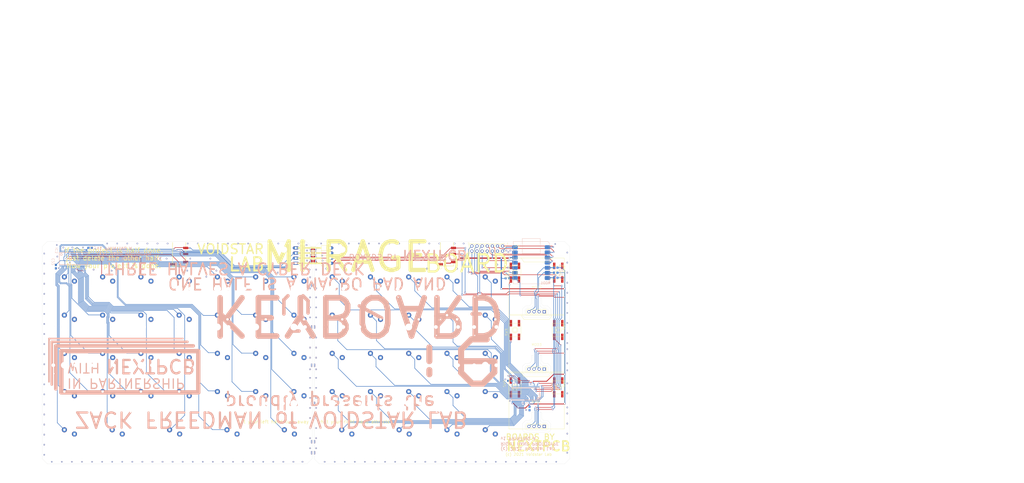
<source format=kicad_pcb>
(kicad_pcb (version 20171130) (host pcbnew "(5.1.10)-1")
  (layers (0 Top signal) (31 Bottom signal) (34 B.Paste user) (35 F.Paste user) (36 B.SilkS user) (37 F.SilkS user) (38 B.Mask user) (39 F.Mask user) (44 Edge.Cuts user))
  (net 0 "")
  (net 1 GND)
  (net 2 +3V3)
  (net 3 GND2)
  (net 4 VCC/2)
  (net 5 N$59)
  (net 6 N$65)
  (net 7 N$66)
  (net 8 N$67)
  (net 9 N$68)
  (net 10 N$69)
  (net 11 N$70)
  (net 12 N$71)
  (net 13 N$72)
  (net 14 N$73)
  (net 15 N$76)
  (net 16 N$77)
  (net 17 N$79)
  (net 18 N$81)
  (net 19 N$83)
  (net 20 N$84)
  (net 21 N$85)
  (net 22 N$87)
  (net 23 N$88)
  (net 24 N$89)
  (net 25 N$90)
  (net 26 N$91)
  (net 27 N$92)
  (net 28 N$93)
  (net 29 N$94)
  (net 30 N$95)
  (net 31 N$96)
  (net 32 N$97)
  (net 33 N$98)
  (net 34 N$99)
  (net 35 N$100)
  (net 36 N$101)
  (net 37 N$102)
  (net 38 N$103)
  (net 39 N$104)
  (net 40 N$105)
  (net 41 "Net-(IC3-Pad48)")
  (net 42 /~RESET)
  (net 43 /~INTERRUPT)
  (net 44 "Net-(IC1-Pad54)")
  (net 45 "Net-(IC1-Pad53)")
  (net 46 "Net-(IC1-Pad52)")
  (net 47 "Net-(IC1-Pad50)")
  (net 48 "Net-(IC1-Pad49)")
  (net 49 "Net-(IC1-Pad48)")
  (net 50 "Net-(IC1-Pad47)")
  (net 51 "Net-(IC1-Pad45)")
  (net 52 "Net-(IC1-Pad44)")
  (net 53 "Net-(IC1-Pad43)")
  (net 54 "Net-(IC1-Pad42)")
  (net 55 "Net-(IC1-Pad41)")
  (net 56 "Net-(IC1-Pad40)")
  (net 57 "Net-(IC1-Pad38)")
  (net 58 "Net-(IC1-Pad37)")
  (net 59 "Net-(IC1-Pad36)")
  (net 60 "Net-(IC1-Pad35)")
  (net 61 "Net-(IC1-Pad33)")
  (net 62 "Net-(IC1-Pad32)")
  (net 63 "Net-(IC1-Pad31)")
  (net 64 "Net-(IC1-Pad26)")
  (net 65 "Net-(IC1-Pad25)")
  (net 66 "Net-(IC1-Pad24)")
  (net 67 "Net-(IC1-Pad22)")
  (net 68 "Net-(IC1-Pad21)")
  (net 69 "Net-(IC1-Pad20)")
  (net 70 "Net-(IC1-Pad19)")
  (net 71 "Net-(IC1-Pad17)")
  (net 72 "Net-(IC1-Pad16)")
  (net 73 "Net-(IC1-Pad15)")
  (net 74 "Net-(IC1-Pad14)")
  (net 75 "Net-(IC1-Pad13)")
  (net 76 "Net-(IC1-Pad12)")
  (net 77 "Net-(IC1-Pad10)")
  (net 78 "Net-(IC1-Pad9)")
  (net 79 "Net-(IC1-Pad8)")
  (net 80 "Net-(IC1-Pad7)")
  (net 81 "Net-(IC1-Pad5)")
  (net 82 "Net-(IC1-Pad4)")
  (net 83 "Net-(IC1-Pad3)")
  (net 84 /SCL)
  (net 85 /SDA)
  (net 86 "Net-(SW1-PadA')")
  (net 87 "Net-(SW1-PadB')")
  (net 88 "Net-(SW2-PadA')")
  (net 89 "Net-(SW2-PadB')")
  (net 90 "Net-(SW3-PadA')")
  (net 91 "Net-(SW3-PadB')")
  (net 92 "Net-(SW4-PadA')")
  (net 93 "Net-(SW4-PadB')")
  (net 94 "Net-(SW5-PadA')")
  (net 95 "Net-(SW5-PadB')")
  (net 96 "Net-(SW6-PadA')")
  (net 97 "Net-(SW6-PadB)")
  (net 98 "Net-(IC3-Pad9)")
  (net 99 "Net-(IC3-Pad10)")
  (net 100 "Net-(IC3-Pad12)")
  (net 101 "Net-(IC3-Pad15)")
  (net 102 "Net-(IC3-Pad20)")
  (net 103 "Net-(IC3-Pad26)")
  (net 104 "Net-(IC3-Pad50)")
  (net 105 "Net-(IC3-Pad45)")
  (net 106 "Net-(IC3-Pad41)")
  (net 107 "Net-(IC3-Pad36)")
  (net 108 "Net-(IC3-Pad14)")
  (net 109 "Net-(IC3-Pad19)")
  (net 110 "Net-(IC3-Pad25)")
  (net 111 "Net-(IC3-Pad52)")
  (net 112 "Net-(IC3-Pad47)")
  (net 113 "Net-(IC3-Pad42)")
  (net 114 "Net-(IC3-Pad37)")
  (net 115 "Net-(IC3-Pad13)")
  (net 116 "Net-(IC3-Pad17)")
  (net 117 "Net-(IC3-Pad24)")
  (net 118 "Net-(IC3-Pad53)")
  (net 119 "Net-(IC3-Pad49)")
  (net 120 "Net-(IC3-Pad43)")
  (net 121 "Net-(IC3-Pad38)")
  (net 122 "Net-(IC3-Pad32)")
  (net 123 "Net-(IC3-Pad16)")
  (net 124 "Net-(IC3-Pad22)")
  (net 125 "Net-(IC3-Pad54)")
  (net 126 "Net-(IC3-Pad44)")
  (net 127 "Net-(IC3-Pad35)")
  (net 128 /~RESET')
  (net 129 /~INTERRUPT')
  (net 130 "Net-(IC3-Pad40)")
  (net 131 "Net-(IC3-Pad33)")
  (net 132 "Net-(IC3-Pad31)")
  (net 133 "Net-(IC3-Pad21)")
  (net 134 "Net-(IC3-Pad8)")
  (net 135 "Net-(IC3-Pad7)")
  (net 136 "Net-(IC3-Pad5)")
  (net 137 "Net-(IC3-Pad4)")
  (net 138 "Net-(IC3-Pad3)")
  (net 139 /SCL')
  (net 140 /SDA')
  (net 141 /VIN)
  (net 142 /D10)
  (net 143 /D9)
  (net 144 /D8)
  (net 145 /SCL2)
  (net 146 /D0)
  (net 147 /D1)
  (net 148 /D2)
  (net 149 /D3)
  (net 150 /SDA2)
  (module "" (layer Top) (at 275.5011 156.2536)
    (fp_text reference @HOLE0 hide)
    (fp_text value "" (at 0 0) (layer F.SilkS) (effects (font (size 1.27 1.27))))
    (pad "" np_thru_hole circle (at 0 0) (size 3.2 3.2) (drill 3.2) (layers *.Cu *.Mask))
  )
  (module "" (layer Top) (at 40.7511 156.2536)
    (fp_text reference @HOLE1 hide)
    (fp_text value "" (at 0 0) (layer F.SilkS) (effects (font (size 1.27 1.27))))
    (pad "" np_thru_hole circle (at 0 0) (size 3.2 3.2) (drill 3.2) (layers *.Cu *.Mask))
  )
  (module "" (layer Top) (at 21.5011 53.7536)
    (fp_text reference @HOLE2 hide)
    (fp_text value "" (at 0 0) (layer F.SilkS) (effects (font (size 1.27 1.27))))
    (pad "" np_thru_hole circle (at 0 0) (size 3.2 3.2) (drill 3.2) (layers *.Cu *.Mask))
  )
  (module "" (layer Top) (at 275.5011 53.7536)
    (fp_text reference @HOLE3 hide)
    (fp_text value "" (at 0 0) (layer F.SilkS) (effects (font (size 1.27 1.27))))
    (pad "" np_thru_hole circle (at 0 0) (size 3.2 3.2) (drill 3.2) (layers *.Cu *.Mask))
  )
  (module "" (layer Top) (at 180.7511 156.2536)
    (fp_text reference @HOLE4 hide)
    (fp_text value "" (at 0 0) (layer F.SilkS) (effects (font (size 1.27 1.27))))
    (pad "" np_thru_hole circle (at 0 0) (size 3.2 3.2) (drill 3.2) (layers *.Cu *.Mask))
  )
  (module "" (layer Top) (at 123.7511 156.2536)
    (fp_text reference @HOLE5 hide)
    (fp_text value "" (at 0 0) (layer F.SilkS) (effects (font (size 1.27 1.27))))
    (pad "" np_thru_hole circle (at 0 0) (size 3.2 3.2) (drill 3.2) (layers *.Cu *.Mask))
  )
  (module "" (layer Top) (at 166.5011 53.7536)
    (fp_text reference @HOLE6 hide)
    (fp_text value "" (at 0 0) (layer F.SilkS) (effects (font (size 1.27 1.27))))
    (pad "" np_thru_hole circle (at 0 0) (size 3.2 3.2) (drill 3.2) (layers *.Cu *.Mask))
  )
  (module "" (layer Top) (at 137.5011 53.7536)
    (fp_text reference @HOLE7 hide)
    (fp_text value "" (at 0 0) (layer F.SilkS) (effects (font (size 1.27 1.27))))
    (pad "" np_thru_hole circle (at 0 0) (size 3.2 3.2) (drill 3.2) (layers *.Cu *.Mask))
  )
  (module "" (layer Top) (at 156.2511 156.2536)
    (fp_text reference @HOLE8 hide)
    (fp_text value "" (at 0 0) (layer F.SilkS) (effects (font (size 1.27 1.27))))
    (pad "" np_thru_hole circle (at 0 0) (size 3.2 3.2) (drill 3.2) (layers *.Cu *.Mask))
  )
  (module "" (layer Top) (at 147.7511 156.2536)
    (fp_text reference @HOLE9 hide)
    (fp_text value "" (at 0 0) (layer F.SilkS) (effects (font (size 1.27 1.27))))
    (pad "" np_thru_hole circle (at 0 0) (size 3.2 3.2) (drill 3.2) (layers *.Cu *.Mask))
  )
  (module "Cyberdeck Mech Keeb:TSSOP56-6" (layer Bottom) (at 257.586153 125.547437 180)
    (fp_text reference IC1 (at -7.62 -2.54 90) (layer B.SilkS) (effects (font (size 1.2065 1.2065) (thickness 0.1016)) (justify right bottom mirror)))
    (fp_text value PCA9505)
    (pad 56 smd rect (at -6.75 3.66 90) (size 0.9 0.2) (layers Bottom B.Paste B.Mask) (net 42 /~RESET))
    (pad 55 smd rect (at -6.25 3.66 90) (size 0.9 0.2) (layers Bottom B.Paste B.Mask) (net 43 /~INTERRUPT))
    (pad 54 smd rect (at -5.75 3.66 90) (size 0.9 0.2) (layers Bottom B.Paste B.Mask) (net 44 "Net-(IC1-Pad54)"))
    (pad 53 smd rect (at -5.25 3.66 90) (size 0.9 0.2) (layers Bottom B.Paste B.Mask) (net 45 "Net-(IC1-Pad53)"))
    (pad 52 smd rect (at -4.75 3.66 90) (size 0.9 0.2) (layers Bottom B.Paste B.Mask) (net 46 "Net-(IC1-Pad52)"))
    (pad 51 smd rect (at -4.25 3.66 90) (size 0.9 0.2) (layers Bottom B.Paste B.Mask) (net 2 +3V3))
    (pad 50 smd rect (at -3.75 3.66 90) (size 0.9 0.2) (layers Bottom B.Paste B.Mask) (net 47 "Net-(IC1-Pad50)"))
    (pad 49 smd rect (at -3.25 3.66 90) (size 0.9 0.2) (layers Bottom B.Paste B.Mask) (net 48 "Net-(IC1-Pad49)"))
    (pad 48 smd rect (at -2.75 3.66 90) (size 0.9 0.2) (layers Bottom B.Paste B.Mask) (net 49 "Net-(IC1-Pad48)"))
    (pad 47 smd rect (at -2.25 3.66 90) (size 0.9 0.2) (layers Bottom B.Paste B.Mask) (net 50 "Net-(IC1-Pad47)"))
    (pad 46 smd rect (at -1.75 3.66 90) (size 0.9 0.2) (layers Bottom B.Paste B.Mask) (net 1 GND))
    (pad 45 smd rect (at -1.25 3.66 90) (size 0.9 0.2) (layers Bottom B.Paste B.Mask) (net 51 "Net-(IC1-Pad45)"))
    (pad 44 smd rect (at -0.75 3.66 90) (size 0.9 0.2) (layers Bottom B.Paste B.Mask) (net 52 "Net-(IC1-Pad44)"))
    (pad 43 smd rect (at -0.25 3.66 90) (size 0.9 0.2) (layers Bottom B.Paste B.Mask) (net 53 "Net-(IC1-Pad43)"))
    (pad 42 smd rect (at 0.25 3.66 90) (size 0.9 0.2) (layers Bottom B.Paste B.Mask) (net 54 "Net-(IC1-Pad42)"))
    (pad 41 smd rect (at 0.75 3.66 90) (size 0.9 0.2) (layers Bottom B.Paste B.Mask) (net 55 "Net-(IC1-Pad41)"))
    (pad 40 smd rect (at 1.25 3.66 90) (size 0.9 0.2) (layers Bottom B.Paste B.Mask) (net 56 "Net-(IC1-Pad40)"))
    (pad 39 smd rect (at 1.75 3.66 90) (size 0.9 0.2) (layers Bottom B.Paste B.Mask) (net 2 +3V3))
    (pad 38 smd rect (at 2.25 3.66 90) (size 0.9 0.2) (layers Bottom B.Paste B.Mask) (net 57 "Net-(IC1-Pad38)"))
    (pad 37 smd rect (at 2.75 3.66 90) (size 0.9 0.2) (layers Bottom B.Paste B.Mask) (net 58 "Net-(IC1-Pad37)"))
    (pad 36 smd rect (at 3.25 3.66 90) (size 0.9 0.2) (layers Bottom B.Paste B.Mask) (net 59 "Net-(IC1-Pad36)"))
    (pad 35 smd rect (at 3.75 3.66 90) (size 0.9 0.2) (layers Bottom B.Paste B.Mask) (net 60 "Net-(IC1-Pad35)"))
    (pad 34 smd rect (at 4.25 3.66 90) (size 0.9 0.2) (layers Bottom B.Paste B.Mask) (net 2 +3V3))
    (pad 33 smd rect (at 4.75 3.66 90) (size 0.9 0.2) (layers Bottom B.Paste B.Mask) (net 61 "Net-(IC1-Pad33)"))
    (pad 32 smd rect (at 5.25 3.66 90) (size 0.9 0.2) (layers Bottom B.Paste B.Mask) (net 62 "Net-(IC1-Pad32)"))
    (pad 31 smd rect (at 5.75 3.66 90) (size 0.9 0.2) (layers Bottom B.Paste B.Mask) (net 63 "Net-(IC1-Pad31)"))
    (pad 30 smd rect (at 6.25 3.66 90) (size 0.9 0.2) (layers Bottom B.Paste B.Mask) (net 1 GND))
    (pad 29 smd rect (at 6.75 3.66 90) (size 0.9 0.2) (layers Bottom B.Paste B.Mask) (net 2 +3V3))
    (pad 28 smd rect (at 6.75 -3.6 90) (size 0.9 0.2) (layers Bottom B.Paste B.Mask) (net 2 +3V3))
    (pad 27 smd rect (at 6.25 -3.6 90) (size 0.9 0.2) (layers Bottom B.Paste B.Mask) (net 2 +3V3))
    (pad 26 smd rect (at 5.75 -3.6 90) (size 0.9 0.2) (layers Bottom B.Paste B.Mask) (net 64 "Net-(IC1-Pad26)"))
    (pad 25 smd rect (at 5.25 -3.6 90) (size 0.9 0.2) (layers Bottom B.Paste B.Mask) (net 65 "Net-(IC1-Pad25)"))
    (pad 24 smd rect (at 4.75 -3.6 90) (size 0.9 0.2) (layers Bottom B.Paste B.Mask) (net 66 "Net-(IC1-Pad24)"))
    (pad 23 smd rect (at 4.25 -3.6 90) (size 0.9 0.2) (layers Bottom B.Paste B.Mask) (net 2 +3V3))
    (pad 22 smd rect (at 3.75 -3.6 90) (size 0.9 0.2) (layers Bottom B.Paste B.Mask) (net 67 "Net-(IC1-Pad22)"))
    (pad 21 smd rect (at 3.25 -3.6 90) (size 0.9 0.2) (layers Bottom B.Paste B.Mask) (net 68 "Net-(IC1-Pad21)"))
    (pad 20 smd rect (at 2.75 -3.6 90) (size 0.9 0.2) (layers Bottom B.Paste B.Mask) (net 69 "Net-(IC1-Pad20)"))
    (pad 19 smd rect (at 2.25 -3.6 90) (size 0.9 0.2) (layers Bottom B.Paste B.Mask) (net 70 "Net-(IC1-Pad19)"))
    (pad 18 smd rect (at 1.75 -3.6 90) (size 0.9 0.2) (layers Bottom B.Paste B.Mask) (net 1 GND))
    (pad 17 smd rect (at 1.25 -3.6 90) (size 0.9 0.2) (layers Bottom B.Paste B.Mask) (net 71 "Net-(IC1-Pad17)"))
    (pad 16 smd rect (at 0.75 -3.6 90) (size 0.9 0.2) (layers Bottom B.Paste B.Mask) (net 72 "Net-(IC1-Pad16)"))
    (pad 15 smd rect (at 0.25 -3.6 90) (size 0.9 0.2) (layers Bottom B.Paste B.Mask) (net 73 "Net-(IC1-Pad15)"))
    (pad 14 smd rect (at -0.25 -3.6 90) (size 0.9 0.2) (layers Bottom B.Paste B.Mask) (net 74 "Net-(IC1-Pad14)"))
    (pad 13 smd rect (at -0.75 -3.6 90) (size 0.9 0.2) (layers Bottom B.Paste B.Mask) (net 75 "Net-(IC1-Pad13)"))
    (pad 12 smd rect (at -1.25 -3.6 90) (size 0.9 0.2) (layers Bottom B.Paste B.Mask) (net 76 "Net-(IC1-Pad12)"))
    (pad 11 smd rect (at -1.75 -3.6 90) (size 0.9 0.2) (layers Bottom B.Paste B.Mask) (net 2 +3V3))
    (pad 10 smd rect (at -2.25 -3.6 90) (size 0.9 0.2) (layers Bottom B.Paste B.Mask) (net 77 "Net-(IC1-Pad10)"))
    (pad 9 smd rect (at -2.75 -3.6 90) (size 0.9 0.2) (layers Bottom B.Paste B.Mask) (net 78 "Net-(IC1-Pad9)"))
    (pad 8 smd rect (at -3.25 -3.6 90) (size 0.9 0.2) (layers Bottom B.Paste B.Mask) (net 79 "Net-(IC1-Pad8)"))
    (pad 7 smd rect (at -3.75 -3.6 90) (size 0.9 0.2) (layers Bottom B.Paste B.Mask) (net 80 "Net-(IC1-Pad7)"))
    (pad 6 smd rect (at -4.25 -3.6 90) (size 0.9 0.2) (layers Bottom B.Paste B.Mask) (net 2 +3V3))
    (pad 5 smd rect (at -4.75 -3.6 90) (size 0.9 0.2) (layers Bottom B.Paste B.Mask) (net 81 "Net-(IC1-Pad5)"))
    (pad 4 smd rect (at -5.25 -3.6 90) (size 0.9 0.2) (layers Bottom B.Paste B.Mask) (net 82 "Net-(IC1-Pad4)"))
    (pad 3 smd rect (at -5.75 -3.6 90) (size 0.9 0.2) (layers Bottom B.Paste B.Mask) (net 83 "Net-(IC1-Pad3)"))
    (pad 2 smd rect (at -6.25 -3.6 90) (size 0.9 0.2) (layers Bottom B.Paste B.Mask) (net 84 /SCL))
    (pad 1 smd rect (at -6.75 -3.6 90) (size 0.9 0.2) (layers Bottom B.Paste B.Mask) (net 85 /SDA))
  )
  (module "Cyberdeck Mech Keeb:CHOC-1U" (layer Top) (at 28.5011 73.2536)
    (fp_text reference SW7)
    (fp_text value KEYSWITCH-PLAIN-CHOC-1U hide)
    (pad CHOC2 thru_hole circle (at 5 -3.8) (size 2.54 2.54) (drill 1.2) (layers *.Cu *.Mask) (net 3 GND2))
    (pad CHOC1 thru_hole circle (at 0 -5.9) (size 2.54 2.54) (drill 1.2) (layers *.Cu *.Mask) (net 41 "Net-(IC3-Pad48)"))
    (pad "" np_thru_hole circle (at 5.5 0) (size 1.85 1.85) (drill 1.85) (layers *.Cu *.Mask))
    (pad "" np_thru_hole circle (at -5.5 0) (size 1.85 1.85) (drill 1.85) (layers *.Cu *.Mask))
    (pad "" np_thru_hole circle (at -5.22 4.2) (size 0.6 0.6) (drill 0.6) (layers *.Cu *.Mask))
    (pad "" np_thru_hole circle (at 0 0) (size 3.4 3.4) (drill 3.4) (layers *.Cu *.Mask))
  )
  (module "Cyberdeck Mech Keeb:EVQ-Q2" (layer Top) (at 252.2511 65.2536 90)
    (fp_text reference SW1 (at -3 -3.5 90) (layer F.SilkS) (effects (font (size 1.2065 1.2065) (thickness 0.1016)) (justify left bottom)))
    (fp_text value SPST_TACT-EVQQ2)
    (pad A smd rect (at -3.4 2 90) (size 3.2 1.2) (layers Top F.Paste F.Mask) (net 1 GND))
    (pad A' smd rect (at 3.4 2 90) (size 3.2 1.2) (layers Top F.Paste F.Mask) (net 86 "Net-(SW1-PadA')"))
    (pad B' smd rect (at 3.4 -2 90) (size 3.2 1.2) (layers Top F.Paste F.Mask) (net 87 "Net-(SW1-PadB')"))
    (pad B smd rect (at -3.4 -2 90) (size 3.2 1.2) (layers Top F.Paste F.Mask) (net 53 "Net-(IC1-Pad43)"))
  )
  (module "Cyberdeck Mech Keeb:EVQ-Q2" (layer Top) (at 273.7511 65.2536 90)
    (fp_text reference SW2 (at 0 3.5 90) (layer F.SilkS) (effects (font (size 1.2065 1.2065) (thickness 0.09652)) (justify left bottom)))
    (fp_text value SPST_TACT-EVQQ2)
    (pad A smd rect (at -3.4 2 90) (size 3.2 1.2) (layers Top F.Paste F.Mask) (net 1 GND))
    (pad A' smd rect (at 3.4 2 90) (size 3.2 1.2) (layers Top F.Paste F.Mask) (net 88 "Net-(SW2-PadA')"))
    (pad B' smd rect (at 3.4 -2 90) (size 3.2 1.2) (layers Top F.Paste F.Mask) (net 89 "Net-(SW2-PadB')"))
    (pad B smd rect (at -3.4 -2 90) (size 3.2 1.2) (layers Top F.Paste F.Mask) (net 46 "Net-(IC1-Pad52)"))
  )
  (module "Cyberdeck Mech Keeb:EVQ-Q2" (layer Top) (at 252.2511 93.7536 90)
    (fp_text reference SW3 (at -3 -3.5 90) (layer F.SilkS) (effects (font (size 1.2065 1.2065) (thickness 0.1016)) (justify left bottom)))
    (fp_text value SPST_TACT-EVQQ2)
    (pad A smd rect (at -3.4 2 90) (size 3.2 1.2) (layers Top F.Paste F.Mask) (net 1 GND))
    (pad A' smd rect (at 3.4 2 90) (size 3.2 1.2) (layers Top F.Paste F.Mask) (net 90 "Net-(SW3-PadA')"))
    (pad B' smd rect (at 3.4 -2 90) (size 3.2 1.2) (layers Top F.Paste F.Mask) (net 91 "Net-(SW3-PadB')"))
    (pad B smd rect (at -3.4 -2 90) (size 3.2 1.2) (layers Top F.Paste F.Mask) (net 52 "Net-(IC1-Pad44)"))
  )
  (module "Cyberdeck Mech Keeb:EVQ-Q2" (layer Top) (at 273.7511 93.7536 90)
    (fp_text reference SW4 (at 0 3.5 90) (layer F.SilkS) (effects (font (size 1.2065 1.2065) (thickness 0.09652)) (justify left bottom)))
    (fp_text value SPST_TACT-EVQQ2)
    (pad A smd rect (at -3.4 2 90) (size 3.2 1.2) (layers Top F.Paste F.Mask) (net 1 GND))
    (pad A' smd rect (at 3.4 2 90) (size 3.2 1.2) (layers Top F.Paste F.Mask) (net 92 "Net-(SW4-PadA')"))
    (pad B' smd rect (at 3.4 -2 90) (size 3.2 1.2) (layers Top F.Paste F.Mask) (net 93 "Net-(SW4-PadB')"))
    (pad B smd rect (at -3.4 -2 90) (size 3.2 1.2) (layers Top F.Paste F.Mask) (net 45 "Net-(IC1-Pad53)"))
  )
  (module "Cyberdeck Mech Keeb:EVQ-Q2" (layer Top) (at 252.2511 122.2536 270)
    (fp_text reference SW5 (at 0 4.5 90) (layer F.SilkS) (effects (font (size 1.2065 1.2065) (thickness 0.09652)) (justify left bottom)))
    (fp_text value SPST_TACT-EVQQ2)
    (pad A smd rect (at -3.4 2 270) (size 3.2 1.2) (layers Top F.Paste F.Mask) (net 1 GND))
    (pad A' smd rect (at 3.4 2 270) (size 3.2 1.2) (layers Top F.Paste F.Mask) (net 94 "Net-(SW5-PadA')"))
    (pad B' smd rect (at 3.4 -2 270) (size 3.2 1.2) (layers Top F.Paste F.Mask) (net 95 "Net-(SW5-PadB')"))
    (pad B smd rect (at -3.4 -2 270) (size 3.2 1.2) (layers Top F.Paste F.Mask) (net 51 "Net-(IC1-Pad45)"))
  )
  (module "Cyberdeck Mech Keeb:EVQ-Q2" (layer Top) (at 273.7511 122.2536 90)
    (fp_text reference SW6 (at 0 3.5 90) (layer F.SilkS) (effects (font (size 1.2065 1.2065) (thickness 0.09652)) (justify left bottom)))
    (fp_text value SPST_TACT-EVQQ2)
    (pad A smd rect (at -3.4 2 90) (size 3.2 1.2) (layers Top F.Paste F.Mask) (net 1 GND))
    (pad A' smd rect (at 3.4 2 90) (size 3.2 1.2) (layers Top F.Paste F.Mask) (net 96 "Net-(SW6-PadA')"))
    (pad B' smd rect (at 3.4 -2 90) (size 3.2 1.2) (layers Top F.Paste F.Mask) (net 44 "Net-(IC1-Pad54)"))
    (pad B smd rect (at -3.4 -2 90) (size 3.2 1.2) (layers Top F.Paste F.Mask) (net 97 "Net-(SW6-PadB)"))
  )
  (module "Cyberdeck Mech Keeb:CHOC-1U" (layer Top) (at 47.5011 73.2536)
    (fp_text reference SW8)
    (fp_text value KEYSWITCH-PLAIN-CHOC-1U hide)
    (pad CHOC2 thru_hole circle (at 5 -3.8) (size 2.54 2.54) (drill 1.2) (layers *.Cu *.Mask) (net 3 GND2))
    (pad CHOC1 thru_hole circle (at 0 -5.9) (size 2.54 2.54) (drill 1.2) (layers *.Cu *.Mask) (net 98 "Net-(IC3-Pad9)"))
    (pad "" np_thru_hole circle (at 5.5 0) (size 1.85 1.85) (drill 1.85) (layers *.Cu *.Mask))
    (pad "" np_thru_hole circle (at -5.5 0) (size 1.85 1.85) (drill 1.85) (layers *.Cu *.Mask))
    (pad "" np_thru_hole circle (at -5.22 4.2) (size 0.6 0.6) (drill 0.6) (layers *.Cu *.Mask))
    (pad "" np_thru_hole circle (at 0 0) (size 3.4 3.4) (drill 3.4) (layers *.Cu *.Mask))
  )
  (module "Cyberdeck Mech Keeb:CHOC-1U" (layer Top) (at 66.5011 73.2536)
    (fp_text reference SW9)
    (fp_text value KEYSWITCH-PLAIN-CHOC-1U hide)
    (pad CHOC2 thru_hole circle (at 5 -3.8) (size 2.54 2.54) (drill 1.2) (layers *.Cu *.Mask) (net 3 GND2))
    (pad CHOC1 thru_hole circle (at 0 -5.9) (size 2.54 2.54) (drill 1.2) (layers *.Cu *.Mask) (net 99 "Net-(IC3-Pad10)"))
    (pad "" np_thru_hole circle (at 5.5 0) (size 1.85 1.85) (drill 1.85) (layers *.Cu *.Mask))
    (pad "" np_thru_hole circle (at -5.5 0) (size 1.85 1.85) (drill 1.85) (layers *.Cu *.Mask))
    (pad "" np_thru_hole circle (at -5.22 4.2) (size 0.6 0.6) (drill 0.6) (layers *.Cu *.Mask))
    (pad "" np_thru_hole circle (at 0 0) (size 3.4 3.4) (drill 3.4) (layers *.Cu *.Mask))
  )
  (module "Cyberdeck Mech Keeb:CHOC-1U" (layer Top) (at 85.5011 73.2536)
    (fp_text reference SW10)
    (fp_text value KEYSWITCH-PLAIN-CHOC-1U hide)
    (pad CHOC2 thru_hole circle (at 5 -3.8) (size 2.54 2.54) (drill 1.2) (layers *.Cu *.Mask) (net 3 GND2))
    (pad CHOC1 thru_hole circle (at 0 -5.9) (size 2.54 2.54) (drill 1.2) (layers *.Cu *.Mask) (net 100 "Net-(IC3-Pad12)"))
    (pad "" np_thru_hole circle (at 5.5 0) (size 1.85 1.85) (drill 1.85) (layers *.Cu *.Mask))
    (pad "" np_thru_hole circle (at -5.5 0) (size 1.85 1.85) (drill 1.85) (layers *.Cu *.Mask))
    (pad "" np_thru_hole circle (at -5.22 4.2) (size 0.6 0.6) (drill 0.6) (layers *.Cu *.Mask))
    (pad "" np_thru_hole circle (at 0 0) (size 3.4 3.4) (drill 3.4) (layers *.Cu *.Mask))
  )
  (module "Cyberdeck Mech Keeb:CHOC-1U" (layer Top) (at 104.5011 73.2536)
    (fp_text reference SW11)
    (fp_text value KEYSWITCH-PLAIN-CHOC-1U hide)
    (pad CHOC2 thru_hole circle (at 5 -3.8) (size 2.54 2.54) (drill 1.2) (layers *.Cu *.Mask) (net 3 GND2))
    (pad CHOC1 thru_hole circle (at 0 -5.9) (size 2.54 2.54) (drill 1.2) (layers *.Cu *.Mask) (net 101 "Net-(IC3-Pad15)"))
    (pad "" np_thru_hole circle (at 5.5 0) (size 1.85 1.85) (drill 1.85) (layers *.Cu *.Mask))
    (pad "" np_thru_hole circle (at -5.5 0) (size 1.85 1.85) (drill 1.85) (layers *.Cu *.Mask))
    (pad "" np_thru_hole circle (at -5.22 4.2) (size 0.6 0.6) (drill 0.6) (layers *.Cu *.Mask))
    (pad "" np_thru_hole circle (at 0 0) (size 3.4 3.4) (drill 3.4) (layers *.Cu *.Mask))
  )
  (module "Cyberdeck Mech Keeb:CHOC-1U" (layer Top) (at 123.5011 73.2536)
    (fp_text reference SW12)
    (fp_text value KEYSWITCH-PLAIN-CHOC-1U hide)
    (pad CHOC2 thru_hole circle (at 5 -3.8) (size 2.54 2.54) (drill 1.2) (layers *.Cu *.Mask) (net 3 GND2))
    (pad CHOC1 thru_hole circle (at 0 -5.9) (size 2.54 2.54) (drill 1.2) (layers *.Cu *.Mask) (net 102 "Net-(IC3-Pad20)"))
    (pad "" np_thru_hole circle (at 5.5 0) (size 1.85 1.85) (drill 1.85) (layers *.Cu *.Mask))
    (pad "" np_thru_hole circle (at -5.5 0) (size 1.85 1.85) (drill 1.85) (layers *.Cu *.Mask))
    (pad "" np_thru_hole circle (at -5.22 4.2) (size 0.6 0.6) (drill 0.6) (layers *.Cu *.Mask))
    (pad "" np_thru_hole circle (at 0 0) (size 3.4 3.4) (drill 3.4) (layers *.Cu *.Mask))
  )
  (module "Cyberdeck Mech Keeb:CHOC-1U" (layer Top) (at 142.5011 73.2536)
    (fp_text reference SW13)
    (fp_text value KEYSWITCH-PLAIN-CHOC-1U hide)
    (pad CHOC2 thru_hole circle (at 5 -3.8) (size 2.54 2.54) (drill 1.2) (layers *.Cu *.Mask) (net 3 GND2))
    (pad CHOC1 thru_hole circle (at 0 -5.9) (size 2.54 2.54) (drill 1.2) (layers *.Cu *.Mask) (net 103 "Net-(IC3-Pad26)"))
    (pad "" np_thru_hole circle (at 5.5 0) (size 1.85 1.85) (drill 1.85) (layers *.Cu *.Mask))
    (pad "" np_thru_hole circle (at -5.5 0) (size 1.85 1.85) (drill 1.85) (layers *.Cu *.Mask))
    (pad "" np_thru_hole circle (at -5.22 4.2) (size 0.6 0.6) (drill 0.6) (layers *.Cu *.Mask))
    (pad "" np_thru_hole circle (at 0 0) (size 3.4 3.4) (drill 3.4) (layers *.Cu *.Mask))
  )
  (module "Cyberdeck Mech Keeb:CHOC-1U" (layer Top) (at 161.5011 73.2536)
    (fp_text reference SW14)
    (fp_text value KEYSWITCH-PLAIN-CHOC-1U hide)
    (pad CHOC2 thru_hole circle (at 5 -3.8) (size 2.54 2.54) (drill 1.2) (layers *.Cu *.Mask) (net 1 GND))
    (pad CHOC1 thru_hole circle (at 0 -5.9) (size 2.54 2.54) (drill 1.2) (layers *.Cu *.Mask) (net 58 "Net-(IC1-Pad37)"))
    (pad "" np_thru_hole circle (at 5.5 0) (size 1.85 1.85) (drill 1.85) (layers *.Cu *.Mask))
    (pad "" np_thru_hole circle (at -5.5 0) (size 1.85 1.85) (drill 1.85) (layers *.Cu *.Mask))
    (pad "" np_thru_hole circle (at -5.22 4.2) (size 0.6 0.6) (drill 0.6) (layers *.Cu *.Mask))
    (pad "" np_thru_hole circle (at 0 0) (size 3.4 3.4) (drill 3.4) (layers *.Cu *.Mask))
  )
  (module "Cyberdeck Mech Keeb:CHOC-1U" (layer Top) (at 180.5011 73.2536)
    (fp_text reference SW15)
    (fp_text value KEYSWITCH-PLAIN-CHOC-1U hide)
    (pad CHOC2 thru_hole circle (at 5 -3.8) (size 2.54 2.54) (drill 1.2) (layers *.Cu *.Mask) (net 1 GND))
    (pad CHOC1 thru_hole circle (at 0 -5.9) (size 2.54 2.54) (drill 1.2) (layers *.Cu *.Mask) (net 57 "Net-(IC1-Pad38)"))
    (pad "" np_thru_hole circle (at 5.5 0) (size 1.85 1.85) (drill 1.85) (layers *.Cu *.Mask))
    (pad "" np_thru_hole circle (at -5.5 0) (size 1.85 1.85) (drill 1.85) (layers *.Cu *.Mask))
    (pad "" np_thru_hole circle (at -5.22 4.2) (size 0.6 0.6) (drill 0.6) (layers *.Cu *.Mask))
    (pad "" np_thru_hole circle (at 0 0) (size 3.4 3.4) (drill 3.4) (layers *.Cu *.Mask))
  )
  (module "Cyberdeck Mech Keeb:CHOC-1U" (layer Top) (at 199.5011 73.2536)
    (fp_text reference SW16)
    (fp_text value KEYSWITCH-PLAIN-CHOC-1U hide)
    (pad CHOC2 thru_hole circle (at 5 -3.8) (size 2.54 2.54) (drill 1.2) (layers *.Cu *.Mask) (net 1 GND))
    (pad CHOC1 thru_hole circle (at 0 -5.9) (size 2.54 2.54) (drill 1.2) (layers *.Cu *.Mask) (net 56 "Net-(IC1-Pad40)"))
    (pad "" np_thru_hole circle (at 5.5 0) (size 1.85 1.85) (drill 1.85) (layers *.Cu *.Mask))
    (pad "" np_thru_hole circle (at -5.5 0) (size 1.85 1.85) (drill 1.85) (layers *.Cu *.Mask))
    (pad "" np_thru_hole circle (at -5.22 4.2) (size 0.6 0.6) (drill 0.6) (layers *.Cu *.Mask))
    (pad "" np_thru_hole circle (at 0 0) (size 3.4 3.4) (drill 3.4) (layers *.Cu *.Mask))
  )
  (module "Cyberdeck Mech Keeb:CHOC-1U" (layer Top) (at 218.5011 73.2536)
    (fp_text reference SW17)
    (fp_text value KEYSWITCH-PLAIN-CHOC-1U hide)
    (pad CHOC2 thru_hole circle (at 5 -3.8) (size 2.54 2.54) (drill 1.2) (layers *.Cu *.Mask) (net 1 GND))
    (pad CHOC1 thru_hole circle (at 0 -5.9) (size 2.54 2.54) (drill 1.2) (layers *.Cu *.Mask) (net 55 "Net-(IC1-Pad41)"))
    (pad "" np_thru_hole circle (at 5.5 0) (size 1.85 1.85) (drill 1.85) (layers *.Cu *.Mask))
    (pad "" np_thru_hole circle (at -5.5 0) (size 1.85 1.85) (drill 1.85) (layers *.Cu *.Mask))
    (pad "" np_thru_hole circle (at -5.22 4.2) (size 0.6 0.6) (drill 0.6) (layers *.Cu *.Mask))
    (pad "" np_thru_hole circle (at 0 0) (size 3.4 3.4) (drill 3.4) (layers *.Cu *.Mask))
  )
  (module "Cyberdeck Mech Keeb:CHOC-1U" (layer Top) (at 237.5011 73.2536)
    (fp_text reference SW18)
    (fp_text value KEYSWITCH-PLAIN-CHOC-1U hide)
    (pad CHOC2 thru_hole circle (at 5 -3.8) (size 2.54 2.54) (drill 1.2) (layers *.Cu *.Mask) (net 1 GND))
    (pad CHOC1 thru_hole circle (at 0 -5.9) (size 2.54 2.54) (drill 1.2) (layers *.Cu *.Mask) (net 54 "Net-(IC1-Pad42)"))
    (pad "" np_thru_hole circle (at 5.5 0) (size 1.85 1.85) (drill 1.85) (layers *.Cu *.Mask))
    (pad "" np_thru_hole circle (at -5.5 0) (size 1.85 1.85) (drill 1.85) (layers *.Cu *.Mask))
    (pad "" np_thru_hole circle (at -5.22 4.2) (size 0.6 0.6) (drill 0.6) (layers *.Cu *.Mask))
    (pad "" np_thru_hole circle (at 0 0) (size 3.4 3.4) (drill 3.4) (layers *.Cu *.Mask))
  )
  (module "Cyberdeck Mech Keeb:CHOC-1U" (layer Top) (at 28.5011 92.2536)
    (fp_text reference SW19)
    (fp_text value KEYSWITCH-PLAIN-CHOC-1U hide)
    (pad CHOC2 thru_hole circle (at 5 -3.8) (size 2.54 2.54) (drill 1.2) (layers *.Cu *.Mask) (net 3 GND2))
    (pad CHOC1 thru_hole circle (at 0 -5.9) (size 2.54 2.54) (drill 1.2) (layers *.Cu *.Mask) (net 104 "Net-(IC3-Pad50)"))
    (pad "" np_thru_hole circle (at 5.5 0) (size 1.85 1.85) (drill 1.85) (layers *.Cu *.Mask))
    (pad "" np_thru_hole circle (at -5.5 0) (size 1.85 1.85) (drill 1.85) (layers *.Cu *.Mask))
    (pad "" np_thru_hole circle (at -5.22 4.2) (size 0.6 0.6) (drill 0.6) (layers *.Cu *.Mask))
    (pad "" np_thru_hole circle (at 0 0) (size 3.4 3.4) (drill 3.4) (layers *.Cu *.Mask))
  )
  (module "Cyberdeck Mech Keeb:CHOC-1U" (layer Top) (at 47.5011 92.2536)
    (fp_text reference SW20)
    (fp_text value KEYSWITCH-PLAIN-CHOC-1U hide)
    (pad CHOC2 thru_hole circle (at 5 -3.8) (size 2.54 2.54) (drill 1.2) (layers *.Cu *.Mask) (net 3 GND2))
    (pad CHOC1 thru_hole circle (at 0 -5.9) (size 2.54 2.54) (drill 1.2) (layers *.Cu *.Mask) (net 105 "Net-(IC3-Pad45)"))
    (pad "" np_thru_hole circle (at 5.5 0) (size 1.85 1.85) (drill 1.85) (layers *.Cu *.Mask))
    (pad "" np_thru_hole circle (at -5.5 0) (size 1.85 1.85) (drill 1.85) (layers *.Cu *.Mask))
    (pad "" np_thru_hole circle (at -5.22 4.2) (size 0.6 0.6) (drill 0.6) (layers *.Cu *.Mask))
    (pad "" np_thru_hole circle (at 0 0) (size 3.4 3.4) (drill 3.4) (layers *.Cu *.Mask))
  )
  (module "Cyberdeck Mech Keeb:CHOC-1U" (layer Top) (at 66.5011 92.2536)
    (fp_text reference SW21)
    (fp_text value KEYSWITCH-PLAIN-CHOC-1U hide)
    (pad CHOC2 thru_hole circle (at 5 -3.8) (size 2.54 2.54) (drill 1.2) (layers *.Cu *.Mask) (net 3 GND2))
    (pad CHOC1 thru_hole circle (at 0 -5.9) (size 2.54 2.54) (drill 1.2) (layers *.Cu *.Mask) (net 106 "Net-(IC3-Pad41)"))
    (pad "" np_thru_hole circle (at 5.5 0) (size 1.85 1.85) (drill 1.85) (layers *.Cu *.Mask))
    (pad "" np_thru_hole circle (at -5.5 0) (size 1.85 1.85) (drill 1.85) (layers *.Cu *.Mask))
    (pad "" np_thru_hole circle (at -5.22 4.2) (size 0.6 0.6) (drill 0.6) (layers *.Cu *.Mask))
    (pad "" np_thru_hole circle (at 0 0) (size 3.4 3.4) (drill 3.4) (layers *.Cu *.Mask))
  )
  (module "Cyberdeck Mech Keeb:CHOC-1U" (layer Top) (at 85.5011 92.2536)
    (fp_text reference SW22)
    (fp_text value KEYSWITCH-PLAIN-CHOC-1U hide)
    (pad CHOC2 thru_hole circle (at 5 -3.8) (size 2.54 2.54) (drill 1.2) (layers *.Cu *.Mask) (net 3 GND2))
    (pad CHOC1 thru_hole circle (at 0 -5.9) (size 2.54 2.54) (drill 1.2) (layers *.Cu *.Mask) (net 107 "Net-(IC3-Pad36)"))
    (pad "" np_thru_hole circle (at 5.5 0) (size 1.85 1.85) (drill 1.85) (layers *.Cu *.Mask))
    (pad "" np_thru_hole circle (at -5.5 0) (size 1.85 1.85) (drill 1.85) (layers *.Cu *.Mask))
    (pad "" np_thru_hole circle (at -5.22 4.2) (size 0.6 0.6) (drill 0.6) (layers *.Cu *.Mask))
    (pad "" np_thru_hole circle (at 0 0) (size 3.4 3.4) (drill 3.4) (layers *.Cu *.Mask))
  )
  (module "Cyberdeck Mech Keeb:CHOC-1U" (layer Top) (at 104.5011 92.2536)
    (fp_text reference SW23)
    (fp_text value KEYSWITCH-PLAIN-CHOC-1U hide)
    (pad CHOC2 thru_hole circle (at 5 -3.8) (size 2.54 2.54) (drill 1.2) (layers *.Cu *.Mask) (net 3 GND2))
    (pad CHOC1 thru_hole circle (at 0 -5.9) (size 2.54 2.54) (drill 1.2) (layers *.Cu *.Mask) (net 108 "Net-(IC3-Pad14)"))
    (pad "" np_thru_hole circle (at 5.5 0) (size 1.85 1.85) (drill 1.85) (layers *.Cu *.Mask))
    (pad "" np_thru_hole circle (at -5.5 0) (size 1.85 1.85) (drill 1.85) (layers *.Cu *.Mask))
    (pad "" np_thru_hole circle (at -5.22 4.2) (size 0.6 0.6) (drill 0.6) (layers *.Cu *.Mask))
    (pad "" np_thru_hole circle (at 0 0) (size 3.4 3.4) (drill 3.4) (layers *.Cu *.Mask))
  )
  (module "Cyberdeck Mech Keeb:CHOC-1U" (layer Top) (at 123.5011 92.2536)
    (fp_text reference SW24)
    (fp_text value KEYSWITCH-PLAIN-CHOC-1U hide)
    (pad CHOC2 thru_hole circle (at 5 -3.8) (size 2.54 2.54) (drill 1.2) (layers *.Cu *.Mask) (net 3 GND2))
    (pad CHOC1 thru_hole circle (at 0 -5.9) (size 2.54 2.54) (drill 1.2) (layers *.Cu *.Mask) (net 109 "Net-(IC3-Pad19)"))
    (pad "" np_thru_hole circle (at 5.5 0) (size 1.85 1.85) (drill 1.85) (layers *.Cu *.Mask))
    (pad "" np_thru_hole circle (at -5.5 0) (size 1.85 1.85) (drill 1.85) (layers *.Cu *.Mask))
    (pad "" np_thru_hole circle (at -5.22 4.2) (size 0.6 0.6) (drill 0.6) (layers *.Cu *.Mask))
    (pad "" np_thru_hole circle (at 0 0) (size 3.4 3.4) (drill 3.4) (layers *.Cu *.Mask))
  )
  (module "Cyberdeck Mech Keeb:CHOC-1U" (layer Top) (at 142.5011 92.2536)
    (fp_text reference SW25)
    (fp_text value KEYSWITCH-PLAIN-CHOC-1U hide)
    (pad CHOC2 thru_hole circle (at 5 -3.8) (size 2.54 2.54) (drill 1.2) (layers *.Cu *.Mask) (net 3 GND2))
    (pad CHOC1 thru_hole circle (at 0 -5.9) (size 2.54 2.54) (drill 1.2) (layers *.Cu *.Mask) (net 110 "Net-(IC3-Pad25)"))
    (pad "" np_thru_hole circle (at 5.5 0) (size 1.85 1.85) (drill 1.85) (layers *.Cu *.Mask))
    (pad "" np_thru_hole circle (at -5.5 0) (size 1.85 1.85) (drill 1.85) (layers *.Cu *.Mask))
    (pad "" np_thru_hole circle (at -5.22 4.2) (size 0.6 0.6) (drill 0.6) (layers *.Cu *.Mask))
    (pad "" np_thru_hole circle (at 0 0) (size 3.4 3.4) (drill 3.4) (layers *.Cu *.Mask))
  )
  (module "Cyberdeck Mech Keeb:CHOC-1U" (layer Top) (at 161.5011 92.2536)
    (fp_text reference SW26)
    (fp_text value KEYSWITCH-PLAIN-CHOC-1U hide)
    (pad CHOC2 thru_hole circle (at 5 -3.8) (size 2.54 2.54) (drill 1.2) (layers *.Cu *.Mask) (net 1 GND))
    (pad CHOC1 thru_hole circle (at 0 -5.9) (size 2.54 2.54) (drill 1.2) (layers *.Cu *.Mask) (net 79 "Net-(IC1-Pad8)"))
    (pad "" np_thru_hole circle (at 5.5 0) (size 1.85 1.85) (drill 1.85) (layers *.Cu *.Mask))
    (pad "" np_thru_hole circle (at -5.5 0) (size 1.85 1.85) (drill 1.85) (layers *.Cu *.Mask))
    (pad "" np_thru_hole circle (at -5.22 4.2) (size 0.6 0.6) (drill 0.6) (layers *.Cu *.Mask))
    (pad "" np_thru_hole circle (at 0 0) (size 3.4 3.4) (drill 3.4) (layers *.Cu *.Mask))
  )
  (module "Cyberdeck Mech Keeb:CHOC-1U" (layer Top) (at 180.5011 92.2536)
    (fp_text reference SW27)
    (fp_text value KEYSWITCH-PLAIN-CHOC-1U hide)
    (pad CHOC2 thru_hole circle (at 5 -3.8) (size 2.54 2.54) (drill 1.2) (layers *.Cu *.Mask) (net 1 GND))
    (pad CHOC1 thru_hole circle (at 0 -5.9) (size 2.54 2.54) (drill 1.2) (layers *.Cu *.Mask) (net 80 "Net-(IC1-Pad7)"))
    (pad "" np_thru_hole circle (at 5.5 0) (size 1.85 1.85) (drill 1.85) (layers *.Cu *.Mask))
    (pad "" np_thru_hole circle (at -5.5 0) (size 1.85 1.85) (drill 1.85) (layers *.Cu *.Mask))
    (pad "" np_thru_hole circle (at -5.22 4.2) (size 0.6 0.6) (drill 0.6) (layers *.Cu *.Mask))
    (pad "" np_thru_hole circle (at 0 0) (size 3.4 3.4) (drill 3.4) (layers *.Cu *.Mask))
  )
  (module "Cyberdeck Mech Keeb:CHOC-1U" (layer Top) (at 199.5011 92.2536)
    (fp_text reference SW28)
    (fp_text value KEYSWITCH-PLAIN-CHOC-1U hide)
    (pad CHOC2 thru_hole circle (at 5 -3.8) (size 2.54 2.54) (drill 1.2) (layers *.Cu *.Mask) (net 1 GND))
    (pad CHOC1 thru_hole circle (at 0 -5.9) (size 2.54 2.54) (drill 1.2) (layers *.Cu *.Mask) (net 81 "Net-(IC1-Pad5)"))
    (pad "" np_thru_hole circle (at 5.5 0) (size 1.85 1.85) (drill 1.85) (layers *.Cu *.Mask))
    (pad "" np_thru_hole circle (at -5.5 0) (size 1.85 1.85) (drill 1.85) (layers *.Cu *.Mask))
    (pad "" np_thru_hole circle (at -5.22 4.2) (size 0.6 0.6) (drill 0.6) (layers *.Cu *.Mask))
    (pad "" np_thru_hole circle (at 0 0) (size 3.4 3.4) (drill 3.4) (layers *.Cu *.Mask))
  )
  (module "Cyberdeck Mech Keeb:CHOC-1U" (layer Top) (at 218.5011 92.2536)
    (fp_text reference SW29)
    (fp_text value KEYSWITCH-PLAIN-CHOC-1U hide)
    (pad CHOC2 thru_hole circle (at 5 -3.8) (size 2.54 2.54) (drill 1.2) (layers *.Cu *.Mask) (net 1 GND))
    (pad CHOC1 thru_hole circle (at 0 -5.9) (size 2.54 2.54) (drill 1.2) (layers *.Cu *.Mask) (net 82 "Net-(IC1-Pad4)"))
    (pad "" np_thru_hole circle (at 5.5 0) (size 1.85 1.85) (drill 1.85) (layers *.Cu *.Mask))
    (pad "" np_thru_hole circle (at -5.5 0) (size 1.85 1.85) (drill 1.85) (layers *.Cu *.Mask))
    (pad "" np_thru_hole circle (at -5.22 4.2) (size 0.6 0.6) (drill 0.6) (layers *.Cu *.Mask))
    (pad "" np_thru_hole circle (at 0 0) (size 3.4 3.4) (drill 3.4) (layers *.Cu *.Mask))
  )
  (module "Cyberdeck Mech Keeb:CHOC-1U" (layer Top) (at 237.5011 92.2536)
    (fp_text reference SW30)
    (fp_text value KEYSWITCH-PLAIN-CHOC-1U hide)
    (pad CHOC2 thru_hole circle (at 5 -3.8) (size 2.54 2.54) (drill 1.2) (layers *.Cu *.Mask) (net 1 GND))
    (pad CHOC1 thru_hole circle (at 0 -5.9) (size 2.54 2.54) (drill 1.2) (layers *.Cu *.Mask) (net 83 "Net-(IC1-Pad3)"))
    (pad "" np_thru_hole circle (at 5.5 0) (size 1.85 1.85) (drill 1.85) (layers *.Cu *.Mask))
    (pad "" np_thru_hole circle (at -5.5 0) (size 1.85 1.85) (drill 1.85) (layers *.Cu *.Mask))
    (pad "" np_thru_hole circle (at -5.22 4.2) (size 0.6 0.6) (drill 0.6) (layers *.Cu *.Mask))
    (pad "" np_thru_hole circle (at 0 0) (size 3.4 3.4) (drill 3.4) (layers *.Cu *.Mask))
  )
  (module "Cyberdeck Mech Keeb:CHOC-1U" (layer Top) (at 28.5011 111.2536)
    (fp_text reference SW31)
    (fp_text value KEYSWITCH-PLAIN-CHOC-1U hide)
    (pad CHOC2 thru_hole circle (at 5 -3.8) (size 2.54 2.54) (drill 1.2) (layers *.Cu *.Mask) (net 3 GND2))
    (pad CHOC1 thru_hole circle (at 0 -5.9) (size 2.54 2.54) (drill 1.2) (layers *.Cu *.Mask) (net 111 "Net-(IC3-Pad52)"))
    (pad "" np_thru_hole circle (at 5.5 0) (size 1.85 1.85) (drill 1.85) (layers *.Cu *.Mask))
    (pad "" np_thru_hole circle (at -5.5 0) (size 1.85 1.85) (drill 1.85) (layers *.Cu *.Mask))
    (pad "" np_thru_hole circle (at -5.22 4.2) (size 0.6 0.6) (drill 0.6) (layers *.Cu *.Mask))
    (pad "" np_thru_hole circle (at 0 0) (size 3.4 3.4) (drill 3.4) (layers *.Cu *.Mask))
  )
  (module "Cyberdeck Mech Keeb:CHOC-1U" (layer Top) (at 47.5011 111.2536)
    (fp_text reference SW32)
    (fp_text value KEYSWITCH-PLAIN-CHOC-1U hide)
    (pad CHOC2 thru_hole circle (at 5 -3.8) (size 2.54 2.54) (drill 1.2) (layers *.Cu *.Mask) (net 3 GND2))
    (pad CHOC1 thru_hole circle (at 0 -5.9) (size 2.54 2.54) (drill 1.2) (layers *.Cu *.Mask) (net 112 "Net-(IC3-Pad47)"))
    (pad "" np_thru_hole circle (at 5.5 0) (size 1.85 1.85) (drill 1.85) (layers *.Cu *.Mask))
    (pad "" np_thru_hole circle (at -5.5 0) (size 1.85 1.85) (drill 1.85) (layers *.Cu *.Mask))
    (pad "" np_thru_hole circle (at -5.22 4.2) (size 0.6 0.6) (drill 0.6) (layers *.Cu *.Mask))
    (pad "" np_thru_hole circle (at 0 0) (size 3.4 3.4) (drill 3.4) (layers *.Cu *.Mask))
  )
  (module "Cyberdeck Mech Keeb:CHOC-1U" (layer Top) (at 66.5011 111.2536)
    (fp_text reference SW33)
    (fp_text value KEYSWITCH-PLAIN-CHOC-1U hide)
    (pad CHOC2 thru_hole circle (at 5 -3.8) (size 2.54 2.54) (drill 1.2) (layers *.Cu *.Mask) (net 3 GND2))
    (pad CHOC1 thru_hole circle (at 0 -5.9) (size 2.54 2.54) (drill 1.2) (layers *.Cu *.Mask) (net 113 "Net-(IC3-Pad42)"))
    (pad "" np_thru_hole circle (at 5.5 0) (size 1.85 1.85) (drill 1.85) (layers *.Cu *.Mask))
    (pad "" np_thru_hole circle (at -5.5 0) (size 1.85 1.85) (drill 1.85) (layers *.Cu *.Mask))
    (pad "" np_thru_hole circle (at -5.22 4.2) (size 0.6 0.6) (drill 0.6) (layers *.Cu *.Mask))
    (pad "" np_thru_hole circle (at 0 0) (size 3.4 3.4) (drill 3.4) (layers *.Cu *.Mask))
  )
  (module "Cyberdeck Mech Keeb:CHOC-1U" (layer Top) (at 85.5011 111.2536)
    (fp_text reference SW34)
    (fp_text value KEYSWITCH-PLAIN-CHOC-1U hide)
    (pad CHOC2 thru_hole circle (at 5 -3.8) (size 2.54 2.54) (drill 1.2) (layers *.Cu *.Mask) (net 3 GND2))
    (pad CHOC1 thru_hole circle (at 0 -5.9) (size 2.54 2.54) (drill 1.2) (layers *.Cu *.Mask) (net 114 "Net-(IC3-Pad37)"))
    (pad "" np_thru_hole circle (at 5.5 0) (size 1.85 1.85) (drill 1.85) (layers *.Cu *.Mask))
    (pad "" np_thru_hole circle (at -5.5 0) (size 1.85 1.85) (drill 1.85) (layers *.Cu *.Mask))
    (pad "" np_thru_hole circle (at -5.22 4.2) (size 0.6 0.6) (drill 0.6) (layers *.Cu *.Mask))
    (pad "" np_thru_hole circle (at 0 0) (size 3.4 3.4) (drill 3.4) (layers *.Cu *.Mask))
  )
  (module "Cyberdeck Mech Keeb:CHOC-1U" (layer Top) (at 104.5011 111.2536)
    (fp_text reference SW35)
    (fp_text value KEYSWITCH-PLAIN-CHOC-1U hide)
    (pad CHOC2 thru_hole circle (at 5 -3.8) (size 2.54 2.54) (drill 1.2) (layers *.Cu *.Mask) (net 3 GND2))
    (pad CHOC1 thru_hole circle (at 0 -5.9) (size 2.54 2.54) (drill 1.2) (layers *.Cu *.Mask) (net 115 "Net-(IC3-Pad13)"))
    (pad "" np_thru_hole circle (at 5.5 0) (size 1.85 1.85) (drill 1.85) (layers *.Cu *.Mask))
    (pad "" np_thru_hole circle (at -5.5 0) (size 1.85 1.85) (drill 1.85) (layers *.Cu *.Mask))
    (pad "" np_thru_hole circle (at -5.22 4.2) (size 0.6 0.6) (drill 0.6) (layers *.Cu *.Mask))
    (pad "" np_thru_hole circle (at 0 0) (size 3.4 3.4) (drill 3.4) (layers *.Cu *.Mask))
  )
  (module "Cyberdeck Mech Keeb:CHOC-1U" (layer Top) (at 123.5011 111.2536)
    (fp_text reference SW36)
    (fp_text value KEYSWITCH-PLAIN-CHOC-1U hide)
    (pad CHOC2 thru_hole circle (at 5 -3.8) (size 2.54 2.54) (drill 1.2) (layers *.Cu *.Mask) (net 3 GND2))
    (pad CHOC1 thru_hole circle (at 0 -5.9) (size 2.54 2.54) (drill 1.2) (layers *.Cu *.Mask) (net 116 "Net-(IC3-Pad17)"))
    (pad "" np_thru_hole circle (at 5.5 0) (size 1.85 1.85) (drill 1.85) (layers *.Cu *.Mask))
    (pad "" np_thru_hole circle (at -5.5 0) (size 1.85 1.85) (drill 1.85) (layers *.Cu *.Mask))
    (pad "" np_thru_hole circle (at -5.22 4.2) (size 0.6 0.6) (drill 0.6) (layers *.Cu *.Mask))
    (pad "" np_thru_hole circle (at 0 0) (size 3.4 3.4) (drill 3.4) (layers *.Cu *.Mask))
  )
  (module "Cyberdeck Mech Keeb:CHOC-1U" (layer Top) (at 142.5011 111.2536)
    (fp_text reference SW37)
    (fp_text value KEYSWITCH-PLAIN-CHOC-1U hide)
    (pad CHOC2 thru_hole circle (at 5 -3.8) (size 2.54 2.54) (drill 1.2) (layers *.Cu *.Mask) (net 3 GND2))
    (pad CHOC1 thru_hole circle (at 0 -5.9) (size 2.54 2.54) (drill 1.2) (layers *.Cu *.Mask) (net 117 "Net-(IC3-Pad24)"))
    (pad "" np_thru_hole circle (at 5.5 0) (size 1.85 1.85) (drill 1.85) (layers *.Cu *.Mask))
    (pad "" np_thru_hole circle (at -5.5 0) (size 1.85 1.85) (drill 1.85) (layers *.Cu *.Mask))
    (pad "" np_thru_hole circle (at -5.22 4.2) (size 0.6 0.6) (drill 0.6) (layers *.Cu *.Mask))
    (pad "" np_thru_hole circle (at 0 0) (size 3.4 3.4) (drill 3.4) (layers *.Cu *.Mask))
  )
  (module "Cyberdeck Mech Keeb:CHOC-1U" (layer Top) (at 161.5011 111.2536)
    (fp_text reference SW38)
    (fp_text value KEYSWITCH-PLAIN-CHOC-1U hide)
    (pad CHOC2 thru_hole circle (at 5 -3.8) (size 2.54 2.54) (drill 1.2) (layers *.Cu *.Mask) (net 1 GND))
    (pad CHOC1 thru_hole circle (at 0 -5.9) (size 2.54 2.54) (drill 1.2) (layers *.Cu *.Mask) (net 74 "Net-(IC1-Pad14)"))
    (pad "" np_thru_hole circle (at 5.5 0) (size 1.85 1.85) (drill 1.85) (layers *.Cu *.Mask))
    (pad "" np_thru_hole circle (at -5.5 0) (size 1.85 1.85) (drill 1.85) (layers *.Cu *.Mask))
    (pad "" np_thru_hole circle (at -5.22 4.2) (size 0.6 0.6) (drill 0.6) (layers *.Cu *.Mask))
    (pad "" np_thru_hole circle (at 0 0) (size 3.4 3.4) (drill 3.4) (layers *.Cu *.Mask))
  )
  (module "Cyberdeck Mech Keeb:CHOC-1U" (layer Top) (at 180.5011 111.2536)
    (fp_text reference SW39)
    (fp_text value KEYSWITCH-PLAIN-CHOC-1U hide)
    (pad CHOC2 thru_hole circle (at 5 -3.8) (size 2.54 2.54) (drill 1.2) (layers *.Cu *.Mask) (net 1 GND))
    (pad CHOC1 thru_hole circle (at 0 -5.9) (size 2.54 2.54) (drill 1.2) (layers *.Cu *.Mask) (net 75 "Net-(IC1-Pad13)"))
    (pad "" np_thru_hole circle (at 5.5 0) (size 1.85 1.85) (drill 1.85) (layers *.Cu *.Mask))
    (pad "" np_thru_hole circle (at -5.5 0) (size 1.85 1.85) (drill 1.85) (layers *.Cu *.Mask))
    (pad "" np_thru_hole circle (at -5.22 4.2) (size 0.6 0.6) (drill 0.6) (layers *.Cu *.Mask))
    (pad "" np_thru_hole circle (at 0 0) (size 3.4 3.4) (drill 3.4) (layers *.Cu *.Mask))
  )
  (module "Cyberdeck Mech Keeb:CHOC-1U" (layer Top) (at 199.5011 111.2536)
    (fp_text reference SW40)
    (fp_text value KEYSWITCH-PLAIN-CHOC-1U hide)
    (pad CHOC2 thru_hole circle (at 5 -3.8) (size 2.54 2.54) (drill 1.2) (layers *.Cu *.Mask) (net 1 GND))
    (pad CHOC1 thru_hole circle (at 0 -5.9) (size 2.54 2.54) (drill 1.2) (layers *.Cu *.Mask) (net 76 "Net-(IC1-Pad12)"))
    (pad "" np_thru_hole circle (at 5.5 0) (size 1.85 1.85) (drill 1.85) (layers *.Cu *.Mask))
    (pad "" np_thru_hole circle (at -5.5 0) (size 1.85 1.85) (drill 1.85) (layers *.Cu *.Mask))
    (pad "" np_thru_hole circle (at -5.22 4.2) (size 0.6 0.6) (drill 0.6) (layers *.Cu *.Mask))
    (pad "" np_thru_hole circle (at 0 0) (size 3.4 3.4) (drill 3.4) (layers *.Cu *.Mask))
  )
  (module "Cyberdeck Mech Keeb:CHOC-1U" (layer Top) (at 218.5011 111.2536)
    (fp_text reference SW41)
    (fp_text value KEYSWITCH-PLAIN-CHOC-1U hide)
    (pad CHOC2 thru_hole circle (at 5 -3.8) (size 2.54 2.54) (drill 1.2) (layers *.Cu *.Mask) (net 1 GND))
    (pad CHOC1 thru_hole circle (at 0 -5.9) (size 2.54 2.54) (drill 1.2) (layers *.Cu *.Mask) (net 77 "Net-(IC1-Pad10)"))
    (pad "" np_thru_hole circle (at 5.5 0) (size 1.85 1.85) (drill 1.85) (layers *.Cu *.Mask))
    (pad "" np_thru_hole circle (at -5.5 0) (size 1.85 1.85) (drill 1.85) (layers *.Cu *.Mask))
    (pad "" np_thru_hole circle (at -5.22 4.2) (size 0.6 0.6) (drill 0.6) (layers *.Cu *.Mask))
    (pad "" np_thru_hole circle (at 0 0) (size 3.4 3.4) (drill 3.4) (layers *.Cu *.Mask))
  )
  (module "Cyberdeck Mech Keeb:CHOC-1U" (layer Top) (at 237.5011 111.2536)
    (fp_text reference SW42)
    (fp_text value KEYSWITCH-PLAIN-CHOC-1U hide)
    (pad CHOC2 thru_hole circle (at 5 -3.8) (size 2.54 2.54) (drill 1.2) (layers *.Cu *.Mask) (net 1 GND))
    (pad CHOC1 thru_hole circle (at 0 -5.9) (size 2.54 2.54) (drill 1.2) (layers *.Cu *.Mask) (net 78 "Net-(IC1-Pad9)"))
    (pad "" np_thru_hole circle (at 5.5 0) (size 1.85 1.85) (drill 1.85) (layers *.Cu *.Mask))
    (pad "" np_thru_hole circle (at -5.5 0) (size 1.85 1.85) (drill 1.85) (layers *.Cu *.Mask))
    (pad "" np_thru_hole circle (at -5.22 4.2) (size 0.6 0.6) (drill 0.6) (layers *.Cu *.Mask))
    (pad "" np_thru_hole circle (at 0 0) (size 3.4 3.4) (drill 3.4) (layers *.Cu *.Mask))
  )
  (module "Cyberdeck Mech Keeb:CHOC-1U" (layer Top) (at 28.5011 130.2536)
    (fp_text reference SW43)
    (fp_text value KEYSWITCH-PLAIN-CHOC-1U hide)
    (pad CHOC2 thru_hole circle (at 5 -3.8) (size 2.54 2.54) (drill 1.2) (layers *.Cu *.Mask) (net 3 GND2))
    (pad CHOC1 thru_hole circle (at 0 -5.9) (size 2.54 2.54) (drill 1.2) (layers *.Cu *.Mask) (net 118 "Net-(IC3-Pad53)"))
    (pad "" np_thru_hole circle (at 5.5 0) (size 1.85 1.85) (drill 1.85) (layers *.Cu *.Mask))
    (pad "" np_thru_hole circle (at -5.5 0) (size 1.85 1.85) (drill 1.85) (layers *.Cu *.Mask))
    (pad "" np_thru_hole circle (at -5.22 4.2) (size 0.6 0.6) (drill 0.6) (layers *.Cu *.Mask))
    (pad "" np_thru_hole circle (at 0 0) (size 3.4 3.4) (drill 3.4) (layers *.Cu *.Mask))
  )
  (module "Cyberdeck Mech Keeb:CHOC-1U" (layer Top) (at 47.5011 130.2536)
    (fp_text reference SW44)
    (fp_text value KEYSWITCH-PLAIN-CHOC-1U hide)
    (pad CHOC2 thru_hole circle (at 5 -3.8) (size 2.54 2.54) (drill 1.2) (layers *.Cu *.Mask) (net 3 GND2))
    (pad CHOC1 thru_hole circle (at 0 -5.9) (size 2.54 2.54) (drill 1.2) (layers *.Cu *.Mask) (net 119 "Net-(IC3-Pad49)"))
    (pad "" np_thru_hole circle (at 5.5 0) (size 1.85 1.85) (drill 1.85) (layers *.Cu *.Mask))
    (pad "" np_thru_hole circle (at -5.5 0) (size 1.85 1.85) (drill 1.85) (layers *.Cu *.Mask))
    (pad "" np_thru_hole circle (at -5.22 4.2) (size 0.6 0.6) (drill 0.6) (layers *.Cu *.Mask))
    (pad "" np_thru_hole circle (at 0 0) (size 3.4 3.4) (drill 3.4) (layers *.Cu *.Mask))
  )
  (module "Cyberdeck Mech Keeb:CHOC-1U" (layer Top) (at 66.5011 130.2536)
    (fp_text reference SW45)
    (fp_text value KEYSWITCH-PLAIN-CHOC-1U hide)
    (pad CHOC2 thru_hole circle (at 5 -3.8) (size 2.54 2.54) (drill 1.2) (layers *.Cu *.Mask) (net 3 GND2))
    (pad CHOC1 thru_hole circle (at 0 -5.9) (size 2.54 2.54) (drill 1.2) (layers *.Cu *.Mask) (net 120 "Net-(IC3-Pad43)"))
    (pad "" np_thru_hole circle (at 5.5 0) (size 1.85 1.85) (drill 1.85) (layers *.Cu *.Mask))
    (pad "" np_thru_hole circle (at -5.5 0) (size 1.85 1.85) (drill 1.85) (layers *.Cu *.Mask))
    (pad "" np_thru_hole circle (at -5.22 4.2) (size 0.6 0.6) (drill 0.6) (layers *.Cu *.Mask))
    (pad "" np_thru_hole circle (at 0 0) (size 3.4 3.4) (drill 3.4) (layers *.Cu *.Mask))
  )
  (module "Cyberdeck Mech Keeb:CHOC-1U" (layer Top) (at 85.5011 130.2536)
    (fp_text reference SW46)
    (fp_text value KEYSWITCH-PLAIN-CHOC-1U hide)
    (pad CHOC2 thru_hole circle (at 5 -3.8) (size 2.54 2.54) (drill 1.2) (layers *.Cu *.Mask) (net 3 GND2))
    (pad CHOC1 thru_hole circle (at 0 -5.9) (size 2.54 2.54) (drill 1.2) (layers *.Cu *.Mask) (net 121 "Net-(IC3-Pad38)"))
    (pad "" np_thru_hole circle (at 5.5 0) (size 1.85 1.85) (drill 1.85) (layers *.Cu *.Mask))
    (pad "" np_thru_hole circle (at -5.5 0) (size 1.85 1.85) (drill 1.85) (layers *.Cu *.Mask))
    (pad "" np_thru_hole circle (at -5.22 4.2) (size 0.6 0.6) (drill 0.6) (layers *.Cu *.Mask))
    (pad "" np_thru_hole circle (at 0 0) (size 3.4 3.4) (drill 3.4) (layers *.Cu *.Mask))
  )
  (module "Cyberdeck Mech Keeb:CHOC-1U" (layer Top) (at 104.5011 130.2536)
    (fp_text reference SW47)
    (fp_text value KEYSWITCH-PLAIN-CHOC-1U hide)
    (pad CHOC2 thru_hole circle (at 5 -3.8) (size 2.54 2.54) (drill 1.2) (layers *.Cu *.Mask) (net 3 GND2))
    (pad CHOC1 thru_hole circle (at 0 -5.9) (size 2.54 2.54) (drill 1.2) (layers *.Cu *.Mask) (net 122 "Net-(IC3-Pad32)"))
    (pad "" np_thru_hole circle (at 5.5 0) (size 1.85 1.85) (drill 1.85) (layers *.Cu *.Mask))
    (pad "" np_thru_hole circle (at -5.5 0) (size 1.85 1.85) (drill 1.85) (layers *.Cu *.Mask))
    (pad "" np_thru_hole circle (at -5.22 4.2) (size 0.6 0.6) (drill 0.6) (layers *.Cu *.Mask))
    (pad "" np_thru_hole circle (at 0 0) (size 3.4 3.4) (drill 3.4) (layers *.Cu *.Mask))
  )
  (module "Cyberdeck Mech Keeb:CHOC-1U" (layer Top) (at 123.5011 130.2536)
    (fp_text reference SW48)
    (fp_text value KEYSWITCH-PLAIN-CHOC-1U hide)
    (pad CHOC2 thru_hole circle (at 5 -3.8) (size 2.54 2.54) (drill 1.2) (layers *.Cu *.Mask) (net 3 GND2))
    (pad CHOC1 thru_hole circle (at 0 -5.9) (size 2.54 2.54) (drill 1.2) (layers *.Cu *.Mask) (net 123 "Net-(IC3-Pad16)"))
    (pad "" np_thru_hole circle (at 5.5 0) (size 1.85 1.85) (drill 1.85) (layers *.Cu *.Mask))
    (pad "" np_thru_hole circle (at -5.5 0) (size 1.85 1.85) (drill 1.85) (layers *.Cu *.Mask))
    (pad "" np_thru_hole circle (at -5.22 4.2) (size 0.6 0.6) (drill 0.6) (layers *.Cu *.Mask))
    (pad "" np_thru_hole circle (at 0 0) (size 3.4 3.4) (drill 3.4) (layers *.Cu *.Mask))
  )
  (module "Cyberdeck Mech Keeb:CHOC-1U" (layer Top) (at 142.5011 130.2536)
    (fp_text reference SW49)
    (fp_text value KEYSWITCH-PLAIN-CHOC-1U hide)
    (pad CHOC2 thru_hole circle (at 5 -3.8) (size 2.54 2.54) (drill 1.2) (layers *.Cu *.Mask) (net 3 GND2))
    (pad CHOC1 thru_hole circle (at 0 -5.9) (size 2.54 2.54) (drill 1.2) (layers *.Cu *.Mask) (net 124 "Net-(IC3-Pad22)"))
    (pad "" np_thru_hole circle (at 5.5 0) (size 1.85 1.85) (drill 1.85) (layers *.Cu *.Mask))
    (pad "" np_thru_hole circle (at -5.5 0) (size 1.85 1.85) (drill 1.85) (layers *.Cu *.Mask))
    (pad "" np_thru_hole circle (at -5.22 4.2) (size 0.6 0.6) (drill 0.6) (layers *.Cu *.Mask))
    (pad "" np_thru_hole circle (at 0 0) (size 3.4 3.4) (drill 3.4) (layers *.Cu *.Mask))
  )
  (module "Cyberdeck Mech Keeb:CHOC-1U" (layer Top) (at 161.5011 130.2536)
    (fp_text reference SW50)
    (fp_text value KEYSWITCH-PLAIN-CHOC-1U hide)
    (pad CHOC2 thru_hole circle (at 5 -3.8) (size 2.54 2.54) (drill 1.2) (layers *.Cu *.Mask) (net 1 GND))
    (pad CHOC1 thru_hole circle (at 0 -5.9) (size 2.54 2.54) (drill 1.2) (layers *.Cu *.Mask) (net 67 "Net-(IC1-Pad22)"))
    (pad "" np_thru_hole circle (at 5.5 0) (size 1.85 1.85) (drill 1.85) (layers *.Cu *.Mask))
    (pad "" np_thru_hole circle (at -5.5 0) (size 1.85 1.85) (drill 1.85) (layers *.Cu *.Mask))
    (pad "" np_thru_hole circle (at -5.22 4.2) (size 0.6 0.6) (drill 0.6) (layers *.Cu *.Mask))
    (pad "" np_thru_hole circle (at 0 0) (size 3.4 3.4) (drill 3.4) (layers *.Cu *.Mask))
  )
  (module "Cyberdeck Mech Keeb:CHOC-1U" (layer Top) (at 180.5011 130.2536)
    (fp_text reference SW51)
    (fp_text value KEYSWITCH-PLAIN-CHOC-1U hide)
    (pad CHOC2 thru_hole circle (at 5 -3.8) (size 2.54 2.54) (drill 1.2) (layers *.Cu *.Mask) (net 1 GND))
    (pad CHOC1 thru_hole circle (at 0 -5.9) (size 2.54 2.54) (drill 1.2) (layers *.Cu *.Mask) (net 66 "Net-(IC1-Pad24)"))
    (pad "" np_thru_hole circle (at 5.5 0) (size 1.85 1.85) (drill 1.85) (layers *.Cu *.Mask))
    (pad "" np_thru_hole circle (at -5.5 0) (size 1.85 1.85) (drill 1.85) (layers *.Cu *.Mask))
    (pad "" np_thru_hole circle (at -5.22 4.2) (size 0.6 0.6) (drill 0.6) (layers *.Cu *.Mask))
    (pad "" np_thru_hole circle (at 0 0) (size 3.4 3.4) (drill 3.4) (layers *.Cu *.Mask))
  )
  (module "Cyberdeck Mech Keeb:CHOC-1U" (layer Top) (at 199.5011 130.2536)
    (fp_text reference SW52)
    (fp_text value KEYSWITCH-PLAIN-CHOC-1U hide)
    (pad CHOC2 thru_hole circle (at 5 -3.8) (size 2.54 2.54) (drill 1.2) (layers *.Cu *.Mask) (net 1 GND))
    (pad CHOC1 thru_hole circle (at 0 -5.9) (size 2.54 2.54) (drill 1.2) (layers *.Cu *.Mask) (net 65 "Net-(IC1-Pad25)"))
    (pad "" np_thru_hole circle (at 5.5 0) (size 1.85 1.85) (drill 1.85) (layers *.Cu *.Mask))
    (pad "" np_thru_hole circle (at -5.5 0) (size 1.85 1.85) (drill 1.85) (layers *.Cu *.Mask))
    (pad "" np_thru_hole circle (at -5.22 4.2) (size 0.6 0.6) (drill 0.6) (layers *.Cu *.Mask))
    (pad "" np_thru_hole circle (at 0 0) (size 3.4 3.4) (drill 3.4) (layers *.Cu *.Mask))
  )
  (module "Cyberdeck Mech Keeb:CHOC-1U" (layer Top) (at 218.5011 130.2536)
    (fp_text reference SW53)
    (fp_text value KEYSWITCH-PLAIN-CHOC-1U hide)
    (pad CHOC2 thru_hole circle (at 5 -3.8) (size 2.54 2.54) (drill 1.2) (layers *.Cu *.Mask) (net 1 GND))
    (pad CHOC1 thru_hole circle (at 0 -5.9) (size 2.54 2.54) (drill 1.2) (layers *.Cu *.Mask) (net 64 "Net-(IC1-Pad26)"))
    (pad "" np_thru_hole circle (at 5.5 0) (size 1.85 1.85) (drill 1.85) (layers *.Cu *.Mask))
    (pad "" np_thru_hole circle (at -5.5 0) (size 1.85 1.85) (drill 1.85) (layers *.Cu *.Mask))
    (pad "" np_thru_hole circle (at -5.22 4.2) (size 0.6 0.6) (drill 0.6) (layers *.Cu *.Mask))
    (pad "" np_thru_hole circle (at 0 0) (size 3.4 3.4) (drill 3.4) (layers *.Cu *.Mask))
  )
  (module "Cyberdeck Mech Keeb:CHOC-1U" (layer Top) (at 237.5011 130.2536)
    (fp_text reference SW54)
    (fp_text value KEYSWITCH-PLAIN-CHOC-1U hide)
    (pad CHOC2 thru_hole circle (at 5 -3.8) (size 2.54 2.54) (drill 1.2) (layers *.Cu *.Mask) (net 1 GND))
    (pad CHOC1 thru_hole circle (at 0 -5.9) (size 2.54 2.54) (drill 1.2) (layers *.Cu *.Mask) (net 73 "Net-(IC1-Pad15)"))
    (pad "" np_thru_hole circle (at 5.5 0) (size 1.85 1.85) (drill 1.85) (layers *.Cu *.Mask))
    (pad "" np_thru_hole circle (at -5.5 0) (size 1.85 1.85) (drill 1.85) (layers *.Cu *.Mask))
    (pad "" np_thru_hole circle (at -5.22 4.2) (size 0.6 0.6) (drill 0.6) (layers *.Cu *.Mask))
    (pad "" np_thru_hole circle (at 0 0) (size 3.4 3.4) (drill 3.4) (layers *.Cu *.Mask))
  )
  (module "Cyberdeck Mech Keeb:CHOC-1U" (layer Top) (at 28.5011 149.2536)
    (fp_text reference SW55)
    (fp_text value KEYSWITCH-PLAIN-CHOC-1U hide)
    (pad CHOC2 thru_hole circle (at 5 -3.8) (size 2.54 2.54) (drill 1.2) (layers *.Cu *.Mask) (net 3 GND2))
    (pad CHOC1 thru_hole circle (at 0 -5.9) (size 2.54 2.54) (drill 1.2) (layers *.Cu *.Mask) (net 125 "Net-(IC3-Pad54)"))
    (pad "" np_thru_hole circle (at 5.5 0) (size 1.85 1.85) (drill 1.85) (layers *.Cu *.Mask))
    (pad "" np_thru_hole circle (at -5.5 0) (size 1.85 1.85) (drill 1.85) (layers *.Cu *.Mask))
    (pad "" np_thru_hole circle (at -5.22 4.2) (size 0.6 0.6) (drill 0.6) (layers *.Cu *.Mask))
    (pad "" np_thru_hole circle (at 0 0) (size 3.4 3.4) (drill 3.4) (layers *.Cu *.Mask))
  )
  (module "Cyberdeck Mech Keeb:CHOC-1U" (layer Top) (at 52.2511 149.2536)
    (fp_text reference SW56)
    (fp_text value KEYSWITCH-PLAIN-CHOC-1U hide)
    (pad CHOC2 thru_hole circle (at 5 -3.8) (size 2.54 2.54) (drill 1.2) (layers *.Cu *.Mask) (net 3 GND2))
    (pad CHOC1 thru_hole circle (at 0 -5.9) (size 2.54 2.54) (drill 1.2) (layers *.Cu *.Mask) (net 126 "Net-(IC3-Pad44)"))
    (pad "" np_thru_hole circle (at 5.5 0) (size 1.85 1.85) (drill 1.85) (layers *.Cu *.Mask))
    (pad "" np_thru_hole circle (at -5.5 0) (size 1.85 1.85) (drill 1.85) (layers *.Cu *.Mask))
    (pad "" np_thru_hole circle (at -5.22 4.2) (size 0.6 0.6) (drill 0.6) (layers *.Cu *.Mask))
    (pad "" np_thru_hole circle (at 0 0) (size 3.4 3.4) (drill 3.4) (layers *.Cu *.Mask))
  )
  (module "Cyberdeck Mech Keeb:CHOC-1U" (layer Top) (at 80.7511 149.2536)
    (fp_text reference SW57)
    (fp_text value KEYSWITCH-PLAIN-CHOC-1U hide)
    (pad CHOC2 thru_hole circle (at 5 -3.8) (size 2.54 2.54) (drill 1.2) (layers *.Cu *.Mask) (net 3 GND2))
    (pad CHOC1 thru_hole circle (at 0 -5.9) (size 2.54 2.54) (drill 1.2) (layers *.Cu *.Mask) (net 127 "Net-(IC3-Pad35)"))
    (pad "" np_thru_hole circle (at 5.5 0) (size 1.85 1.85) (drill 1.85) (layers *.Cu *.Mask))
    (pad "" np_thru_hole circle (at -5.5 0) (size 1.85 1.85) (drill 1.85) (layers *.Cu *.Mask))
    (pad "" np_thru_hole circle (at -5.22 4.2) (size 0.6 0.6) (drill 0.6) (layers *.Cu *.Mask))
    (pad "" np_thru_hole circle (at 0 0) (size 3.4 3.4) (drill 3.4) (layers *.Cu *.Mask))
  )
  (module "Cyberdeck Mech Keeb:CHOC-1U" (layer Top) (at 166.2511 149.2536)
    (fp_text reference SW58)
    (fp_text value KEYSWITCH-PLAIN-CHOC-1U hide)
    (pad CHOC2 thru_hole circle (at 5 -3.8) (size 2.54 2.54) (drill 1.2) (layers *.Cu *.Mask) (net 1 GND))
    (pad CHOC1 thru_hole circle (at 0 -5.9) (size 2.54 2.54) (drill 1.2) (layers *.Cu *.Mask) (net 68 "Net-(IC1-Pad21)"))
    (pad "" np_thru_hole circle (at 5.5 0) (size 1.85 1.85) (drill 1.85) (layers *.Cu *.Mask))
    (pad "" np_thru_hole circle (at -5.5 0) (size 1.85 1.85) (drill 1.85) (layers *.Cu *.Mask))
    (pad "" np_thru_hole circle (at -5.22 4.2) (size 0.6 0.6) (drill 0.6) (layers *.Cu *.Mask))
    (pad "" np_thru_hole circle (at 0 0) (size 3.4 3.4) (drill 3.4) (layers *.Cu *.Mask))
  )
  (module "Cyberdeck Mech Keeb:CHOC-1U" (layer Top) (at 194.7511 149.2536)
    (fp_text reference SW59)
    (fp_text value KEYSWITCH-PLAIN-CHOC-1U hide)
    (pad CHOC2 thru_hole circle (at 5 -3.8) (size 2.54 2.54) (drill 1.2) (layers *.Cu *.Mask) (net 1 GND))
    (pad CHOC1 thru_hole circle (at 0 -5.9) (size 2.54 2.54) (drill 1.2) (layers *.Cu *.Mask) (net 69 "Net-(IC1-Pad20)"))
    (pad "" np_thru_hole circle (at 5.5 0) (size 1.85 1.85) (drill 1.85) (layers *.Cu *.Mask))
    (pad "" np_thru_hole circle (at -5.5 0) (size 1.85 1.85) (drill 1.85) (layers *.Cu *.Mask))
    (pad "" np_thru_hole circle (at -5.22 4.2) (size 0.6 0.6) (drill 0.6) (layers *.Cu *.Mask))
    (pad "" np_thru_hole circle (at 0 0) (size 3.4 3.4) (drill 3.4) (layers *.Cu *.Mask))
  )
  (module "Cyberdeck Mech Keeb:CHOC-1U" (layer Top) (at 237.5011 149.2536)
    (fp_text reference SW60)
    (fp_text value KEYSWITCH-PLAIN-CHOC-1U hide)
    (pad CHOC2 thru_hole circle (at 5 -3.8) (size 2.54 2.54) (drill 1.2) (layers *.Cu *.Mask) (net 1 GND))
    (pad CHOC1 thru_hole circle (at 0 -5.9) (size 2.54 2.54) (drill 1.2) (layers *.Cu *.Mask) (net 72 "Net-(IC1-Pad16)"))
    (pad "" np_thru_hole circle (at 5.5 0) (size 1.85 1.85) (drill 1.85) (layers *.Cu *.Mask))
    (pad "" np_thru_hole circle (at -5.5 0) (size 1.85 1.85) (drill 1.85) (layers *.Cu *.Mask))
    (pad "" np_thru_hole circle (at -5.22 4.2) (size 0.6 0.6) (drill 0.6) (layers *.Cu *.Mask))
    (pad "" np_thru_hole circle (at 0 0) (size 3.4 3.4) (drill 3.4) (layers *.Cu *.Mask))
  )
  (module "Cyberdeck Mech Keeb:C0603" (layer Bottom) (at 259.5011 132.7536 270)
    (fp_text reference C3 (at -0.635 0.635 270) (layer B.SilkS) (effects (font (size 1.2065 1.2065) (thickness 0.1016)) (justify right bottom mirror)))
    (fp_text value 0.1uF)
    (pad 2 smd rect (at 0.85 0 270) (size 1.1 1) (layers Bottom B.Paste B.Mask) (net 1 GND))
    (pad 1 smd rect (at -0.85 0 270) (size 1.1 1) (layers Bottom B.Paste B.Mask) (net 2 +3V3))
  )
  (module "Cyberdeck Mech Keeb:C0603" (layer Bottom) (at 249.7511 119.0036 180)
    (fp_text reference C16 (at -0.635 0.635 180) (layer B.SilkS) (effects (font (size 1.2065 1.2065) (thickness 0.1016)) (justify right bottom mirror)))
    (fp_text value 0.1uF)
    (pad 2 smd rect (at 0.85 0 180) (size 1.1 1) (layers Bottom B.Paste B.Mask) (net 1 GND))
    (pad 1 smd rect (at -0.85 0 180) (size 1.1 1) (layers Bottom B.Paste B.Mask) (net 2 +3V3))
  )
  (module "Cyberdeck Mech Keeb:TSSOP56-6" (layer Bottom) (at 33.0011 58.2536)
    (fp_text reference IC3 (at -7.62 -2.54 -90) (layer B.SilkS) (effects (font (size 1.2065 1.2065) (thickness 0.1016)) (justify right bottom mirror)))
    (fp_text value PCA9505)
    (pad 56 smd rect (at -6.75 3.66 270) (size 0.9 0.2) (layers Bottom B.Paste B.Mask) (net 128 /~RESET'))
    (pad 55 smd rect (at -6.25 3.66 270) (size 0.9 0.2) (layers Bottom B.Paste B.Mask) (net 129 /~INTERRUPT'))
    (pad 54 smd rect (at -5.75 3.66 270) (size 0.9 0.2) (layers Bottom B.Paste B.Mask) (net 125 "Net-(IC3-Pad54)"))
    (pad 53 smd rect (at -5.25 3.66 270) (size 0.9 0.2) (layers Bottom B.Paste B.Mask) (net 118 "Net-(IC3-Pad53)"))
    (pad 52 smd rect (at -4.75 3.66 270) (size 0.9 0.2) (layers Bottom B.Paste B.Mask) (net 111 "Net-(IC3-Pad52)"))
    (pad 51 smd rect (at -4.25 3.66 270) (size 0.9 0.2) (layers Bottom B.Paste B.Mask) (net 4 VCC/2))
    (pad 50 smd rect (at -3.75 3.66 270) (size 0.9 0.2) (layers Bottom B.Paste B.Mask) (net 104 "Net-(IC3-Pad50)"))
    (pad 49 smd rect (at -3.25 3.66 270) (size 0.9 0.2) (layers Bottom B.Paste B.Mask) (net 119 "Net-(IC3-Pad49)"))
    (pad 48 smd rect (at -2.75 3.66 270) (size 0.9 0.2) (layers Bottom B.Paste B.Mask) (net 41 "Net-(IC3-Pad48)"))
    (pad 47 smd rect (at -2.25 3.66 270) (size 0.9 0.2) (layers Bottom B.Paste B.Mask) (net 112 "Net-(IC3-Pad47)"))
    (pad 46 smd rect (at -1.75 3.66 270) (size 0.9 0.2) (layers Bottom B.Paste B.Mask) (net 3 GND2))
    (pad 45 smd rect (at -1.25 3.66 270) (size 0.9 0.2) (layers Bottom B.Paste B.Mask) (net 105 "Net-(IC3-Pad45)"))
    (pad 44 smd rect (at -0.75 3.66 270) (size 0.9 0.2) (layers Bottom B.Paste B.Mask) (net 126 "Net-(IC3-Pad44)"))
    (pad 43 smd rect (at -0.25 3.66 270) (size 0.9 0.2) (layers Bottom B.Paste B.Mask) (net 120 "Net-(IC3-Pad43)"))
    (pad 42 smd rect (at 0.25 3.66 270) (size 0.9 0.2) (layers Bottom B.Paste B.Mask) (net 113 "Net-(IC3-Pad42)"))
    (pad 41 smd rect (at 0.75 3.66 270) (size 0.9 0.2) (layers Bottom B.Paste B.Mask) (net 106 "Net-(IC3-Pad41)"))
    (pad 40 smd rect (at 1.25 3.66 270) (size 0.9 0.2) (layers Bottom B.Paste B.Mask) (net 130 "Net-(IC3-Pad40)"))
    (pad 39 smd rect (at 1.75 3.66 270) (size 0.9 0.2) (layers Bottom B.Paste B.Mask) (net 4 VCC/2))
    (pad 38 smd rect (at 2.25 3.66 270) (size 0.9 0.2) (layers Bottom B.Paste B.Mask) (net 121 "Net-(IC3-Pad38)"))
    (pad 37 smd rect (at 2.75 3.66 270) (size 0.9 0.2) (layers Bottom B.Paste B.Mask) (net 114 "Net-(IC3-Pad37)"))
    (pad 36 smd rect (at 3.25 3.66 270) (size 0.9 0.2) (layers Bottom B.Paste B.Mask) (net 107 "Net-(IC3-Pad36)"))
    (pad 35 smd rect (at 3.75 3.66 270) (size 0.9 0.2) (layers Bottom B.Paste B.Mask) (net 127 "Net-(IC3-Pad35)"))
    (pad 34 smd rect (at 4.25 3.66 270) (size 0.9 0.2) (layers Bottom B.Paste B.Mask) (net 4 VCC/2))
    (pad 33 smd rect (at 4.75 3.66 270) (size 0.9 0.2) (layers Bottom B.Paste B.Mask) (net 131 "Net-(IC3-Pad33)"))
    (pad 32 smd rect (at 5.25 3.66 270) (size 0.9 0.2) (layers Bottom B.Paste B.Mask) (net 122 "Net-(IC3-Pad32)"))
    (pad 31 smd rect (at 5.75 3.66 270) (size 0.9 0.2) (layers Bottom B.Paste B.Mask) (net 132 "Net-(IC3-Pad31)"))
    (pad 30 smd rect (at 6.25 3.66 270) (size 0.9 0.2) (layers Bottom B.Paste B.Mask) (net 3 GND2))
    (pad 29 smd rect (at 6.75 3.66 270) (size 0.9 0.2) (layers Bottom B.Paste B.Mask) (net 3 GND2))
    (pad 28 smd rect (at 6.75 -3.6 270) (size 0.9 0.2) (layers Bottom B.Paste B.Mask) (net 4 VCC/2))
    (pad 27 smd rect (at 6.25 -3.6 270) (size 0.9 0.2) (layers Bottom B.Paste B.Mask) (net 4 VCC/2))
    (pad 26 smd rect (at 5.75 -3.6 270) (size 0.9 0.2) (layers Bottom B.Paste B.Mask) (net 103 "Net-(IC3-Pad26)"))
    (pad 25 smd rect (at 5.25 -3.6 270) (size 0.9 0.2) (layers Bottom B.Paste B.Mask) (net 110 "Net-(IC3-Pad25)"))
    (pad 24 smd rect (at 4.75 -3.6 270) (size 0.9 0.2) (layers Bottom B.Paste B.Mask) (net 117 "Net-(IC3-Pad24)"))
    (pad 23 smd rect (at 4.25 -3.6 270) (size 0.9 0.2) (layers Bottom B.Paste B.Mask) (net 4 VCC/2))
    (pad 22 smd rect (at 3.75 -3.6 270) (size 0.9 0.2) (layers Bottom B.Paste B.Mask) (net 124 "Net-(IC3-Pad22)"))
    (pad 21 smd rect (at 3.25 -3.6 270) (size 0.9 0.2) (layers Bottom B.Paste B.Mask) (net 133 "Net-(IC3-Pad21)"))
    (pad 20 smd rect (at 2.75 -3.6 270) (size 0.9 0.2) (layers Bottom B.Paste B.Mask) (net 102 "Net-(IC3-Pad20)"))
    (pad 19 smd rect (at 2.25 -3.6 270) (size 0.9 0.2) (layers Bottom B.Paste B.Mask) (net 109 "Net-(IC3-Pad19)"))
    (pad 18 smd rect (at 1.75 -3.6 270) (size 0.9 0.2) (layers Bottom B.Paste B.Mask) (net 3 GND2))
    (pad 17 smd rect (at 1.25 -3.6 270) (size 0.9 0.2) (layers Bottom B.Paste B.Mask) (net 116 "Net-(IC3-Pad17)"))
    (pad 16 smd rect (at 0.75 -3.6 270) (size 0.9 0.2) (layers Bottom B.Paste B.Mask) (net 123 "Net-(IC3-Pad16)"))
    (pad 15 smd rect (at 0.25 -3.6 270) (size 0.9 0.2) (layers Bottom B.Paste B.Mask) (net 101 "Net-(IC3-Pad15)"))
    (pad 14 smd rect (at -0.25 -3.6 270) (size 0.9 0.2) (layers Bottom B.Paste B.Mask) (net 108 "Net-(IC3-Pad14)"))
    (pad 13 smd rect (at -0.75 -3.6 270) (size 0.9 0.2) (layers Bottom B.Paste B.Mask) (net 115 "Net-(IC3-Pad13)"))
    (pad 12 smd rect (at -1.25 -3.6 270) (size 0.9 0.2) (layers Bottom B.Paste B.Mask) (net 100 "Net-(IC3-Pad12)"))
    (pad 11 smd rect (at -1.75 -3.6 270) (size 0.9 0.2) (layers Bottom B.Paste B.Mask) (net 4 VCC/2))
    (pad 10 smd rect (at -2.25 -3.6 270) (size 0.9 0.2) (layers Bottom B.Paste B.Mask) (net 99 "Net-(IC3-Pad10)"))
    (pad 9 smd rect (at -2.75 -3.6 270) (size 0.9 0.2) (layers Bottom B.Paste B.Mask) (net 98 "Net-(IC3-Pad9)"))
    (pad 8 smd rect (at -3.25 -3.6 270) (size 0.9 0.2) (layers Bottom B.Paste B.Mask) (net 134 "Net-(IC3-Pad8)"))
    (pad 7 smd rect (at -3.75 -3.6 270) (size 0.9 0.2) (layers Bottom B.Paste B.Mask) (net 135 "Net-(IC3-Pad7)"))
    (pad 6 smd rect (at -4.25 -3.6 270) (size 0.9 0.2) (layers Bottom B.Paste B.Mask) (net 4 VCC/2))
    (pad 5 smd rect (at -4.75 -3.6 270) (size 0.9 0.2) (layers Bottom B.Paste B.Mask) (net 136 "Net-(IC3-Pad5)"))
    (pad 4 smd rect (at -5.25 -3.6 270) (size 0.9 0.2) (layers Bottom B.Paste B.Mask) (net 137 "Net-(IC3-Pad4)"))
    (pad 3 smd rect (at -5.75 -3.6 270) (size 0.9 0.2) (layers Bottom B.Paste B.Mask) (net 138 "Net-(IC3-Pad3)"))
    (pad 2 smd rect (at -6.25 -3.6 270) (size 0.9 0.2) (layers Bottom B.Paste B.Mask) (net 139 /SCL'))
    (pad 1 smd rect (at -6.75 -3.6 270) (size 0.9 0.2) (layers Bottom B.Paste B.Mask) (net 140 /SDA'))
  )
  (module "Cyberdeck Mech Keeb:C0603" (layer Bottom) (at 41.276228 52.903094)
    (fp_text reference C17 (at -0.635 0.635) (layer B.SilkS) (effects (font (size 1.2065 1.2065) (thickness 0.1016)) (justify right bottom mirror)))
    (fp_text value 0.1uF)
    (pad 2 smd rect (at 0.85 0) (size 1.1 1) (layers Bottom B.Paste B.Mask) (net 3 GND2))
    (pad 1 smd rect (at -0.85 0) (size 1.1 1) (layers Bottom B.Paste B.Mask) (net 4 VCC/2))
  )
  (module "Cyberdeck Mech Keeb:C0603" (layer Bottom) (at 24.293991 62.2536 270)
    (fp_text reference C22 (at -0.635 0.635 270) (layer B.SilkS) (effects (font (size 1.2065 1.2065) (thickness 0.1016)) (justify right bottom mirror)))
    (fp_text value 0.1uF)
    (pad 2 smd rect (at 0.85 0 270) (size 1.1 1) (layers Bottom B.Paste B.Mask) (net 3 GND2))
    (pad 1 smd rect (at -0.85 0 270) (size 1.1 1) (layers Bottom B.Paste B.Mask) (net 4 VCC/2))
  )
  (module "Cyberdeck Mech Keeb:CHOC-1U" (layer Top) (at 137.7511 149.2536)
    (fp_text reference SW61)
    (fp_text value KEYSWITCH-PLAIN-CHOC-1U hide)
    (pad CHOC2 thru_hole circle (at 5 -3.8) (size 2.54 2.54) (drill 1.2) (layers *.Cu *.Mask) (net 3 GND2))
    (pad CHOC1 thru_hole circle (at 0 -5.9) (size 2.54 2.54) (drill 1.2) (layers *.Cu *.Mask) (net 133 "Net-(IC3-Pad21)"))
    (pad "" np_thru_hole circle (at 5.5 0) (size 1.85 1.85) (drill 1.85) (layers *.Cu *.Mask))
    (pad "" np_thru_hole circle (at -5.5 0) (size 1.85 1.85) (drill 1.85) (layers *.Cu *.Mask))
    (pad "" np_thru_hole circle (at -5.22 4.2) (size 0.6 0.6) (drill 0.6) (layers *.Cu *.Mask))
    (pad "" np_thru_hole circle (at 0 0) (size 3.4 3.4) (drill 3.4) (layers *.Cu *.Mask))
  )
  (module "Cyberdeck Mech Keeb:MOUDLE14P-2.54-21X17.8MM" (layer Bottom) (at 269.2511 70.7536 180)
    (fp_text reference MOD1 (at 4.388 -0.336) (layer B.SilkS) (effects (font (size 1.2065 1.2065) (thickness 0.14478)) (justify right bottom mirror)))
    (fp_text value MOUDLE-SEEEDUINO-XIAO)
    (pad 14 smd roundrect (at 17 18.12 180) (size 2.75 2) (layers Bottom B.Paste B.Mask) (net 141 /VIN))
    (pad 13 smd roundrect (at 17 15.58 180) (size 2.75 2) (layers Bottom B.Paste B.Mask) (net 1 GND))
    (pad 12 smd roundrect (at 17 13.04 180) (size 2.75 2) (layers Bottom B.Paste B.Mask) (net 2 +3V3))
    (pad 11 smd roundrect (at 17 10.5 180) (size 2.75 2) (layers Bottom B.Paste B.Mask) (net 142 /D10))
    (pad 10 smd roundrect (at 17 7.96 180) (size 2.75 2) (layers Bottom B.Paste B.Mask) (net 143 /D9))
    (pad 9 smd roundrect (at 17 5.42 180) (size 2.75 2) (layers Bottom B.Paste B.Mask) (net 144 /D8))
    (pad 8 smd roundrect (at 17 2.88 180) (size 2.75 2) (layers Bottom B.Paste B.Mask) (net 145 /SCL2))
    (pad 1 smd roundrect (at 0.835 18.12 180) (size 2.75 2) (layers Bottom B.Paste B.Mask) (net 146 /D0))
    (pad 2 smd roundrect (at 0.835 15.58 180) (size 2.75 2) (layers Bottom B.Paste B.Mask) (net 147 /D1))
    (pad 3 smd roundrect (at 0.835 13.04 180) (size 2.75 2) (layers Bottom B.Paste B.Mask) (net 148 /D2))
    (pad 4 smd roundrect (at 0.835 10.5 180) (size 2.75 2) (layers Bottom B.Paste B.Mask) (net 149 /D3))
    (pad 5 smd roundrect (at 0.835 7.96 180) (size 2.75 2) (layers Bottom B.Paste B.Mask) (net 85 /SDA))
    (pad 6 smd roundrect (at 0.835 5.42 180) (size 2.75 2) (layers Bottom B.Paste B.Mask) (net 84 /SCL))
    (pad 7 smd roundrect (at 0.835 2.88 180) (size 2.75 2) (layers Bottom B.Paste B.Mask) (net 150 /SDA2))
  )
  (module "Cyberdeck Mech Keeb:DISPLAY-OLED-128X64-I2C" (layer Top) (at 263.0011 130.2536 180)
    (fp_text reference MOD4 (at 0 0.03) (layer F.SilkS) (effects (font (size 1.2065 1.2065) (thickness 0.09652)) (justify bottom)))
    (fp_text value DISPLAY-OLED-128X64-I2C)
    (pad 4 thru_hole circle (at 3.81 -11.43 180) (size 1.5 1.5) (drill 1) (layers *.Cu *.Mask) (net 150 /SDA2))
    (pad 3 thru_hole circle (at 1.27 -11.43 180) (size 1.5 1.5) (drill 1) (layers *.Cu *.Mask) (net 145 /SCL2))
    (pad 2 thru_hole circle (at -1.27 -11.43 180) (size 1.5 1.5) (drill 1) (layers *.Cu *.Mask) (net 2 +3V3))
    (pad 1 thru_hole rect (at -3.81 -11.43 180) (size 1.5 1.5) (drill 1) (layers *.Cu *.Mask) (net 1 GND))
  )
  (module "Cyberdeck Mech Keeb:DISPLAY-OLED-128X64-I2C" (layer Top) (at 263.0011 101.7536 180)
    (fp_text reference MOD3 (at 0 0.03) (layer F.SilkS) (effects (font (size 1.2065 1.2065) (thickness 0.09652)) (justify bottom)))
    (fp_text value DISPLAY-OLED-128X64-I2C)
    (pad 4 thru_hole circle (at 3.81 -11.43 180) (size 1.5 1.5) (drill 1) (layers *.Cu *.Mask) (net 85 /SDA))
    (pad 3 thru_hole circle (at 1.27 -11.43 180) (size 1.5 1.5) (drill 1) (layers *.Cu *.Mask) (net 84 /SCL))
    (pad 2 thru_hole circle (at -1.27 -11.43 180) (size 1.5 1.5) (drill 1) (layers *.Cu *.Mask) (net 2 +3V3))
    (pad 1 thru_hole rect (at -3.81 -11.43 180) (size 1.5 1.5) (drill 1) (layers *.Cu *.Mask) (net 1 GND))
  )
  (module "Cyberdeck Mech Keeb:DISPLAY-OLED-128X64-I2C" (layer Top) (at 263.0011 73.2536 180)
    (fp_text reference MOD2 (at 0 0.03) (layer F.SilkS) (effects (font (size 1.2065 1.2065) (thickness 0.09652)) (justify bottom)))
    (fp_text value DISPLAY-OLED-128X64-I2C)
    (pad 4 thru_hole circle (at 3.81 -11.43 180) (size 1.5 1.5) (drill 1) (layers *.Cu *.Mask) (net 85 /SDA))
    (pad 3 thru_hole circle (at 1.27 -11.43 180) (size 1.5 1.5) (drill 1) (layers *.Cu *.Mask) (net 84 /SCL))
    (pad 2 thru_hole circle (at -1.27 -11.43 180) (size 1.5 1.5) (drill 1) (layers *.Cu *.Mask) (net 2 +3V3))
    (pad 1 thru_hole rect (at -3.81 -11.43 180) (size 1.5 1.5) (drill 1) (layers *.Cu *.Mask) (net 1 GND))
  )
  (module "Cyberdeck Mech Keeb:1X04_90" (layer Top) (at 156.7511 56.7536 90)
    (fp_text reference JP1 (at 6.285 5.81) (layer F.SilkS) (effects (font (size 1.2065 1.2065) (thickness 0.12065)) (justify left bottom)))
    (fp_text value PINHD-1X4_90)
    (pad 4 thru_hole oval (at 3.81 3.81 180) (size 3.048 1.524) (drill 1.016) (layers *.Cu *.Mask) (net 1 GND))
    (pad 3 thru_hole oval (at 1.27 3.81 180) (size 3.048 1.524) (drill 1.016) (layers *.Cu *.Mask) (net 85 /SDA))
    (pad 2 thru_hole oval (at -1.27 3.81 180) (size 3.048 1.524) (drill 1.016) (layers *.Cu *.Mask) (net 84 /SCL))
    (pad 1 thru_hole oval (at -3.81 3.81 180) (size 3.048 1.524) (drill 1.016) (layers *.Cu *.Mask) (net 2 +3V3))
  )
  (module "Cyberdeck Mech Keeb:AUDIO-JACK-TRRS-SMD" (layer Top) (at 218.5011 49.7536 270)
    (fp_text reference CN1 (at 10.16 3.81 270) (layer F.SilkS) (effects (font (size 1.2065 1.2065) (thickness 0.1016)) (justify right top)))
    (fp_text value AUDIO-JACK3 hide)
    (pad "" np_thru_hole circle (at 8.6 0 270) (size 1.2 1.2) (drill 1.2) (layers *.Cu *.Mask))
    (pad "" np_thru_hole circle (at 1.6 0 270) (size 1.2 1.2) (drill 1.2) (layers *.Cu *.Mask))
    (pad RING2 smd rect (at 3.2 -3.25 90) (size 1.2 2.5) (layers Top F.Paste F.Mask) (net 85 /SDA))
    (pad RING1 smd rect (at 6.2 -3.25 270) (size 1.2 2.5) (layers Top F.Paste F.Mask) (net 84 /SCL))
    (pad EARTH smd rect (at 11.3 3.25 270) (size 1.2 2.5) (layers Top F.Paste F.Mask) (net 1 GND))
    (pad TIP smd rect (at 10.2 -3.25 270) (size 1.2 2.5) (layers Top F.Paste F.Mask) (net 2 +3V3))
  )
  (module "Cyberdeck Mech Keeb:1X04_90" (layer Top) (at 147.2511 56.7536 270)
    (fp_text reference JP2 (at -6.285 2.19) (layer F.SilkS) (effects (font (size 1.2065 1.2065) (thickness 0.12065)) (justify left bottom)))
    (fp_text value PINHD-1X4_90)
    (pad 4 thru_hole oval (at 3.81 3.81) (size 3.048 1.524) (drill 1.016) (layers *.Cu *.Mask) (net 4 VCC/2))
    (pad 3 thru_hole oval (at 1.27 3.81) (size 3.048 1.524) (drill 1.016) (layers *.Cu *.Mask) (net 139 /SCL'))
    (pad 2 thru_hole oval (at -1.27 3.81) (size 3.048 1.524) (drill 1.016) (layers *.Cu *.Mask) (net 140 /SDA'))
    (pad 1 thru_hole oval (at -3.81 3.81) (size 3.048 1.524) (drill 1.016) (layers *.Cu *.Mask) (net 3 GND2))
  )
  (module "Cyberdeck Mech Keeb:AUDIO-JACK-TRRS-SMD" (layer Top) (at 85.5011 49.7536 270)
    (fp_text reference CN2 (at 10.16 3.81 270) (layer F.SilkS) (effects (font (size 1.2065 1.2065) (thickness 0.1016)) (justify right top)))
    (fp_text value AUDIO-JACK3 hide)
    (pad "" np_thru_hole circle (at 8.6 0 270) (size 1.2 1.2) (drill 1.2) (layers *.Cu *.Mask))
    (pad "" np_thru_hole circle (at 1.6 0 270) (size 1.2 1.2) (drill 1.2) (layers *.Cu *.Mask))
    (pad RING2 smd rect (at 3.2 -3.25 90) (size 1.2 2.5) (layers Top F.Paste F.Mask) (net 140 /SDA'))
    (pad RING1 smd rect (at 6.2 -3.25 270) (size 1.2 2.5) (layers Top F.Paste F.Mask) (net 139 /SCL'))
    (pad EARTH smd rect (at 11.3 3.25 270) (size 1.2 2.5) (layers Top F.Paste F.Mask) (net 3 GND2))
    (pad TIP smd rect (at 10.2 -3.25 270) (size 1.2 2.5) (layers Top F.Paste F.Mask) (net 4 VCC/2))
  )
  (module "Cyberdeck Mech Keeb:SJ_2S-TRACE" (layer Top) (at 152.0011 53.5036)
    (fp_text reference J1 (at -0.9525 -1.27) (layer F.SilkS) (effects (font (size 0.38608 0.38608) (thickness 0.032512)) (justify left bottom)))
    (fp_text value SOLDERJUMPERTRACE)
    (fp_line (start -0.381 0) (end 0.381 0) (layer Top) (width 0.2032))
    (pad 2 smd rect (at 0.508 0) (size 0.635 1.27) (layers Top F.Mask) (net 1 GND))
    (pad 1 smd rect (at -0.508 0) (size 0.635 1.27) (layers Top F.Mask) (net 3 GND2))
  )
  (module "Cyberdeck Mech Keeb:SJ_2S-TRACE" (layer Top) (at 152.0011 55.5036)
    (fp_text reference J2 (at -0.9525 -1.27) (layer F.SilkS) (effects (font (size 0.38608 0.38608) (thickness 0.032512)) (justify left bottom)))
    (fp_text value SOLDERJUMPERTRACE)
    (fp_line (start -0.381 0) (end 0.381 0) (layer Top) (width 0.2032))
    (pad 2 smd rect (at 0.508 0) (size 0.635 1.27) (layers Top F.Mask) (net 85 /SDA))
    (pad 1 smd rect (at -0.508 0) (size 0.635 1.27) (layers Top F.Mask) (net 140 /SDA'))
  )
  (module "Cyberdeck Mech Keeb:SJ_2S-TRACE" (layer Top) (at 152.0011 57.5036)
    (fp_text reference J3 (at -0.9525 -1.27) (layer F.SilkS) (effects (font (size 0.38608 0.38608) (thickness 0.032512)) (justify left bottom)))
    (fp_text value SOLDERJUMPERTRACE)
    (fp_line (start -0.381 0) (end 0.381 0) (layer Top) (width 0.2032))
    (pad 2 smd rect (at 0.508 0) (size 0.635 1.27) (layers Top F.Mask) (net 84 /SCL))
    (pad 1 smd rect (at -0.508 0) (size 0.635 1.27) (layers Top F.Mask) (net 139 /SCL'))
  )
  (module "Cyberdeck Mech Keeb:SJ_2S-TRACE" (layer Top) (at 152.0011 59.5036)
    (fp_text reference J5 (at -0.9525 -1.27) (layer F.SilkS) (effects (font (size 0.38608 0.38608) (thickness 0.032512)) (justify left bottom)))
    (fp_text value SOLDERJUMPERTRACE)
    (fp_line (start -0.381 0) (end 0.381 0) (layer Top) (width 0.2032))
    (pad 2 smd rect (at 0.508 0) (size 0.635 1.27) (layers Top F.Mask) (net 2 +3V3))
    (pad 1 smd rect (at -0.508 0) (size 0.635 1.27) (layers Top F.Mask) (net 4 VCC/2))
  )
  (module "Cyberdeck Mech Keeb:R0603" (layer Bottom) (at 272.5011 62.7536)
    (fp_text reference R1 (at 1.365 -0.365) (layer B.SilkS) (effects (font (size 1.2065 1.2065) (thickness 0.09652)) (justify right bottom mirror)))
    (fp_text value 4.7k)
    (pad 2 smd rect (at 0.85 0) (size 1 1.1) (layers Bottom B.Paste B.Mask) (net 2 +3V3))
    (pad 1 smd rect (at -0.85 0) (size 1 1.1) (layers Bottom B.Paste B.Mask) (net 85 /SDA))
  )
  (module "Cyberdeck Mech Keeb:R0603" (layer Bottom) (at 272.5011 65.2536)
    (fp_text reference R2 (at 1.365 -0.365) (layer B.SilkS) (effects (font (size 1.2065 1.2065) (thickness 0.09652)) (justify right bottom mirror)))
    (fp_text value 4.7k)
    (pad 2 smd rect (at 0.85 0) (size 1 1.1) (layers Bottom B.Paste B.Mask) (net 2 +3V3))
    (pad 1 smd rect (at -0.85 0) (size 1 1.1) (layers Bottom B.Paste B.Mask) (net 84 /SCL))
  )
  (module "Cyberdeck Mech Keeb:R0603" (layer Bottom) (at 272.5011 67.7536)
    (fp_text reference R3 (at 1.365 -0.365) (layer B.SilkS) (effects (font (size 1.2065 1.2065) (thickness 0.09652)) (justify right bottom mirror)))
    (fp_text value 4.7k)
    (pad 2 smd rect (at 0.85 0) (size 1 1.1) (layers Bottom B.Paste B.Mask) (net 2 +3V3))
    (pad 1 smd rect (at -0.85 0) (size 1 1.1) (layers Bottom B.Paste B.Mask) (net 150 /SDA2))
  )
  (module "Cyberdeck Mech Keeb:R0603" (layer Bottom) (at 248.5011 68.0036 180)
    (fp_text reference R4 (at -0.635 0.635 180) (layer B.SilkS) (effects (font (size 1.2065 1.2065) (thickness 0.1016)) (justify right bottom mirror)))
    (fp_text value 4.7k)
    (pad 2 smd rect (at 0.85 0 180) (size 1 1.1) (layers Bottom B.Paste B.Mask) (net 2 +3V3))
    (pad 1 smd rect (at -0.85 0 180) (size 1 1.1) (layers Bottom B.Paste B.Mask) (net 145 /SCL2))
  )
  (module "Cyberdeck Mech Keeb:CHOC-1U" (layer Top) (at 218.5011 149.2536)
    (fp_text reference SW62)
    (fp_text value KEYSWITCH-PLAIN-CHOC-1U hide)
    (pad CHOC2 thru_hole circle (at 5 -3.8) (size 2.54 2.54) (drill 1.2) (layers *.Cu *.Mask) (net 1 GND))
    (pad CHOC1 thru_hole circle (at 0 -5.9) (size 2.54 2.54) (drill 1.2) (layers *.Cu *.Mask) (net 70 "Net-(IC1-Pad19)"))
    (pad "" np_thru_hole circle (at 5.5 0) (size 1.85 1.85) (drill 1.85) (layers *.Cu *.Mask))
    (pad "" np_thru_hole circle (at -5.5 0) (size 1.85 1.85) (drill 1.85) (layers *.Cu *.Mask))
    (pad "" np_thru_hole circle (at -5.22 4.2) (size 0.6 0.6) (drill 0.6) (layers *.Cu *.Mask))
    (pad "" np_thru_hole circle (at 0 0) (size 3.4 3.4) (drill 3.4) (layers *.Cu *.Mask))
  )
  (module "Cyberdeck Mech Keeb:CHOC-1U" (layer Top) (at 109.2511 149.2536)
    (fp_text reference SW63)
    (fp_text value KEYSWITCH-PLAIN-CHOC-1U hide)
    (pad CHOC2 thru_hole circle (at 5 -3.8) (size 2.54 2.54) (drill 1.2) (layers *.Cu *.Mask) (net 3 GND2))
    (pad CHOC1 thru_hole circle (at 0 -5.9) (size 2.54 2.54) (drill 1.2) (layers *.Cu *.Mask) (net 131 "Net-(IC3-Pad33)"))
    (pad "" np_thru_hole circle (at 5.5 0) (size 1.85 1.85) (drill 1.85) (layers *.Cu *.Mask))
    (pad "" np_thru_hole circle (at -5.5 0) (size 1.85 1.85) (drill 1.85) (layers *.Cu *.Mask))
    (pad "" np_thru_hole circle (at -5.22 4.2) (size 0.6 0.6) (drill 0.6) (layers *.Cu *.Mask))
    (pad "" np_thru_hole circle (at 0 0) (size 3.4 3.4) (drill 3.4) (layers *.Cu *.Mask))
  )
  (module "Cyberdeck Mech Keeb:2X07" (layer Top) (at 238.5011 53.2536 180)
    (fp_text reference JP3 (at -12.89 0.325) (layer F.SilkS) (effects (font (size 1.2065 1.2065) (thickness 0.12065)) (justify left bottom)))
    (fp_text value PINHD-2X7)
    (pad 14 thru_hole circle (at 7.62 -1.27 180) (size 1.524 1.524) (drill 1.016) (layers *.Cu *.Mask) (net 150 /SDA2))
    (pad 13 thru_hole circle (at 7.62 1.27 180) (size 1.524 1.524) (drill 1.016) (layers *.Cu *.Mask) (net 145 /SCL2))
    (pad 12 thru_hole circle (at 5.08 -1.27 180) (size 1.524 1.524) (drill 1.016) (layers *.Cu *.Mask) (net 144 /D8))
    (pad 11 thru_hole circle (at 5.08 1.27 180) (size 1.524 1.524) (drill 1.016) (layers *.Cu *.Mask) (net 84 /SCL))
    (pad 10 thru_hole circle (at 2.54 -1.27 180) (size 1.524 1.524) (drill 1.016) (layers *.Cu *.Mask) (net 143 /D9))
    (pad 9 thru_hole circle (at 2.54 1.27 180) (size 1.524 1.524) (drill 1.016) (layers *.Cu *.Mask) (net 85 /SDA))
    (pad 8 thru_hole circle (at 0 -1.27 180) (size 1.524 1.524) (drill 1.016) (layers *.Cu *.Mask) (net 142 /D10))
    (pad 7 thru_hole circle (at 0 1.27 180) (size 1.524 1.524) (drill 1.016) (layers *.Cu *.Mask) (net 149 /D3))
    (pad 6 thru_hole circle (at -2.54 -1.27 180) (size 1.524 1.524) (drill 1.016) (layers *.Cu *.Mask) (net 2 +3V3))
    (pad 5 thru_hole circle (at -2.54 1.27 180) (size 1.524 1.524) (drill 1.016) (layers *.Cu *.Mask) (net 148 /D2))
    (pad 4 thru_hole circle (at -5.08 -1.27 180) (size 1.524 1.524) (drill 1.016) (layers *.Cu *.Mask) (net 1 GND))
    (pad 3 thru_hole circle (at -5.08 1.27 180) (size 1.524 1.524) (drill 1.016) (layers *.Cu *.Mask) (net 147 /D1))
    (pad 2 thru_hole circle (at -7.62 -1.27 180) (size 1.524 1.524) (drill 1.016) (layers *.Cu *.Mask) (net 141 /VIN))
    (pad 1 thru_hole circle (at -7.62 1.27 180) (size 1.524 1.524) (drill 1.016) (layers *.Cu *.Mask) (net 146 /D0))
  )
  (gr_line (start 152.5011 155.5036) (end 152.5011 157.7536) (layer Edge.Cuts) (width 0.05))
  (gr_line (start 152.5011 157.7536) (end 155.0011 160.2536) (layer Edge.Cuts) (width 0.05))
  (gr_line (start 279.5011 52.2536) (end 279.5011 157.7536) (layer Edge.Cuts) (width 0.05))
  (gr_line (start 279.5011 157.7536) (end 277.0011 160.2536) (layer Edge.Cuts) (width 0.05))
  (gr_line (start 277.0011 160.2536) (end 155.0011 160.2536) (layer Edge.Cuts) (width 0.05))
  (gr_line (start 20.0011 160.2536) (end 149.0011 160.2536) (layer Edge.Cuts) (width 0.05))
  (gr_line (start 149.0011 160.2536) (end 151.5011 157.7536) (layer Edge.Cuts) (width 0.05))
  (gr_line (start 151.5011 157.7536) (end 151.5011 155.5036) (layer Edge.Cuts) (width 0.05))
  (gr_line (start 20.0011 160.2536) (end 17.5011 157.7536) (layer Edge.Cuts) (width 0.05))
  (gr_line (start 17.5011 157.7536) (end 17.5011 52.2536) (layer Edge.Cuts) (width 0.05))
  (gr_line (start 17.5011 52.2536) (end 20.0011 49.7536) (layer Edge.Cuts) (width 0.05))
  (gr_line (start 20.0011 49.7536) (end 148.5011 49.7536) (layer Edge.Cuts) (width 0.05))
  (gr_line (start 148.5011 49.7536) (end 151.0011 52.2536) (layer Edge.Cuts) (width 0.05))
  (gr_line (start 151.0011 52.2536) (end 151.0011 52.7536) (layer Edge.Cuts) (width 0.05))
  (gr_line (start 151.0011 52.7536) (end 153.0011 52.7536) (layer Edge.Cuts) (width 0.05))
  (gr_line (start 153.0011 52.7536) (end 153.0011 52.2536) (layer Edge.Cuts) (width 0.05))
  (gr_line (start 153.0011 52.2536) (end 155.5011 49.7536) (layer Edge.Cuts) (width 0.05))
  (gr_line (start 155.5011 49.7536) (end 277.0011 49.7536) (layer Edge.Cuts) (width 0.05))
  (gr_line (start 277.0011 49.7536) (end 279.5011 52.2536) (layer Edge.Cuts) (width 0.05))
  (gr_line (start 152.5011 148.5036) (end 152.5011 131.0036) (layer Edge.Cuts) (width 0.05))
  (gr_line (start 152.5011 131.0036) (end 151.5011 131.0036) (layer Edge.Cuts) (width 0.05))
  (gr_line (start 151.5011 131.0036) (end 151.5011 148.5036) (layer Edge.Cuts) (width 0.05))
  (gr_line (start 73.0011 62.0036) (end 73.0011 61.7536) (layer F.SilkS) (width 0.254))
  (gr_line (start 151.0011 60.2536) (end 153.0011 60.2536) (layer Edge.Cuts) (width 0.05))
  (gr_line (start 153.0011 60.2536) (end 153.0011 62.7536) (layer Edge.Cuts) (width 0.05))
  (gr_line (start 153.0011 62.7536) (end 152.5011 63.2536) (layer Edge.Cuts) (width 0.05))
  (gr_line (start 151.0011 60.2536) (end 151.0011 62.7536) (layer Edge.Cuts) (width 0.05))
  (gr_line (start 151.0011 62.7536) (end 151.5011 63.2536) (layer Edge.Cuts) (width 0.05))
  (gr_line (start 151.5011 63.2536) (end 151.5011 70.7536) (layer Edge.Cuts) (width 0.05))
  (gr_line (start 151.5011 70.7536) (end 152.5011 70.7536) (layer Edge.Cuts) (width 0.05))
  (gr_line (start 152.5011 70.7536) (end 152.5011 63.2536) (layer Edge.Cuts) (width 0.05))
  (gr_line (start 152.5011 72.2536) (end 151.5011 72.2536) (layer Edge.Cuts) (width 0.05))
  (gr_line (start 151.5011 72.2536) (end 151.5011 91.5036) (layer Edge.Cuts) (width 0.05))
  (gr_line (start 151.5011 91.5036) (end 152.5011 91.5036) (layer Edge.Cuts) (width 0.05))
  (gr_line (start 152.5011 91.5036) (end 152.5011 72.2536) (layer Edge.Cuts) (width 0.05))
  (gr_line (start 152.5011 93.0036) (end 151.5011 93.0036) (layer Edge.Cuts) (width 0.05))
  (gr_line (start 151.5011 93.0036) (end 151.5011 110.5036) (layer Edge.Cuts) (width 0.05))
  (gr_line (start 151.5011 110.5036) (end 152.5011 110.5036) (layer Edge.Cuts) (width 0.05))
  (gr_line (start 152.5011 110.5036) (end 152.5011 93.0036) (layer Edge.Cuts) (width 0.05))
  (gr_line (start 152.5011 112.0036) (end 151.5011 112.0036) (layer Edge.Cuts) (width 0.05))
  (gr_line (start 151.5011 112.0036) (end 151.5011 129.5036) (layer Edge.Cuts) (width 0.05))
  (gr_line (start 151.5011 129.5036) (end 152.5011 129.5036) (layer Edge.Cuts) (width 0.05))
  (gr_line (start 152.5011 129.5036) (end 152.5011 112.0036) (layer Edge.Cuts) (width 0.05))
  (gr_line (start 151.5011 148.5036) (end 152.5011 148.5036) (layer Edge.Cuts) (width 0.05))
  (gr_line (start 151.5011 155.5036) (end 152.5011 155.5036) (layer Edge.Cuts) (width 0.05))
  (gr_line (start 151.5011 154.0036) (end 152.5011 154.0036) (layer Edge.Cuts) (width 0.05))
  (gr_line (start 152.5011 154.0036) (end 152.5011 150.0036) (layer Edge.Cuts) (width 0.05))
  (gr_line (start 152.5011 150.0036) (end 151.5011 150.0036) (layer Edge.Cuts) (width 0.05))
  (gr_line (start 151.5011 150.0036) (end 151.5011 154.0036) (layer Edge.Cuts) (width 0.05))
  (gr_line (start 260.5011 77.7536) (end 261.5011 77.7536) (layer Edge.Cuts) (width 0.05))
  (gr_line (start 261.5011 77.7536) (end 261.5011 81.5036) (layer Edge.Cuts) (width 0.05))
  (gr_line (start 261.5011 81.5036) (end 260.2511 82.7536) (layer Edge.Cuts) (width 0.05))
  (gr_line (start 260.2511 82.7536) (end 258.2511 82.7536) (layer Edge.Cuts) (width 0.05))
  (gr_line (start 258.2511 82.7536) (end 257.2511 83.7536) (layer Edge.Cuts) (width 0.05))
  (gr_line (start 257.2511 83.7536) (end 257.2511 85.7536) (layer Edge.Cuts) (width 0.05))
  (gr_line (start 257.2511 85.7536) (end 258.0011 86.5036) (layer Edge.Cuts) (width 0.05))
  (gr_line (start 258.0011 86.5036) (end 268.0011 86.5036) (layer Edge.Cuts) (width 0.05))
  (gr_line (start 268.0011 86.5036) (end 268.7511 85.7536) (layer Edge.Cuts) (width 0.05))
  (gr_line (start 268.7511 85.7536) (end 268.7511 83.7536) (layer Edge.Cuts) (width 0.05))
  (gr_line (start 268.7511 83.7536) (end 267.7511 82.7536) (layer Edge.Cuts) (width 0.05))
  (gr_line (start 267.7511 82.7536) (end 265.7511 82.7536) (layer Edge.Cuts) (width 0.05))
  (gr_line (start 265.7511 82.7536) (end 264.5011 81.5036) (layer Edge.Cuts) (width 0.05))
  (gr_line (start 264.5011 81.5036) (end 264.5011 77.7536) (layer Edge.Cuts) (width 0.05))
  (gr_line (start 264.5011 77.7536) (end 265.5011 77.7536) (layer Edge.Cuts) (width 0.05))
  (gr_line (start 265.5011 77.7536) (end 265.5011 80.7536) (layer Edge.Cuts) (width 0.05))
  (gr_line (start 265.5011 80.7536) (end 266.5011 81.7536) (layer Edge.Cuts) (width 0.05))
  (gr_line (start 266.5011 81.7536) (end 268.5011 81.7536) (layer Edge.Cuts) (width 0.05))
  (gr_line (start 268.5011 81.7536) (end 270.0011 83.2536) (layer Edge.Cuts) (width 0.05))
  (gr_line (start 270.0011 83.2536) (end 270.0011 86.5036) (layer Edge.Cuts) (width 0.05))
  (gr_line (start 270.0011 86.5036) (end 269.0011 87.5036) (layer Edge.Cuts) (width 0.05))
  (gr_line (start 257.0011 87.5036) (end 256.0011 86.5036) (layer Edge.Cuts) (width 0.05))
  (gr_line (start 256.0011 86.5036) (end 256.0011 83.2536) (layer Edge.Cuts) (width 0.05))
  (gr_line (start 256.0011 83.2536) (end 257.5011 81.7536) (layer Edge.Cuts) (width 0.05))
  (gr_line (start 257.5011 81.7536) (end 259.5011 81.7536) (layer Edge.Cuts) (width 0.05))
  (gr_line (start 259.5011 81.7536) (end 260.5011 80.7536) (layer Edge.Cuts) (width 0.05))
  (gr_line (start 260.5011 80.7536) (end 260.5011 77.7536) (layer Edge.Cuts) (width 0.05))
  (gr_line (start 257.0011 87.5036) (end 269.0011 87.5036) (layer Edge.Cuts) (width 0.05))
  (gr_line (start 260.5011 106.2536) (end 261.5011 106.2536) (layer Edge.Cuts) (width 0.05))
  (gr_line (start 261.5011 106.2536) (end 261.5011 110.0036) (layer Edge.Cuts) (width 0.05))
  (gr_line (start 261.5011 110.0036) (end 260.2511 111.2536) (layer Edge.Cuts) (width 0.05))
  (gr_line (start 260.2511 111.2536) (end 258.2511 111.2536) (layer Edge.Cuts) (width 0.05))
  (gr_line (start 258.2511 111.2536) (end 257.2511 112.2536) (layer Edge.Cuts) (width 0.05))
  (gr_line (start 257.2511 112.2536) (end 257.2511 114.2536) (layer Edge.Cuts) (width 0.05))
  (gr_line (start 257.2511 114.2536) (end 258.0011 115.0036) (layer Edge.Cuts) (width 0.05))
  (gr_line (start 258.0011 115.0036) (end 268.0011 115.0036) (layer Edge.Cuts) (width 0.05))
  (gr_line (start 268.0011 115.0036) (end 268.7511 114.2536) (layer Edge.Cuts) (width 0.05))
  (gr_line (start 268.7511 114.2536) (end 268.7511 112.2536) (layer Edge.Cuts) (width 0.05))
  (gr_line (start 268.7511 112.2536) (end 267.7511 111.2536) (layer Edge.Cuts) (width 0.05))
  (gr_line (start 267.7511 111.2536) (end 265.7511 111.2536) (layer Edge.Cuts) (width 0.05))
  (gr_line (start 265.7511 111.2536) (end 264.5011 110.0036) (layer Edge.Cuts) (width 0.05))
  (gr_line (start 264.5011 110.0036) (end 264.5011 106.2536) (layer Edge.Cuts) (width 0.05))
  (gr_line (start 264.5011 106.2536) (end 265.5011 106.2536) (layer Edge.Cuts) (width 0.05))
  (gr_line (start 265.5011 106.2536) (end 265.5011 109.2536) (layer Edge.Cuts) (width 0.05))
  (gr_line (start 265.5011 109.2536) (end 266.5011 110.2536) (layer Edge.Cuts) (width 0.05))
  (gr_line (start 266.5011 110.2536) (end 268.5011 110.2536) (layer Edge.Cuts) (width 0.05))
  (gr_line (start 268.5011 110.2536) (end 270.0011 111.7536) (layer Edge.Cuts) (width 0.05))
  (gr_line (start 270.0011 111.7536) (end 270.0011 115.0036) (layer Edge.Cuts) (width 0.05))
  (gr_line (start 270.0011 115.0036) (end 269.0011 116.0036) (layer Edge.Cuts) (width 0.05))
  (gr_line (start 257.0011 116.0036) (end 256.0011 115.0036) (layer Edge.Cuts) (width 0.05))
  (gr_line (start 256.0011 115.0036) (end 256.0011 111.7536) (layer Edge.Cuts) (width 0.05))
  (gr_line (start 256.0011 111.7536) (end 257.5011 110.2536) (layer Edge.Cuts) (width 0.05))
  (gr_line (start 257.5011 110.2536) (end 259.5011 110.2536) (layer Edge.Cuts) (width 0.05))
  (gr_line (start 259.5011 110.2536) (end 260.5011 109.2536) (layer Edge.Cuts) (width 0.05))
  (gr_line (start 260.5011 109.2536) (end 260.5011 106.2536) (layer Edge.Cuts) (width 0.05))
  (gr_line (start 257.0011 116.0036) (end 269.0011 116.0036) (layer Edge.Cuts) (width 0.05))
  (gr_line (start 260.5011 134.7536) (end 261.5011 134.7536) (layer Edge.Cuts) (width 0.05))
  (gr_line (start 261.5011 134.7536) (end 261.5011 138.5036) (layer Edge.Cuts) (width 0.05))
  (gr_line (start 261.5011 138.5036) (end 260.2511 139.7536) (layer Edge.Cuts) (width 0.05))
  (gr_line (start 260.2511 139.7536) (end 258.2511 139.7536) (layer Edge.Cuts) (width 0.05))
  (gr_line (start 258.2511 139.7536) (end 257.2511 140.7536) (layer Edge.Cuts) (width 0.05))
  (gr_line (start 257.2511 140.7536) (end 257.2511 142.7536) (layer Edge.Cuts) (width 0.05))
  (gr_line (start 257.2511 142.7536) (end 258.0011 143.5036) (layer Edge.Cuts) (width 0.05))
  (gr_line (start 258.0011 143.5036) (end 268.0011 143.5036) (layer Edge.Cuts) (width 0.05))
  (gr_line (start 268.0011 143.5036) (end 268.7511 142.7536) (layer Edge.Cuts) (width 0.05))
  (gr_line (start 268.7511 142.7536) (end 268.7511 140.7536) (layer Edge.Cuts) (width 0.05))
  (gr_line (start 268.7511 140.7536) (end 267.7511 139.7536) (layer Edge.Cuts) (width 0.05))
  (gr_line (start 267.7511 139.7536) (end 265.7511 139.7536) (layer Edge.Cuts) (width 0.05))
  (gr_line (start 265.7511 139.7536) (end 264.5011 138.5036) (layer Edge.Cuts) (width 0.05))
  (gr_line (start 264.5011 138.5036) (end 264.5011 134.7536) (layer Edge.Cuts) (width 0.05))
  (gr_line (start 264.5011 134.7536) (end 265.5011 134.7536) (layer Edge.Cuts) (width 0.05))
  (gr_line (start 265.5011 134.7536) (end 265.5011 137.7536) (layer Edge.Cuts) (width 0.05))
  (gr_line (start 265.5011 137.7536) (end 266.5011 138.7536) (layer Edge.Cuts) (width 0.05))
  (gr_line (start 266.5011 138.7536) (end 268.5011 138.7536) (layer Edge.Cuts) (width 0.05))
  (gr_line (start 268.5011 138.7536) (end 270.0011 140.2536) (layer Edge.Cuts) (width 0.05))
  (gr_line (start 270.0011 140.2536) (end 270.0011 143.5036) (layer Edge.Cuts) (width 0.05))
  (gr_line (start 270.0011 143.5036) (end 269.0011 144.5036) (layer Edge.Cuts) (width 0.05))
  (gr_line (start 257.0011 144.5036) (end 256.0011 143.5036) (layer Edge.Cuts) (width 0.05))
  (gr_line (start 256.0011 143.5036) (end 256.0011 140.2536) (layer Edge.Cuts) (width 0.05))
  (gr_line (start 256.0011 140.2536) (end 257.5011 138.7536) (layer Edge.Cuts) (width 0.05))
  (gr_line (start 257.5011 138.7536) (end 259.5011 138.7536) (layer Edge.Cuts) (width 0.05))
  (gr_line (start 259.5011 138.7536) (end 260.5011 137.7536) (layer Edge.Cuts) (width 0.05))
  (gr_line (start 260.5011 137.7536) (end 260.5011 134.7536) (layer Edge.Cuts) (width 0.05))
  (gr_line (start 257.0011 144.5036) (end 269.0011 144.5036) (layer Edge.Cuts) (width 0.05))
  (gr_text 1 (at 248.0011 51.7536) (layer F.SilkS) (effects (font (size 1.2065 1.2065) (thickness 0.1016)) (justify left bottom)))
  (gr_text 14 (at 247.5011 56.7536) (layer F.SilkS) (effects (font (size 1.2065 1.2065) (thickness 0.1016)) (justify left bottom)))
  (gr_text 7 (at 228.5011 51.7536) (layer F.SilkS) (effects (font (size 1.2065 1.2065) (thickness 0.1016)) (justify left bottom)))
  (gr_text 8 (at 228.5011 56.2536) (layer F.SilkS) (effects (font (size 1.2065 1.2065) (thickness 0.1016)) (justify left bottom)))
  (gr_text MIRAG (at 116.5011 96.7536 -180) (layer B.SilkS) (effects (font (size -19.199672 -19.199672) (thickness 3)) (justify left bottom mirror)))
  (gr_text "ZACK FREEDMAN of VOIDSTAR LAB" (at 33.0011 133.7536 -180) (layer B.SilkS) (effects (font (size 7.6 7.6) (thickness 1.12)) (justify left bottom mirror)))
  (gr_text "proudly presents the" (at 107.5011 125.7536 -180) (layer B.SilkS) (effects (font (size 6.65 6.65) (thickness 0.98)) (justify left bottom mirror)))
  (gr_text KEYBOARD (at 99.5011 75.2536 -180) (layer B.SilkS) (effects (font (size 19 19) (thickness 2.8)) (justify left bottom mirror)))
  (gr_text "ONE HALF IS A MACRO PAD AND" (at 79.5011 67.2536 -180) (layer B.SilkS) (effects (font (size 5.7 5.7) (thickness 0.84)) (justify left bottom mirror)))
  (gr_text DECK (at 155.0011 59.7536 -180) (layer B.SilkS) (effects (font (size 5.7 5.7) (thickness 0.84)) (justify left bottom mirror)))
  (gr_text "THREE HALVES A CYBER" (at 151.5011 59.7536 -180) (layer B.SilkS) (effects (font (size 5.7 5.7) (thickness 0.84)) (justify right bottom mirror)))
  (gr_line (start 209.7511 109.2536) (end 209.7511 102.3786) (layer B.SilkS) (width 3))
  (gr_line (start 209.7511 113.6286) (end 209.7511 115.7536) (layer B.SilkS) (width 3))
  (gr_line (start 238.2511 98.3786) (end 231.0011 98.3786) (layer B.SilkS) (width 3))
  (gr_line (start 225.5011 103.5036) (end 225.5011 114.8786) (layer B.SilkS) (width 3))
  (gr_line (start 225.5011 114.8786) (end 231.0011 120.3786) (layer B.SilkS) (width 3))
  (gr_line (start 231.0011 120.3786) (end 236.3761 120.3786) (layer B.SilkS) (width 3))
  (gr_line (start 236.3761 120.3786) (end 242.0011 114.7536) (layer B.SilkS) (width 3))
  (gr_line (start 242.0011 114.7536) (end 242.0011 109.2536) (layer B.SilkS) (width 3))
  (gr_line (start 242.0011 109.2536) (end 225.6261 109.2536) (layer B.SilkS) (width 3))
  (gr_line (start 230.6261 98.3786) (end 225.5011 103.5036) (layer B.SilkS) (width 3))
  (gr_line (start 186.0011 87.7536) (end 175.0011 81.7536) (layer B.SilkS) (width 1.778))
  (gr_line (start 213.0011 92.7536) (end 217.0011 88.2536) (layer B.SilkS) (width 1.778))
  (gr_line (start 231.0011 85.7536) (end 235.0011 85.7536) (layer B.SilkS) (width 1.778))
  (gr_line (start 142.0011 94.2536) (end 145.0011 94.2536) (layer B.SilkS) (width 1.778))
  (gr_line (start 149.5011 85.2536) (end 149.5011 79.2536) (layer B.SilkS) (width 1.778))
  (gr_line (start 149.5011 79.2536) (end 147.0011 76.7536) (layer B.SilkS) (width 1.778))
  (gr_line (start 137.5011 85.7536) (end 137.5011 78.7536) (layer B.SilkS) (width 1.778))
  (gr_line (start 137.5011 78.7536) (end 139.5011 76.7536) (layer B.SilkS) (width 1.778))
  (gr_text "(c) 2021 Voidstar Lab\nRIGHT HAND PROTOTYPE \nv1 PRINTING A" (at 245.0011 146.7536 -180) (layer B.SilkS) (effects (font (size 1.59258 1.59258) (thickness 0.234696)) (justify left bottom mirror)))
  (gr_text "(c) 2021 Voidstar Lab LLC\nLEFT HAND PROTOTYPE \nv1 PRINTING A" (at 44.5011 52.2536 -180) (layer B.SilkS) (effects (font (size 1.59258 1.59258) (thickness 0.234696)) (justify left bottom mirror)))
  (gr_text "IN PARTNERSHIP\nWITH" (at 29.5011 109.7536 -180) (layer B.SilkS) (effects (font (size 4.75 4.75) (thickness 0.6)) (justify left bottom mirror)))
  (gr_text NEXTPCB (at 48.5011 107.7536 -180) (layer B.SilkS) (effects (font (size 6.65 6.65) (thickness 1.12)) (justify left bottom mirror)))
  (gr_line (start 95.0011 124.7536) (end 27.0011 124.7536) (layer B.SilkS) (width 2.1844))
  (gr_line (start 27.0011 124.7536) (end 27.0011 104.2536) (layer B.SilkS) (width 2.1844))
  (gr_line (start 27.0011 104.2536) (end 95.0011 104.2536) (layer B.SilkS) (width 2.1844))
  (gr_line (start 95.0011 104.2536) (end 95.0011 124.7536) (layer B.SilkS) (width 2.1844))
  (gr_line (start 24.2511 123.0036) (end 24.2511 101.6286) (layer B.SilkS) (width 1.778))
  (gr_line (start 24.2511 101.6286) (end 92.5011 101.6286) (layer B.SilkS) (width 1.778))
  (gr_line (start 22.2511 120.8786) (end 22.2511 99.6286) (layer B.SilkS) (width 1.27))
  (gr_line (start 22.2511 99.6286) (end 89.6261 99.6286) (layer B.SilkS) (width 1.27))
  (gr_line (start 20.8761 119.5036) (end 20.8761 98.0036) (layer B.SilkS) (width 0.8128))
  (gr_line (start 20.8761 98.0036) (end 87.3761 98.0036) (layer B.SilkS) (width 0.8128))
  (gr_text "BOARDS BY" (at 169.5011 55.7536 -180) (layer B.SilkS) (effects (font (size 2.85 2.85) (thickness 0.36)) (justify left bottom mirror)))
  (gr_text NEXTPCB (at 196.0011 53.6286 -180) (layer B.SilkS) (effects (font (size 4.75 4.75) (thickness 0.8)) (justify left bottom mirror)))
  (gr_text RAGE (at 155.0011 65.7536) (layer F.SilkS) (effects (font (size 14.25 14.25) (thickness 2.1)) (justify left bottom)))
  (gr_text MI (at 151.5011 65.7536) (layer F.SilkS) (effects (font (size 14.25 14.25) (thickness 2.1)) (justify right bottom)))
  (gr_text BOARD (at 250.0011 65.7536) (layer F.SilkS) (effects (font (size 8.55 8.55) (thickness 1.08)) (justify right bottom)))
  (gr_text VOIDSTAR (at 128.0011 50.7536) (layer F.SilkS) (effects (font (size 4.75 4.75) (thickness 0.7)) (justify right top)))
  (gr_text LAB (at 128.5011 57.2536) (layer F.SilkS) (effects (font (size 6.65 6.65) (thickness 0.98)) (justify right top)))
  (gr_text "BOARDS BY" (at 247.5011 145.2536) (layer F.SilkS) (effects (font (size 2.85 2.85) (thickness 0.42)) (justify left top)))
  (gr_text NEXTPCB (at 247.5011 148.7536) (layer F.SilkS) (effects (font (size 4.75 4.75) (thickness 0.85)) (justify left top)))
  (gr_text "(c) 2021 Voidstar Lab" (at 247.5011 154.7536) (layer F.SilkS) (effects (font (size 1.35128 1.35128) (thickness 0.170688)) (justify left top)))
  (gr_text "Let your left hand turn away" (at 150.0011 140.2536) (layer F.SilkS) (effects (font (size 1.59258 1.59258) (thickness 0.201168)) (justify right bottom)))
  (gr_text "what your right hand attracts" (at 154.0011 140.2536) (layer F.SilkS) (effects (font (size 1.59258 1.59258) (thickness 0.201168)) (justify left bottom)))
  (gr_text "If the project is half done,\njust delete the other half.\nNow your project is done." (at 53.0011 52.7536) (layer F.SilkS) (effects (font (size 2.375 2.375) (thickness 0.35)) (justify top)))
  (via (at 256.2511 130.2536) (size 0.754) (drill 0.5) (layers Top Bottom) (net 1))
  (via (at 257.7511 133.5036) (size 0.754) (drill 0.5) (layers Top Bottom) (net 1))
  (via (at 260.0011 120.5036) (size 0.754) (drill 0.5) (layers Top Bottom) (net 1))
  (via (at 247.5011 118.2536) (size 0.754) (drill 0.5) (layers Top Bottom) (net 1))
  (via (at 252.0011 120.2536) (size 0.754) (drill 0.5) (layers Top Bottom) (net 1))
  (via (at 153.2511 53.0036) (size 0.654) (drill 0.4) (layers Top Bottom) (net 1))
  (via (at 153.2511 53.5036) (size 0.654) (drill 0.4) (layers Top Bottom) (net 1))
  (via (at 153.2511 54.0036) (size 0.654) (drill 0.4) (layers Top Bottom) (net 1))
  (segment (start 153.2511 53.5036) (end 152.5091 53.5036) (width 0.4064) (layer Top) (net 1))
  (via (at 249.7511 129.0036) (size 0.754) (drill 0.5) (layers Top Bottom) (net 1))
  (via (at 157.7511 159.2536) (size 0.754) (drill 0.5) (layers Top Bottom) (net 1))
  (via (at 162.7511 159.2536) (size 0.754) (drill 0.5) (layers Top Bottom) (net 1))
  (via (at 167.7511 159.2536) (size 0.754) (drill 0.5) (layers Top Bottom) (net 1))
  (via (at 177.7511 159.2536) (size 0.754) (drill 0.5) (layers Top Bottom) (net 1))
  (via (at 172.7511 159.2536) (size 0.754) (drill 0.5) (layers Top Bottom) (net 1))
  (via (at 182.7511 159.2536) (size 0.754) (drill 0.5) (layers Top Bottom) (net 1))
  (via (at 187.7511 159.2536) (size 0.754) (drill 0.5) (layers Top Bottom) (net 1))
  (via (at 192.7511 159.2536) (size 0.754) (drill 0.5) (layers Top Bottom) (net 1))
  (via (at 197.7511 159.2536) (size 0.754) (drill 0.5) (layers Top Bottom) (net 1))
  (via (at 202.7511 159.2536) (size 0.754) (drill 0.5) (layers Top Bottom) (net 1))
  (via (at 207.7511 159.2536) (size 0.754) (drill 0.5) (layers Top Bottom) (net 1))
  (via (at 212.7511 159.2536) (size 0.754) (drill 0.5) (layers Top Bottom) (net 1))
  (via (at 217.7511 159.2536) (size 0.754) (drill 0.5) (layers Top Bottom) (net 1))
  (via (at 222.7511 159.2536) (size 0.754) (drill 0.5) (layers Top Bottom) (net 1))
  (via (at 227.7511 159.2536) (size 0.754) (drill 0.5) (layers Top Bottom) (net 1))
  (via (at 232.7511 159.2536) (size 0.754) (drill 0.5) (layers Top Bottom) (net 1))
  (via (at 237.7511 159.2536) (size 0.754) (drill 0.5) (layers Top Bottom) (net 1))
  (via (at 242.7511 159.2536) (size 0.754) (drill 0.5) (layers Top Bottom) (net 1))
  (via (at 247.7511 159.2536) (size 0.754) (drill 0.5) (layers Top Bottom) (net 1))
  (via (at 252.7511 159.2536) (size 0.754) (drill 0.5) (layers Top Bottom) (net 1))
  (via (at 257.7511 159.2536) (size 0.754) (drill 0.5) (layers Top Bottom) (net 1))
  (via (at 262.7511 159.2536) (size 0.754) (drill 0.5) (layers Top Bottom) (net 1))
  (via (at 267.7511 159.2536) (size 0.754) (drill 0.5) (layers Top Bottom) (net 1))
  (via (at 272.7511 159.2536) (size 0.754) (drill 0.5) (layers Top Bottom) (net 1))
  (via (at 278.2511 154.7536) (size 0.754) (drill 0.5) (layers Top Bottom) (net 1))
  (via (at 278.2511 150.2536) (size 0.754) (drill 0.5) (layers Top Bottom) (net 1))
  (via (at 278.2511 145.2536) (size 0.754) (drill 0.5) (layers Top Bottom) (net 1))
  (via (at 278.2511 140.2536) (size 0.754) (drill 0.5) (layers Top Bottom) (net 1))
  (via (at 278.2511 135.2536) (size 0.754) (drill 0.5) (layers Top Bottom) (net 1))
  (via (at 278.2511 132.2536) (size 0.754) (drill 0.5) (layers Top Bottom) (net 1))
  (via (at 278.2511 125.2536) (size 0.754) (drill 0.5) (layers Top Bottom) (net 1))
  (via (at 278.2511 120.2536) (size 0.754) (drill 0.5) (layers Top Bottom) (net 1))
  (via (at 278.2511 113.7536) (size 0.754) (drill 0.5) (layers Top Bottom) (net 1))
  (via (at 278.2511 103.2536) (size 0.754) (drill 0.5) (layers Top Bottom) (net 1))
  (via (at 278.2511 110.2536) (size 0.754) (drill 0.5) (layers Top Bottom) (net 1))
  (via (at 278.2511 100.2536) (size 0.754) (drill 0.5) (layers Top Bottom) (net 1))
  (via (at 278.2511 95.2536) (size 0.754) (drill 0.5) (layers Top Bottom) (net 1))
  (via (at 278.2511 90.2536) (size 0.754) (drill 0.5) (layers Top Bottom) (net 1))
  (via (at 278.2511 85.2536) (size 0.754) (drill 0.5) (layers Top Bottom) (net 1))
  (via (at 278.2511 80.2536) (size 0.754) (drill 0.5) (layers Top Bottom) (net 1))
  (via (at 278.2511 75.2536) (size 0.754) (drill 0.5) (layers Top Bottom) (net 1))
  (via (at 278.2511 70.2536) (size 0.754) (drill 0.5) (layers Top Bottom) (net 1))
  (via (at 278.2511 65.2536) (size 0.754) (drill 0.5) (layers Top Bottom) (net 1))
  (via (at 278.2511 60.2536) (size 0.754) (drill 0.5) (layers Top Bottom) (net 1))
  (via (at 278.2511 55.2536) (size 0.754) (drill 0.5) (layers Top Bottom) (net 1))
  (via (at 272.2511 51.0036) (size 0.754) (drill 0.5) (layers Top Bottom) (net 1))
  (via (at 156.0011 50.7536) (size 0.754) (drill 0.5) (layers Top Bottom) (net 1))
  (via (at 159.7511 50.7536) (size 0.754) (drill 0.5) (layers Top Bottom) (net 1))
  (via (at 164.7511 50.7536) (size 0.754) (drill 0.5) (layers Top Bottom) (net 1))
  (via (at 169.7511 50.7536) (size 0.754) (drill 0.5) (layers Top Bottom) (net 1))
  (via (at 174.7511 50.7536) (size 0.754) (drill 0.5) (layers Top Bottom) (net 1))
  (via (at 179.7511 50.7536) (size 0.754) (drill 0.5) (layers Top Bottom) (net 1))
  (via (at 184.7511 50.7536) (size 0.754) (drill 0.5) (layers Top Bottom) (net 1))
  (via (at 189.7511 50.7536) (size 0.754) (drill 0.5) (layers Top Bottom) (net 1))
  (via (at 194.7511 50.7536) (size 0.754) (drill 0.5) (layers Top Bottom) (net 1))
  (via (at 199.7511 50.7536) (size 0.754) (drill 0.5) (layers Top Bottom) (net 1))
  (via (at 204.7511 50.7536) (size 0.754) (drill 0.5) (layers Top Bottom) (net 1))
  (via (at 209.7511 50.7536) (size 0.754) (drill 0.5) (layers Top Bottom) (net 1))
  (via (at 214.7511 50.7536) (size 0.754) (drill 0.5) (layers Top Bottom) (net 1))
  (via (at 153.5011 63.7536) (size 0.754) (drill 0.5) (layers Top Bottom) (net 1))
  (via (at 153.5011 73.0036) (size 0.754) (drill 0.5) (layers Top Bottom) (net 1))
  (via (at 153.5011 77.5036) (size 0.754) (drill 0.5) (layers Top Bottom) (net 1))
  (via (at 153.5011 82.5036) (size 0.754) (drill 0.5) (layers Top Bottom) (net 1))
  (via (at 153.5011 87.5036) (size 0.754) (drill 0.5) (layers Top Bottom) (net 1))
  (via (at 173.5011 63.2536) (size 0.754) (drill 0.5) (layers Top Bottom) (net 1))
  (via (at 153.5011 97.5036) (size 0.754) (drill 0.5) (layers Top Bottom) (net 1))
  (via (at 153.5011 102.5036) (size 0.754) (drill 0.5) (layers Top Bottom) (net 1))
  (via (at 153.5011 107.5036) (size 0.754) (drill 0.5) (layers Top Bottom) (net 1))
  (via (at 153.5011 117.5036) (size 0.754) (drill 0.5) (layers Top Bottom) (net 1))
  (via (at 153.5011 113.2536) (size 0.754) (drill 0.5) (layers Top Bottom) (net 1))
  (via (at 153.5011 122.5036) (size 0.754) (drill 0.5) (layers Top Bottom) (net 1))
  (via (at 153.5011 127.5036) (size 0.754) (drill 0.5) (layers Top Bottom) (net 1))
  (via (at 153.5011 132.5036) (size 0.754) (drill 0.5) (layers Top Bottom) (net 1))
  (via (at 153.5011 137.5036) (size 0.754) (drill 0.5) (layers Top Bottom) (net 1))
  (via (at 153.5011 142.5036) (size 0.754) (drill 0.5) (layers Top Bottom) (net 1))
  (via (at 153.5011 147.5036) (size 0.754) (drill 0.5) (layers Top Bottom) (net 1))
  (via (at 153.5011 152.5036) (size 0.754) (drill 0.5) (layers Top Bottom) (net 1))
  (via (at 158.5011 63.2536) (size 0.754) (drill 0.5) (layers Top Bottom) (net 1))
  (via (at 156.5011 56.7536) (size 0.754) (drill 0.5) (layers Top Bottom) (net 1))
  (via (at 156.7511 59.2536) (size 0.754) (drill 0.5) (layers Top Bottom) (net 1))
  (via (at 243.5011 61.2536) (size 0.754) (drill 0.5) (layers Top Bottom) (net 1))
  (via (at 237.5011 61.2536) (size 0.754) (drill 0.5) (layers Top Bottom) (net 1))
  (via (at 223.5011 63.2536) (size 0.754) (drill 0.5) (layers Top Bottom) (net 1))
  (via (at 208.5011 63.2536) (size 0.754) (drill 0.5) (layers Top Bottom) (net 1))
  (via (at 188.5011 63.2536) (size 0.754) (drill 0.5) (layers Top Bottom) (net 1))
  (via (at 248.0011 54.2536) (size 0.754) (drill 0.5) (layers Top Bottom) (net 1))
  (via (at 250.0011 54.2536) (size 0.754) (drill 0.5) (layers Top Bottom) (net 1))
  (via (at 249.0011 55.0036) (size 0.754) (drill 0.5) (layers Top Bottom) (net 1))
  (via (at 222.2511 50.7536) (size 0.754) (drill 0.5) (layers Top Bottom) (net 1))
  (via (at 226.7511 50.7536) (size 0.754) (drill 0.5) (layers Top Bottom) (net 1))
  (via (at 247.5011 61.2536) (size 0.754) (drill 0.5) (layers Top Bottom) (net 1))
  (via (at 239.5011 63.5036) (size 0.754) (drill 0.5) (layers Top Bottom) (net 1))
  (segment (start 250.836153 129.147437) (end 250.836153 130.088653) (width 0.254) (layer Bottom) (net 2))
  (segment (start 251.336153 129.147437) (end 251.336153 129.918546) (width 0.254) (layer Bottom) (net 2))
  (segment (start 251.336153 129.918546) (end 251.0011 130.2536) (width 0.254) (layer Bottom) (net 2))
  (segment (start 253.336153 129.147437) (end 253.336153 132.088653) (width 0.254) (layer Bottom) (net 2))
  (segment (start 253.336153 132.088653) (end 253.7511 132.5036) (width 0.254) (layer Bottom) (net 2))
  (via (at 253.7511 132.5036) (size 0.754) (drill 0.5) (layers Top Bottom) (net 2))
  (segment (start 253.7511 132.5036) (end 251.5011 130.2536) (width 0.4064) (layer Top) (net 2))
  (segment (start 251.5011 130.2536) (end 251.0011 130.2536) (width 0.4064) (layer Top) (net 2))
  (via (at 251.0011 130.2536) (size 0.754) (drill 0.5) (layers Top Bottom) (net 2))
  (segment (start 251.0011 130.2536) (end 250.836153 130.088653) (width 0.254) (layer Bottom) (net 2))
  (segment (start 261.836153 129.147437) (end 261.836153 129.918546) (width 0.254) (layer Bottom) (net 2))
  (segment (start 261.836153 129.918546) (end 261.2511 130.5036) (width 0.254) (layer Bottom) (net 2))
  (segment (start 261.2511 130.5036) (end 259.5011 130.5036) (width 0.254) (layer Bottom) (net 2))
  (segment (start 259.5011 130.5036) (end 259.336153 130.338653) (width 0.254) (layer Bottom) (net 2))
  (segment (start 259.336153 130.338653) (end 259.336153 129.147437) (width 0.254) (layer Bottom) (net 2))
  (segment (start 253.7511 132.5036) (end 257.5011 132.5036) (width 0.4064) (layer Top) (net 2))
  (segment (start 257.5011 132.5036) (end 259.5011 130.5036) (width 0.4064) (layer Top) (net 2))
  (via (at 259.5011 130.5036) (size 0.754) (drill 0.5) (layers Top Bottom) (net 2))
  (segment (start 264.2711 141.6836) (end 263.7511 141.1636) (width 0.4064) (layer Bottom) (net 2))
  (segment (start 253.336153 120.338653) (end 253.336153 121.887437) (width 0.254) (layer Bottom) (net 2))
  (via (at 255.5011 119.7536) (size 0.754) (drill 0.5) (layers Top Bottom) (net 2))
  (segment (start 255.5011 119.7536) (end 255.836153 120.088653) (width 0.254) (layer Bottom) (net 2))
  (segment (start 255.836153 120.088653) (end 255.836153 121.887437) (width 0.254) (layer Bottom) (net 2))
  (via (at 249.0011 116.5036) (size 0.754) (drill 0.5) (layers Top Bottom) (net 2))
  (segment (start 261.836153 121.887437) (end 261.836153 120.588653) (width 0.254) (layer Bottom) (net 2))
  (segment (start 261.836153 120.588653) (end 261.0011 119.7536) (width 0.254) (layer Bottom) (net 2))
  (via (at 261.0011 119.7536) (size 0.754) (drill 0.5) (layers Top Bottom) (net 2))
  (segment (start 261.0011 119.7536) (end 255.5011 119.7536) (width 0.254) (layer Top) (net 2))
  (segment (start 250.6011 119.0036) (end 251.0011 119.0036) (width 0.254) (layer Bottom) (net 2))
  (segment (start 264.2711 84.6836) (end 263.7511 84.1636) (width 0.254) (layer Bottom) (net 2))
  (segment (start 263.7511 84.1636) (end 263.7511 77.0036) (width 0.254) (layer Bottom) (net 2))
  (segment (start 264.2711 113.1836) (end 263.7511 112.6636) (width 0.254) (layer Bottom) (net 2))
  (segment (start 263.7511 112.6636) (end 263.7511 105.5036) (width 0.254) (layer Bottom) (net 2))
  (segment (start 263.7511 141.1636) (end 263.7511 134.0036) (width 0.4064) (layer Bottom) (net 2))
  (segment (start 263.7511 134.0036) (end 264.0011 133.7536) (width 0.4064) (layer Bottom) (net 2))
  (segment (start 264.0011 133.7536) (end 264.0011 132.7536) (width 0.4064) (layer Bottom) (net 2))
  (segment (start 264.0011 132.7536) (end 263.7511 132.5036) (width 0.4064) (layer Bottom) (net 2))
  (segment (start 263.7511 132.5036) (end 263.7511 130.5036) (width 0.4064) (layer Bottom) (net 2))
  (via (at 263.7511 130.5036) (size 0.754) (drill 0.5) (layers Top Bottom) (net 2))
  (segment (start 263.7511 130.5036) (end 259.5011 130.5036) (width 0.4064) (layer Top) (net 2))
  (segment (start 263.7511 130.5036) (end 276.7511 130.5036) (width 0.4064) (layer Top) (net 2))
  (segment (start 276.7511 130.5036) (end 277.0011 130.2536) (width 0.4064) (layer Top) (net 2))
  (via (at 277.0011 130.2536) (size 0.954) (drill 0.7) (layers Top Bottom) (net 2))
  (segment (start 277.0011 130.2536) (end 277.0011 115.7536) (width 0.4064) (layer Bottom) (net 2))
  (segment (start 277.0011 115.7536) (end 277.0011 105.2536) (width 0.4064) (layer Bottom) (net 2))
  (segment (start 277.0011 105.2536) (end 277.0011 77.2536) (width 0.4064) (layer Bottom) (net 2))
  (segment (start 277.0011 77.2536) (end 277.0011 73.2536) (width 0.4064) (layer Bottom) (net 2))
  (segment (start 245.5011 73.2536) (end 277.0011 73.2536) (width 0.4064) (layer Top) (net 2))
  (via (at 277.0011 73.2536) (size 0.954) (drill 0.7) (layers Top Bottom) (net 2))
  (via (at 245.5011 73.2536) (size 0.954) (drill 0.7) (layers Top Bottom) (net 2))
  (segment (start 252.4611 57.7536) (end 249.7511 57.7536) (width 0.6096) (layer Bottom) (net 2))
  (segment (start 249.7511 57.7536) (end 249.5011 58.0036) (width 0.6096) (layer Bottom) (net 2))
  (segment (start 259.5011 131.9036) (end 259.5011 130.5036) (width 0.254) (layer Bottom) (net 2))
  (segment (start 261.0011 119.7536) (end 261.5011 119.2536) (width 0.4064) (layer Top) (net 2))
  (segment (start 261.5011 119.2536) (end 268.0011 119.2536) (width 0.4064) (layer Top) (net 2))
  (segment (start 268.0011 119.2536) (end 271.5011 115.7536) (width 0.4064) (layer Top) (net 2))
  (segment (start 271.5011 115.7536) (end 277.0011 115.7536) (width 0.4064) (layer Top) (net 2))
  (via (at 277.0011 115.7536) (size 0.954) (drill 0.7) (layers Top Bottom) (net 2))
  (segment (start 222.8011 60.0036) (end 222.8011 59.9536) (width 0.6096) (layer Top) (net 2))
  (segment (start 222.8011 59.9536) (end 224.7511 58.0036) (width 0.6096) (layer Top) (net 2))
  (segment (start 224.7511 58.0036) (end 241.0011 58.0036) (width 0.6096) (layer Top) (net 2))
  (via (at 249.5011 58.0036) (size 0.954) (drill 0.7) (layers Top Bottom) (net 2))
  (segment (start 241.0011 58.0036) (end 245.5011 58.0036) (width 0.6096) (layer Top) (net 2))
  (segment (start 245.5011 58.0036) (end 249.5011 58.0036) (width 0.6096) (layer Top) (net 2))
  (segment (start 277.0011 73.2536) (end 277.0011 67.7536) (width 0.3048) (layer Bottom) (net 2))
  (segment (start 277.0011 67.7536) (end 277.0011 65.2536) (width 0.3048) (layer Bottom) (net 2))
  (segment (start 277.0011 65.2536) (end 277.0011 64.2536) (width 0.3048) (layer Bottom) (net 2))
  (segment (start 253.336153 120.338653) (end 252.0011 119.0036) (width 0.254) (layer Bottom) (net 2))
  (segment (start 252.0011 119.0036) (end 250.6011 119.0036) (width 0.254) (layer Bottom) (net 2))
  (segment (start 250.836153 121.887437) (end 250.836153 119.238653) (width 0.254) (layer Bottom) (net 2))
  (segment (start 250.836153 119.238653) (end 250.6011 119.0036) (width 0.254) (layer Bottom) (net 2))
  (segment (start 250.5011 118.9036) (end 250.6011 119.0036) (width 0.254) (layer Bottom) (net 2))
  (segment (start 255.5011 119.7536) (end 255.2511 119.7536) (width 0.254) (layer Bottom) (net 2))
  (segment (start 255.2511 119.7536) (end 252.0011 116.5036) (width 0.254) (layer Bottom) (net 2))
  (via (at 252.0011 116.5036) (size 0.754) (drill 0.5) (layers Top Bottom) (net 2))
  (segment (start 252.0011 116.5036) (end 249.0011 116.5036) (width 0.254) (layer Top) (net 2))
  (via (at 153.2511 59.0036) (size 0.654) (drill 0.4) (layers Top Bottom) (net 2))
  (via (at 153.2511 59.5036) (size 0.654) (drill 0.4) (layers Top Bottom) (net 2))
  (via (at 153.2511 60.0036) (size 0.654) (drill 0.4) (layers Top Bottom) (net 2))
  (segment (start 153.2511 59.0036) (end 153.0091 59.0036) (width 0.4064) (layer Top) (net 2))
  (segment (start 153.0091 59.0036) (end 152.5091 59.5036) (width 0.4064) (layer Top) (net 2))
  (segment (start 153.2511 59.5036) (end 152.5091 59.5036) (width 0.4064) (layer Top) (net 2))
  (segment (start 153.2511 60.0036) (end 153.0091 60.0036) (width 0.4064) (layer Top) (net 2))
  (segment (start 153.0091 60.0036) (end 152.5091 59.5036) (width 0.4064) (layer Top) (net 2))
  (segment (start 250.5011 118.9036) (end 250.5011 118.0036) (width 0.254) (layer Bottom) (net 2))
  (segment (start 250.5011 118.0036) (end 249.0011 116.5036) (width 0.254) (layer Bottom) (net 2))
  (segment (start 218.0011 60.5036) (end 216.5011 59.0036) (width 0.4064) (layer Top) (net 2))
  (segment (start 216.5011 59.0036) (end 163.2511 59.0036) (width 0.4064) (layer Top) (net 2))
  (segment (start 163.2511 59.0036) (end 161.5011 60.7536) (width 0.4064) (layer Top) (net 2))
  (segment (start 161.5011 60.7536) (end 160.7511 60.7536) (width 0.4064) (layer Top) (net 2))
  (segment (start 160.7511 60.7536) (end 160.5611 60.5636) (width 0.4064) (layer Top) (net 2))
  (segment (start 222.8011 60.0036) (end 221.8011 60.0036) (width 0.254) (layer Top) (net 2))
  (segment (start 221.8011 60.0036) (end 221.7511 59.9536) (width 0.254) (layer Top) (net 2))
  (segment (start 160.5611 60.5636) (end 154.3111 60.5636) (width 0.4064) (layer Top) (net 2))
  (segment (start 154.3111 60.5636) (end 153.2511 59.5036) (width 0.4064) (layer Top) (net 2))
  (via (at 277.0011 105.2536) (size 0.754) (drill 0.5) (layers Top Bottom) (net 2))
  (segment (start 277.0011 105.2536) (end 264.0011 105.2536) (width 0.254) (layer Top) (net 2))
  (segment (start 264.0011 105.2536) (end 263.7511 105.5036) (width 0.254) (layer Bottom) (net 2))
  (via (at 264.0011 105.2536) (size 0.754) (drill 0.5) (layers Top Bottom) (net 2))
  (segment (start 263.7511 77.0036) (end 271.5011 77.0036) (width 0.254) (layer Top) (net 2))
  (segment (start 271.5011 77.0036) (end 272.0011 77.5036) (width 0.254) (layer Top) (net 2))
  (segment (start 272.0011 77.5036) (end 276.7511 77.5036) (width 0.254) (layer Top) (net 2))
  (segment (start 276.7511 77.5036) (end 277.0011 77.2536) (width 0.254) (layer Top) (net 2))
  (via (at 277.0011 77.2536) (size 0.754) (drill 0.5) (layers Top Bottom) (net 2))
  (via (at 263.7511 77.0036) (size 0.754) (drill 0.5) (layers Top Bottom) (net 2))
  (segment (start 252.2511 57.7136) (end 252.5011 57.7136) (width 0.254) (layer Bottom) (net 2))
  (segment (start 252.5011 57.7136) (end 252.4611 57.7536) (width 0.254) (layer Bottom) (net 2))
  (segment (start 218.0011 60.5036) (end 220.2511 60.5036) (width 0.4064) (layer Top) (net 2))
  (segment (start 220.2511 60.5036) (end 220.5011 60.2536) (width 0.4064) (layer Top) (net 2))
  (segment (start 220.5011 60.2536) (end 221.4511 60.2536) (width 0.4064) (layer Top) (net 2))
  (segment (start 221.4511 60.2536) (end 221.7511 59.9536) (width 0.4064) (layer Top) (net 2))
  (segment (start 273.3511 65.2536) (end 277.0011 65.2536) (width 0.254) (layer Bottom) (net 2))
  (segment (start 273.3511 62.7536) (end 275.5011 62.7536) (width 0.3048) (layer Bottom) (net 2))
  (segment (start 273.3511 67.7536) (end 277.0011 67.7536) (width 0.254) (layer Bottom) (net 2))
  (segment (start 247.6511 68.0036) (end 247.6511 68.1036) (width 0.254) (layer Bottom) (net 2))
  (segment (start 245.5011 73.2536) (end 245.5011 67.7536) (width 0.6096) (layer Bottom) (net 2))
  (via (at 245.5011 58.0036) (size 0.954) (drill 0.7) (layers Top Bottom) (net 2))
  (segment (start 245.5011 67.7536) (end 245.5011 58.0036) (width 0.6096) (layer Bottom) (net 2))
  (segment (start 247.6511 68.1036) (end 245.8511 68.1036) (width 0.254) (layer Bottom) (net 2))
  (segment (start 245.8511 68.1036) (end 245.5011 67.7536) (width 0.254) (layer Bottom) (net 2))
  (segment (start 241.0411 54.5236) (end 241.0411 57.9636) (width 0.3048) (layer Bottom) (net 2))
  (segment (start 241.0411 57.9636) (end 241.0011 58.0036) (width 0.3048) (layer Bottom) (net 2))
  (via (at 241.0011 58.0036) (size 0.754) (drill 0.5) (layers Top Bottom) (net 2))
  (segment (start 275.5011 62.7536) (end 277.0011 64.2536) (width 0.3048) (layer Bottom) (net 2))
  (via (at 34.7511 53.5036) (size 0.754) (drill 0.5) (layers Top Bottom) (net 3))
  (segment (start 34.7511 54.6536) (end 34.7511 53.5036) (width 0.254) (layer Bottom) (net 3))
  (via (at 150.7511 53.0036) (size 0.654) (drill 0.4) (layers Top Bottom) (net 3))
  (via (at 150.7511 54.0036) (size 0.654) (drill 0.4) (layers Top Bottom) (net 3))
  (via (at 150.7511 53.5036) (size 0.654) (drill 0.4) (layers Top Bottom) (net 3))
  (segment (start 150.7511 53.0036) (end 150.9931 53.0036) (width 0.4064) (layer Top) (net 3))
  (segment (start 150.9931 53.0036) (end 151.4931 53.5036) (width 0.4064) (layer Top) (net 3))
  (segment (start 150.7511 53.5036) (end 151.4931 53.5036) (width 0.4064) (layer Top) (net 3))
  (segment (start 150.7511 54.0036) (end 150.9931 54.0036) (width 0.4064) (layer Top) (net 3))
  (segment (start 150.9931 54.0036) (end 151.4931 53.5036) (width 0.4064) (layer Top) (net 3))
  (via (at 31.2511 60.2536) (size 0.754) (drill 0.5) (layers Top Bottom) (net 3))
  (via (at 25.7511 63.0036) (size 0.754) (drill 0.5) (layers Top Bottom) (net 3))
  (via (at 43.7511 53.5036) (size 0.754) (drill 0.5) (layers Top Bottom) (net 3))
  (via (at 40.7511 62.0036) (size 0.754) (drill 0.5) (layers Top Bottom) (net 3))
  (via (at 18.5011 60.7536) (size 0.754) (drill 0.5) (layers Top Bottom) (net 3))
  (via (at 18.5011 65.7536) (size 0.754) (drill 0.5) (layers Top Bottom) (net 3))
  (via (at 18.5011 70.7536) (size 0.754) (drill 0.5) (layers Top Bottom) (net 3))
  (via (at 18.5011 75.7536) (size 0.754) (drill 0.5) (layers Top Bottom) (net 3))
  (via (at 18.5011 80.7536) (size 0.754) (drill 0.5) (layers Top Bottom) (net 3))
  (via (at 18.5011 85.7536) (size 0.754) (drill 0.5) (layers Top Bottom) (net 3))
  (via (at 18.5011 90.7536) (size 0.754) (drill 0.5) (layers Top Bottom) (net 3))
  (via (at 18.5011 95.7536) (size 0.754) (drill 0.5) (layers Top Bottom) (net 3))
  (via (at 18.5011 100.7536) (size 0.754) (drill 0.5) (layers Top Bottom) (net 3))
  (via (at 18.5011 105.7536) (size 0.754) (drill 0.5) (layers Top Bottom) (net 3))
  (via (at 18.5011 110.7536) (size 0.754) (drill 0.5) (layers Top Bottom) (net 3))
  (via (at 18.5011 115.7536) (size 0.754) (drill 0.5) (layers Top Bottom) (net 3))
  (via (at 18.5011 120.7536) (size 0.754) (drill 0.5) (layers Top Bottom) (net 3))
  (via (at 18.5011 125.7536) (size 0.754) (drill 0.5) (layers Top Bottom) (net 3))
  (via (at 18.5011 130.7536) (size 0.754) (drill 0.5) (layers Top Bottom) (net 3))
  (via (at 18.5011 135.7536) (size 0.754) (drill 0.5) (layers Top Bottom) (net 3))
  (via (at 18.5011 140.7536) (size 0.754) (drill 0.5) (layers Top Bottom) (net 3))
  (via (at 18.5011 145.7536) (size 0.754) (drill 0.5) (layers Top Bottom) (net 3))
  (via (at 18.5011 150.7536) (size 0.754) (drill 0.5) (layers Top Bottom) (net 3))
  (via (at 18.5011 155.7536) (size 0.754) (drill 0.5) (layers Top Bottom) (net 3))
  (via (at 22.2511 159.2536) (size 0.754) (drill 0.5) (layers Top Bottom) (net 3))
  (via (at 27.2511 159.2536) (size 0.754) (drill 0.5) (layers Top Bottom) (net 3))
  (via (at 32.2511 159.2536) (size 0.754) (drill 0.5) (layers Top Bottom) (net 3))
  (via (at 37.2511 159.2536) (size 0.754) (drill 0.5) (layers Top Bottom) (net 3))
  (via (at 42.2511 159.2536) (size 0.754) (drill 0.5) (layers Top Bottom) (net 3))
  (via (at 47.2511 159.2536) (size 0.754) (drill 0.5) (layers Top Bottom) (net 3))
  (via (at 52.2511 159.2536) (size 0.754) (drill 0.5) (layers Top Bottom) (net 3))
  (via (at 57.2511 159.2536) (size 0.754) (drill 0.5) (layers Top Bottom) (net 3))
  (via (at 62.2511 159.2536) (size 0.754) (drill 0.5) (layers Top Bottom) (net 3))
  (via (at 67.2511 159.2536) (size 0.754) (drill 0.5) (layers Top Bottom) (net 3))
  (via (at 72.2511 159.2536) (size 0.754) (drill 0.5) (layers Top Bottom) (net 3))
  (via (at 77.2511 159.2536) (size 0.754) (drill 0.5) (layers Top Bottom) (net 3))
  (via (at 82.2511 159.2536) (size 0.754) (drill 0.5) (layers Top Bottom) (net 3))
  (via (at 87.2511 159.2536) (size 0.754) (drill 0.5) (layers Top Bottom) (net 3))
  (via (at 92.2511 159.2536) (size 0.754) (drill 0.5) (layers Top Bottom) (net 3))
  (via (at 102.2511 159.2536) (size 0.754) (drill 0.5) (layers Top Bottom) (net 3))
  (via (at 97.2511 159.2536) (size 0.754) (drill 0.5) (layers Top Bottom) (net 3))
  (via (at 107.2511 159.2536) (size 0.754) (drill 0.5) (layers Top Bottom) (net 3))
  (via (at 112.2511 159.2536) (size 0.754) (drill 0.5) (layers Top Bottom) (net 3))
  (via (at 117.2511 159.2536) (size 0.754) (drill 0.5) (layers Top Bottom) (net 3))
  (via (at 122.2511 159.2536) (size 0.754) (drill 0.5) (layers Top Bottom) (net 3))
  (via (at 127.2511 159.2536) (size 0.754) (drill 0.5) (layers Top Bottom) (net 3))
  (via (at 132.2511 159.2536) (size 0.754) (drill 0.5) (layers Top Bottom) (net 3))
  (via (at 137.2511 159.2536) (size 0.754) (drill 0.5) (layers Top Bottom) (net 3))
  (via (at 142.2511 159.2536) (size 0.754) (drill 0.5) (layers Top Bottom) (net 3))
  (via (at 18.5011 55.7536) (size 0.754) (drill 0.5) (layers Top Bottom) (net 3))
  (via (at 24.7511 51.5036) (size 0.754) (drill 0.5) (layers Top Bottom) (net 3))
  (via (at 28.0011 52.7536) (size 0.754) (drill 0.5) (layers Top Bottom) (net 3))
  (via (at 32.5011 52.7536) (size 0.754) (drill 0.5) (layers Top Bottom) (net 3))
  (via (at 37.7511 52.7536) (size 0.754) (drill 0.5) (layers Top Bottom) (net 3))
  (via (at 49.7511 50.7536) (size 0.754) (drill 0.5) (layers Top Bottom) (net 3))
  (via (at 54.7511 50.7536) (size 0.754) (drill 0.5) (layers Top Bottom) (net 3))
  (via (at 59.7511 50.7536) (size 0.754) (drill 0.5) (layers Top Bottom) (net 3))
  (via (at 64.7511 50.7536) (size 0.754) (drill 0.5) (layers Top Bottom) (net 3))
  (via (at 69.7511 50.7536) (size 0.754) (drill 0.5) (layers Top Bottom) (net 3))
  (via (at 74.7511 50.7536) (size 0.754) (drill 0.5) (layers Top Bottom) (net 3))
  (via (at 79.7511 50.7536) (size 0.754) (drill 0.5) (layers Top Bottom) (net 3))
  (via (at 89.7511 50.7536) (size 0.754) (drill 0.5) (layers Top Bottom) (net 3))
  (via (at 94.7511 50.7536) (size 0.754) (drill 0.5) (layers Top Bottom) (net 3))
  (via (at 99.7511 50.7536) (size 0.754) (drill 0.5) (layers Top Bottom) (net 3))
  (via (at 104.7511 50.7536) (size 0.754) (drill 0.5) (layers Top Bottom) (net 3))
  (via (at 114.7511 50.7536) (size 0.754) (drill 0.5) (layers Top Bottom) (net 3))
  (via (at 109.7511 50.7536) (size 0.754) (drill 0.5) (layers Top Bottom) (net 3))
  (via (at 119.7511 50.7536) (size 0.754) (drill 0.5) (layers Top Bottom) (net 3))
  (via (at 124.7511 50.7536) (size 0.754) (drill 0.5) (layers Top Bottom) (net 3))
  (via (at 134.7511 50.7536) (size 0.754) (drill 0.5) (layers Top Bottom) (net 3))
  (via (at 129.7511 50.7536) (size 0.754) (drill 0.5) (layers Top Bottom) (net 3))
  (via (at 139.7511 50.7536) (size 0.754) (drill 0.5) (layers Top Bottom) (net 3))
  (via (at 144.7511 50.7536) (size 0.754) (drill 0.5) (layers Top Bottom) (net 3))
  (via (at 146.7511 159.2536) (size 0.754) (drill 0.5) (layers Top Bottom) (net 3))
  (via (at 150.5011 152.5036) (size 0.754) (drill 0.5) (layers Top Bottom) (net 3))
  (via (at 150.5011 147.5036) (size 0.754) (drill 0.5) (layers Top Bottom) (net 3))
  (via (at 150.5011 142.5036) (size 0.754) (drill 0.5) (layers Top Bottom) (net 3))
  (via (at 150.5011 137.5036) (size 0.754) (drill 0.5) (layers Top Bottom) (net 3))
  (via (at 150.5011 132.5036) (size 0.754) (drill 0.5) (layers Top Bottom) (net 3))
  (via (at 150.5011 127.5036) (size 0.754) (drill 0.5) (layers Top Bottom) (net 3))
  (via (at 150.5011 122.5036) (size 0.754) (drill 0.5) (layers Top Bottom) (net 3))
  (via (at 150.5011 117.5036) (size 0.754) (drill 0.5) (layers Top Bottom) (net 3))
  (via (at 150.5011 113.2536) (size 0.754) (drill 0.5) (layers Top Bottom) (net 3))
  (via (at 150.5011 107.5036) (size 0.754) (drill 0.5) (layers Top Bottom) (net 3))
  (via (at 150.5011 102.5036) (size 0.754) (drill 0.5) (layers Top Bottom) (net 3))
  (via (at 150.5011 97.5036) (size 0.754) (drill 0.5) (layers Top Bottom) (net 3))
  (via (at 150.5011 87.5036) (size 0.754) (drill 0.5) (layers Top Bottom) (net 3))
  (via (at 150.5011 82.5036) (size 0.754) (drill 0.5) (layers Top Bottom) (net 3))
  (via (at 150.5011 77.5036) (size 0.754) (drill 0.5) (layers Top Bottom) (net 3))
  (via (at 150.5011 67.5036) (size 0.754) (drill 0.5) (layers Top Bottom) (net 3))
  (via (at 150.5011 73.0036) (size 0.754) (drill 0.5) (layers Top Bottom) (net 3))
  (via (at 150.2511 63.7536) (size 0.754) (drill 0.5) (layers Top Bottom) (net 3))
  (via (at 149.0011 59.2536) (size 0.754) (drill 0.5) (layers Top Bottom) (net 3))
  (via (at 149.0011 56.7536) (size 0.754) (drill 0.5) (layers Top Bottom) (net 3))
  (via (at 149.0011 54.2536) (size 0.754) (drill 0.5) (layers Top Bottom) (net 3))
  (via (at 148.7511 51.5036) (size 0.754) (drill 0.5) (layers Top Bottom) (net 3))
  (via (at 101.0011 58.2536) (size 0.754) (drill 0.5) (layers Top Bottom) (net 3))
  (via (at 91.0011 58.2536) (size 0.754) (drill 0.5) (layers Top Bottom) (net 3))
  (via (at 76.0011 58.2536) (size 0.754) (drill 0.5) (layers Top Bottom) (net 3))
  (via (at 79.2511 58.2536) (size 0.754) (drill 0.5) (layers Top Bottom) (net 3))
  (via (at 25.0011 57.2536) (size 0.754) (drill 0.5) (layers Top Bottom) (net 3))
  (via (at 43.0011 63.7536) (size 0.754) (drill 0.5) (layers Top Bottom) (net 3))
  (via (at 52.0011 64.2536) (size 0.754) (drill 0.5) (layers Top Bottom) (net 3))
  (via (at 60.5011 63.7536) (size 0.754) (drill 0.5) (layers Top Bottom) (net 3))
  (via (at 72.5011 64.2536) (size 0.754) (drill 0.5) (layers Top Bottom) (net 3))
  (via (at 89.5011 64.2536) (size 0.754) (drill 0.5) (layers Top Bottom) (net 3))
  (via (at 99.0011 67.2536) (size 0.754) (drill 0.5) (layers Top Bottom) (net 3))
  (via (at 104.0011 64.2536) (size 0.754) (drill 0.5) (layers Top Bottom) (net 3))
  (via (at 134.5011 65.2536) (size 0.754) (drill 0.5) (layers Top Bottom) (net 3))
  (segment (start 37.2511 61.9136) (end 37.2511 63.7536) (width 0.254) (layer Bottom) (net 4))
  (via (at 37.7511 64.2536) (size 0.754) (drill 0.5) (layers Top Bottom) (net 4))
  (segment (start 37.2511 63.7536) (end 37.7511 64.2536) (width 0.254) (layer Bottom) (net 4))
  (segment (start 88.7511 59.9536) (end 88.7511 59.0036) (width 0.254) (layer Top) (net 4))
  (segment (start 88.7511 59.0036) (end 86.0011 56.2536) (width 0.254) (layer Top) (net 4))
  (segment (start 86.0011 56.2536) (end 86.0011 54.7536) (width 0.254) (layer Top) (net 4))
  (via (at 86.0011 54.7536) (size 0.754) (drill 0.5) (layers Top Bottom) (net 4))
  (segment (start 86.0011 54.7536) (end 39.8511 54.7536) (width 0.254) (layer Bottom) (net 4))
  (segment (start 39.8511 54.7536) (end 39.7511 54.6536) (width 0.254) (layer Bottom) (net 4))
  (segment (start 39.7511 54.6536) (end 39.7511 54.0036) (width 0.254) (layer Bottom) (net 4))
  (segment (start 39.2511 53.7536) (end 39.2511 54.6536) (width 0.254) (layer Bottom) (net 4))
  (segment (start 28.7511 54.6536) (end 28.7511 53.7536) (width 0.254) (layer Bottom) (net 4))
  (segment (start 28.7511 53.7536) (end 31.2511 53.7536) (width 0.254) (layer Bottom) (net 4))
  (segment (start 31.2511 53.7536) (end 33.5011 53.7536) (width 0.254) (layer Bottom) (net 4))
  (segment (start 33.5011 53.7536) (end 34.5011 52.7536) (width 0.254) (layer Bottom) (net 4))
  (segment (start 34.5011 52.7536) (end 35.0011 52.7536) (width 0.254) (layer Bottom) (net 4))
  (segment (start 35.0011 52.7536) (end 36.0011 53.7536) (width 0.254) (layer Bottom) (net 4))
  (segment (start 36.0011 53.7536) (end 37.2511 53.7536) (width 0.254) (layer Bottom) (net 4))
  (segment (start 37.2511 53.7536) (end 39.2511 53.7536) (width 0.254) (layer Bottom) (net 4))
  (segment (start 39.2511 53.7536) (end 39.5011 53.7536) (width 0.254) (layer Bottom) (net 4))
  (segment (start 39.5011 53.7536) (end 39.7511 54.0036) (width 0.254) (layer Bottom) (net 4))
  (segment (start 37.2511 54.6536) (end 37.2511 53.7536) (width 0.254) (layer Bottom) (net 4))
  (segment (start 31.2511 54.6536) (end 31.2511 53.7536) (width 0.254) (layer Bottom) (net 4))
  (via (at 34.5011 63.2536) (size 0.754) (drill 0.5) (layers Top Bottom) (net 4))
  (segment (start 34.5011 63.2536) (end 34.7511 63.0036) (width 0.254) (layer Bottom) (net 4))
  (segment (start 34.7511 63.0036) (end 34.7511 61.9136) (width 0.254) (layer Bottom) (net 4))
  (segment (start 28.7511 61.9136) (end 28.7511 59.5036) (width 0.254) (layer Bottom) (net 4))
  (segment (start 28.7511 59.5036) (end 28.5011 59.2536) (width 0.254) (layer Bottom) (net 4))
  (segment (start 28.5011 59.2536) (end 28.2511 59.2536) (width 0.254) (layer Bottom) (net 4))
  (segment (start 28.5011 59.2536) (end 33.0011 59.2536) (width 0.254) (layer Bottom) (net 4))
  (segment (start 33.0011 59.2536) (end 34.7511 61.0036) (width 0.254) (layer Bottom) (net 4))
  (segment (start 34.7511 61.0036) (end 34.7511 61.9136) (width 0.254) (layer Bottom) (net 4))
  (segment (start 28.2511 59.2536) (end 26.443991 59.2536) (width 0.254) (layer Bottom) (net 4))
  (segment (start 26.443991 59.2536) (end 24.293991 61.4036) (width 0.254) (layer Bottom) (net 4))
  (segment (start 34.5011 63.2536) (end 35.5011 64.2536) (width 0.254) (layer Top) (net 4))
  (segment (start 35.5011 64.2536) (end 37.7511 64.2536) (width 0.254) (layer Top) (net 4))
  (segment (start 28.7511 54.6536) (end 28.7511 57.0036) (width 0.254) (layer Bottom) (net 4))
  (segment (start 28.7511 57.0036) (end 28.2511 57.5036) (width 0.254) (layer Bottom) (net 4))
  (segment (start 28.2511 57.5036) (end 28.2511 59.2536) (width 0.254) (layer Bottom) (net 4))
  (via (at 150.7511 59.0036) (size 0.654) (drill 0.4) (layers Top Bottom) (net 4))
  (via (at 150.7511 59.5036) (size 0.654) (drill 0.4) (layers Top Bottom) (net 4))
  (via (at 150.7511 60.0036) (size 0.654) (drill 0.4) (layers Top Bottom) (net 4))
  (segment (start 150.7511 59.0036) (end 150.9931 59.0036) (width 0.4064) (layer Top) (net 4))
  (segment (start 150.9931 59.0036) (end 151.4931 59.5036) (width 0.4064) (layer Top) (net 4))
  (segment (start 150.7511 59.5036) (end 151.4931 59.5036) (width 0.4064) (layer Top) (net 4))
  (segment (start 150.7511 60.0036) (end 150.9931 60.0036) (width 0.4064) (layer Top) (net 4))
  (segment (start 150.9931 60.0036) (end 151.4931 59.5036) (width 0.4064) (layer Top) (net 4))
  (segment (start 143.4411 60.5636) (end 141.9411 60.5636) (width 0.4064) (layer Bottom) (net 4))
  (segment (start 141.9411 60.5636) (end 139.7511 62.7536) (width 0.4064) (layer Bottom) (net 4))
  (segment (start 139.7511 62.7536) (end 112.2511 62.7536) (width 0.4064) (layer Bottom) (net 4))
  (segment (start 112.2511 62.7536) (end 104.5011 55.0036) (width 0.4064) (layer Bottom) (net 4))
  (segment (start 104.5011 55.0036) (end 86.7511 55.0036) (width 0.4064) (layer Bottom) (net 4))
  (segment (start 86.7511 55.0036) (end 86.5011 54.7536) (width 0.4064) (layer Bottom) (net 4))
  (segment (start 86.5011 54.7536) (end 86.0011 54.7536) (width 0.4064) (layer Bottom) (net 4))
  (segment (start 143.4411 60.5636) (end 149.6911 60.5636) (width 0.4064) (layer Top) (net 4))
  (segment (start 149.6911 60.5636) (end 150.7511 59.5036) (width 0.4064) (layer Top) (net 4))
  (segment (start 39.5011 53.7536) (end 39.575721 53.7536) (width 0.254) (layer Bottom) (net 4))
  (segment (start 39.575721 53.7536) (end 40.426228 52.903094) (width 0.254) (layer Bottom) (net 4))
  (via (at 151.2511 71.0036) (size 0.654) (drill 0.4) (layers Top Bottom) (net 5))
  (via (at 151.2511 71.5036) (size 0.654) (drill 0.4) (layers Top Bottom) (net 6))
  (via (at 151.2511 72.0036) (size 0.654) (drill 0.4) (layers Top Bottom) (net 7))
  (via (at 152.7511 71.0036) (size 0.654) (drill 0.4) (layers Top Bottom) (net 8))
  (via (at 152.7511 71.5036) (size 0.654) (drill 0.4) (layers Top Bottom) (net 9))
  (via (at 152.7511 72.0036) (size 0.654) (drill 0.4) (layers Top Bottom) (net 10))
  (via (at 151.2511 91.7536) (size 0.654) (drill 0.4) (layers Top Bottom) (net 11))
  (via (at 151.2511 92.2536) (size 0.654) (drill 0.4) (layers Top Bottom) (net 12))
  (via (at 151.2511 92.7536) (size 0.654) (drill 0.4) (layers Top Bottom) (net 13))
  (via (at 152.7511 91.7536) (size 0.654) (drill 0.4) (layers Top Bottom) (net 14))
  (via (at 152.7511 92.2536) (size 0.654) (drill 0.4) (layers Top Bottom) (net 15))
  (via (at 152.7511 92.7536) (size 0.654) (drill 0.4) (layers Top Bottom) (net 16))
  (via (at 151.2511 110.7536) (size 0.654) (drill 0.4) (layers Top Bottom) (net 17))
  (via (at 151.2511 111.2536) (size 0.654) (drill 0.4) (layers Top Bottom) (net 18))
  (via (at 151.2511 111.7536) (size 0.654) (drill 0.4) (layers Top Bottom) (net 19))
  (via (at 152.7511 110.7536) (size 0.654) (drill 0.4) (layers Top Bottom) (net 20))
  (via (at 152.7511 111.2536) (size 0.654) (drill 0.4) (layers Top Bottom) (net 21))
  (via (at 152.7511 111.7536) (size 0.654) (drill 0.4) (layers Top Bottom) (net 22))
  (via (at 151.2511 129.7536) (size 0.654) (drill 0.4) (layers Top Bottom) (net 23))
  (via (at 151.2511 130.2536) (size 0.654) (drill 0.4) (layers Top Bottom) (net 24))
  (via (at 151.2511 130.7536) (size 0.654) (drill 0.4) (layers Top Bottom) (net 25))
  (via (at 152.7511 129.7536) (size 0.654) (drill 0.4) (layers Top Bottom) (net 26))
  (via (at 152.7511 130.2536) (size 0.654) (drill 0.4) (layers Top Bottom) (net 27))
  (via (at 152.7511 130.7536) (size 0.654) (drill 0.4) (layers Top Bottom) (net 28))
  (via (at 151.2511 154.2536) (size 0.654) (drill 0.4) (layers Top Bottom) (net 29))
  (via (at 151.2511 154.7536) (size 0.654) (drill 0.4) (layers Top Bottom) (net 30))
  (via (at 151.2511 155.2536) (size 0.654) (drill 0.4) (layers Top Bottom) (net 31))
  (via (at 152.7511 154.2536) (size 0.654) (drill 0.4) (layers Top Bottom) (net 32))
  (via (at 152.7511 154.7536) (size 0.654) (drill 0.4) (layers Top Bottom) (net 33))
  (via (at 152.7511 155.2536) (size 0.654) (drill 0.4) (layers Top Bottom) (net 34))
  (via (at 151.2511 148.7536) (size 0.654) (drill 0.4) (layers Top Bottom) (net 35))
  (via (at 151.2511 149.2536) (size 0.654) (drill 0.4) (layers Top Bottom) (net 36))
  (via (at 151.2511 149.7536) (size 0.654) (drill 0.4) (layers Top Bottom) (net 37))
  (via (at 152.7511 148.7536) (size 0.654) (drill 0.4) (layers Top Bottom) (net 38))
  (via (at 152.7511 149.2536) (size 0.654) (drill 0.4) (layers Top Bottom) (net 39))
  (via (at 152.7511 149.7536) (size 0.654) (drill 0.4) (layers Top Bottom) (net 40))
  (segment (start 30.2511 61.9136) (end 30.2511 65.6036) (width 0.254) (layer Bottom) (net 41))
  (segment (start 30.2511 65.6036) (end 28.5011 67.3536) (width 0.254) (layer Bottom) (net 41))
  (segment (start 271.6511 120.2536) (end 264.0011 120.2536) (width 0.254) (layer Top) (net 44))
  (via (at 264.0011 120.2536) (size 0.754) (drill 0.5) (layers Top Bottom) (net 44))
  (segment (start 264.0011 120.2536) (end 263.336153 120.918546) (width 0.254) (layer Bottom) (net 44))
  (segment (start 263.336153 120.918546) (end 263.336153 121.887437) (width 0.254) (layer Bottom) (net 44))
  (segment (start 271.6511 120.2536) (end 271.6511 118.9536) (width 0.254) (layer Top) (net 44))
  (segment (start 271.6511 118.9536) (end 271.7511 118.8536) (width 0.254) (layer Top) (net 44))
  (via (at 262.7511 124.2536) (size 0.754) (drill 0.5) (layers Top Bottom) (net 45))
  (via (at 275.0011 123.2536) (size 0.754) (drill 0.5) (layers Top Bottom) (net 45))
  (segment (start 275.0011 123.2536) (end 275.2511 123.0036) (width 0.254) (layer Bottom) (net 45))
  (segment (start 275.2511 123.0036) (end 275.2511 122.0036) (width 0.254) (layer Bottom) (net 45))
  (segment (start 275.2511 122.0036) (end 275.0011 121.7536) (width 0.254) (layer Bottom) (net 45))
  (segment (start 275.0011 121.7536) (end 275.0011 101.2536) (width 0.254) (layer Bottom) (net 45))
  (via (at 275.0011 101.2536) (size 0.754) (drill 0.5) (layers Top Bottom) (net 45))
  (segment (start 275.0011 101.2536) (end 271.7511 98.0036) (width 0.254) (layer Top) (net 45))
  (segment (start 271.7511 98.0036) (end 271.7511 97.1536) (width 0.254) (layer Top) (net 45))
  (segment (start 262.836153 121.887437) (end 262.836153 124.168546) (width 0.254) (layer Bottom) (net 45))
  (segment (start 262.836153 124.168546) (end 262.7511 124.2536) (width 0.254) (layer Bottom) (net 45))
  (segment (start 270.2511 124.2536) (end 262.7511 124.2536) (width 0.254) (layer Top) (net 45))
  (segment (start 275.0011 123.2536) (end 271.2511 123.2536) (width 0.254) (layer Top) (net 45))
  (segment (start 271.2511 123.2536) (end 270.2511 124.2536) (width 0.254) (layer Top) (net 45))
  (via (at 262.0011 123.2536) (size 0.754) (drill 0.5) (layers Top Bottom) (net 46))
  (via (at 274.2511 122.5036) (size 0.754) (drill 0.5) (layers Top Bottom) (net 46))
  (segment (start 274.2511 122.5036) (end 274.5011 122.2536) (width 0.254) (layer Bottom) (net 46))
  (segment (start 274.5011 122.2536) (end 274.5011 121.2536) (width 0.254) (layer Bottom) (net 46))
  (segment (start 274.5011 121.2536) (end 274.2511 121.0036) (width 0.254) (layer Bottom) (net 46))
  (segment (start 274.2511 121.0036) (end 274.2511 102.0036) (width 0.254) (layer Bottom) (net 46))
  (segment (start 274.2511 102.0036) (end 274.0011 101.7536) (width 0.254) (layer Bottom) (net 46))
  (segment (start 274.0011 101.7536) (end 274.0011 100.7536) (width 0.254) (layer Bottom) (net 46))
  (segment (start 274.0011 100.7536) (end 274.2511 100.5036) (width 0.254) (layer Bottom) (net 46))
  (segment (start 274.2511 100.5036) (end 274.2511 89.0036) (width 0.254) (layer Bottom) (net 46))
  (segment (start 275.5011 87.7536) (end 275.5011 71.7536) (width 0.254) (layer Bottom) (net 46))
  (via (at 275.5011 71.7536) (size 0.754) (drill 0.5) (layers Top Bottom) (net 46))
  (segment (start 275.5011 71.7536) (end 271.5011 71.7536) (width 0.254) (layer Top) (net 46))
  (segment (start 271.5011 71.7536) (end 271.5011 68.9036) (width 0.254) (layer Top) (net 46))
  (segment (start 262.336153 121.887437) (end 262.336153 122.918546) (width 0.254) (layer Bottom) (net 46))
  (segment (start 262.336153 122.918546) (end 262.0011 123.2536) (width 0.254) (layer Bottom) (net 46))
  (segment (start 270.5011 123.2536) (end 262.0011 123.2536) (width 0.254) (layer Top) (net 46))
  (segment (start 274.2511 122.5036) (end 271.2511 122.5036) (width 0.254) (layer Top) (net 46))
  (segment (start 271.2511 122.5036) (end 270.5011 123.2536) (width 0.254) (layer Top) (net 46))
  (segment (start 271.5011 68.9036) (end 271.7511 68.6536) (width 0.254) (layer Top) (net 46))
  (segment (start 274.2511 89.0036) (end 275.5011 87.7536) (width 0.254) (layer Bottom) (net 46))
  (via (at 259.2511 119.0036) (size 0.754) (drill 0.5) (layers Top Bottom) (net 51))
  (segment (start 259.2511 119.0036) (end 258.836153 119.418546) (width 0.254) (layer Bottom) (net 51))
  (segment (start 258.836153 119.418546) (end 258.836153 121.887437) (width 0.254) (layer Bottom) (net 51))
  (segment (start 254.2511 118.8536) (end 259.1011 118.8536) (width 0.3048) (layer Top) (net 51))
  (segment (start 259.1011 118.8536) (end 259.2511 119.0036) (width 0.3048) (layer Top) (net 51))
  (segment (start 258.336153 121.887437) (end 258.336153 118.588653) (width 0.254) (layer Bottom) (net 52))
  (segment (start 258.336153 118.588653) (end 250.0011 110.2536) (width 0.254) (layer Bottom) (net 52))
  (segment (start 250.0011 110.2536) (end 250.0011 100.0036) (width 0.254) (layer Bottom) (net 52))
  (segment (start 250.0011 100.0036) (end 250.2511 99.7536) (width 0.254) (layer Bottom) (net 52))
  (via (at 250.2511 99.7536) (size 0.754) (drill 0.5) (layers Top Bottom) (net 52))
  (segment (start 250.2511 99.7536) (end 250.2511 97.1536) (width 0.254) (layer Top) (net 52))
  (segment (start 249.5011 110.5036) (end 249.5011 71.2536) (width 0.254) (layer Bottom) (net 53))
  (segment (start 257.836153 121.887437) (end 257.836153 118.838653) (width 0.254) (layer Bottom) (net 53))
  (segment (start 257.836153 118.838653) (end 249.5011 110.5036) (width 0.254) (layer Bottom) (net 53))
  (via (at 249.5011 71.2536) (size 0.754) (drill 0.5) (layers Top Bottom) (net 53))
  (segment (start 249.5011 71.2536) (end 249.5011 70.2536) (width 0.254) (layer Top) (net 53))
  (segment (start 249.5011 70.2536) (end 250.5011 69.2536) (width 0.254) (layer Top) (net 53))
  (segment (start 250.5011 69.2536) (end 250.5011 68.9036) (width 0.254) (layer Top) (net 53))
  (segment (start 250.5011 68.9036) (end 250.2511 68.6536) (width 0.254) (layer Top) (net 53))
  (segment (start 249.0011 110.7536) (end 249.0011 88.2536) (width 0.254) (layer Bottom) (net 54))
  (segment (start 249.0011 88.2536) (end 240.5011 79.7536) (width 0.254) (layer Bottom) (net 54))
  (segment (start 240.5011 79.7536) (end 240.5011 70.3536) (width 0.254) (layer Bottom) (net 54))
  (segment (start 240.5011 70.3536) (end 237.5011 67.3536) (width 0.254) (layer Bottom) (net 54))
  (segment (start 257.336153 121.887437) (end 257.336153 119.088653) (width 0.254) (layer Bottom) (net 54))
  (segment (start 257.336153 119.088653) (end 249.0011 110.7536) (width 0.254) (layer Bottom) (net 54))
  (segment (start 248.5011 111.0036) (end 248.5011 88.7536) (width 0.254) (layer Bottom) (net 55))
  (segment (start 248.5011 88.7536) (end 242.0011 82.2536) (width 0.254) (layer Bottom) (net 55))
  (segment (start 242.0011 82.2536) (end 229.5011 82.2536) (width 0.254) (layer Bottom) (net 55))
  (segment (start 229.5011 82.2536) (end 221.5011 74.2536) (width 0.254) (layer Bottom) (net 55))
  (segment (start 221.5011 74.2536) (end 221.5011 70.3536) (width 0.254) (layer Bottom) (net 55))
  (segment (start 221.5011 70.3536) (end 218.5011 67.3536) (width 0.254) (layer Bottom) (net 55))
  (segment (start 256.836153 119.338653) (end 248.5011 111.0036) (width 0.254) (layer Bottom) (net 55))
  (segment (start 256.836153 121.887437) (end 256.836153 119.338653) (width 0.254) (layer Bottom) (net 55))
  (segment (start 248.0011 111.2536) (end 248.0011 89.2536) (width 0.254) (layer Bottom) (net 56))
  (segment (start 248.0011 89.2536) (end 241.5011 82.7536) (width 0.254) (layer Bottom) (net 56))
  (segment (start 241.5011 82.7536) (end 211.0011 82.7536) (width 0.254) (layer Bottom) (net 56))
  (segment (start 211.0011 82.7536) (end 202.5011 74.2536) (width 0.254) (layer Bottom) (net 56))
  (segment (start 202.5011 74.2536) (end 202.5011 70.3536) (width 0.254) (layer Bottom) (net 56))
  (segment (start 202.5011 70.3536) (end 199.5011 67.3536) (width 0.254) (layer Bottom) (net 56))
  (segment (start 256.336153 119.588653) (end 248.0011 111.2536) (width 0.254) (layer Bottom) (net 56))
  (segment (start 256.336153 121.887437) (end 256.336153 119.588653) (width 0.254) (layer Bottom) (net 56))
  (segment (start 255.336153 121.887437) (end 255.336153 120.838653) (width 0.254) (layer Bottom) (net 57))
  (segment (start 247.5011 113.0036) (end 247.5011 89.7536) (width 0.254) (layer Bottom) (net 57))
  (segment (start 247.5011 89.7536) (end 241.0011 83.2536) (width 0.254) (layer Bottom) (net 57))
  (segment (start 241.0011 83.2536) (end 192.5011 83.2536) (width 0.254) (layer Bottom) (net 57))
  (segment (start 192.5011 83.2536) (end 183.5011 74.2536) (width 0.254) (layer Bottom) (net 57))
  (segment (start 183.5011 74.2536) (end 183.5011 70.3536) (width 0.254) (layer Bottom) (net 57))
  (segment (start 183.5011 70.3536) (end 180.5011 67.3536) (width 0.254) (layer Bottom) (net 57))
  (segment (start 255.336153 120.838653) (end 247.5011 113.0036) (width 0.254) (layer Bottom) (net 57))
  (segment (start 254.836153 121.887437) (end 254.836153 121.088653) (width 0.254) (layer Bottom) (net 58))
  (segment (start 247.0011 113.2536) (end 247.0011 90.2536) (width 0.254) (layer Bottom) (net 58))
  (segment (start 247.0011 90.2536) (end 240.5011 83.7536) (width 0.254) (layer Bottom) (net 58))
  (segment (start 240.5011 83.7536) (end 170.0011 83.7536) (width 0.254) (layer Bottom) (net 58))
  (segment (start 170.0011 83.7536) (end 165.0011 78.7536) (width 0.254) (layer Bottom) (net 58))
  (segment (start 165.0011 78.7536) (end 165.0011 70.8536) (width 0.254) (layer Bottom) (net 58))
  (segment (start 165.0011 70.8536) (end 161.5011 67.3536) (width 0.254) (layer Bottom) (net 58))
  (segment (start 254.836153 121.088653) (end 247.0011 113.2536) (width 0.254) (layer Bottom) (net 58))
  (segment (start 250.0011 137.7536) (end 228.0011 137.7536) (width 0.254) (layer Bottom) (net 64))
  (segment (start 228.0011 137.7536) (end 221.5011 131.2536) (width 0.254) (layer Bottom) (net 64))
  (segment (start 221.5011 131.2536) (end 221.5011 127.3536) (width 0.254) (layer Bottom) (net 64))
  (segment (start 221.5011 127.3536) (end 218.5011 124.3536) (width 0.254) (layer Bottom) (net 64))
  (segment (start 251.836153 129.147437) (end 251.836153 135.918546) (width 0.254) (layer Bottom) (net 64))
  (segment (start 251.836153 135.918546) (end 250.0011 137.7536) (width 0.254) (layer Bottom) (net 64))
  (segment (start 250.2511 138.2536) (end 210.0011 138.2536) (width 0.254) (layer Bottom) (net 65))
  (segment (start 210.0011 138.2536) (end 202.5011 130.7536) (width 0.254) (layer Bottom) (net 65))
  (segment (start 202.5011 130.7536) (end 202.5011 127.3536) (width 0.254) (layer Bottom) (net 65))
  (segment (start 202.5011 127.3536) (end 199.5011 124.3536) (width 0.254) (layer Bottom) (net 65))
  (segment (start 250.2511 138.2536) (end 252.336153 136.168546) (width 0.254) (layer Bottom) (net 65))
  (segment (start 252.336153 136.168546) (end 252.336153 129.147437) (width 0.254) (layer Bottom) (net 65))
  (segment (start 250.5011 138.7536) (end 191.0011 138.7536) (width 0.254) (layer Bottom) (net 66))
  (segment (start 183.5011 131.2536) (end 183.5011 127.3536) (width 0.254) (layer Bottom) (net 66))
  (segment (start 183.5011 127.3536) (end 180.5011 124.3536) (width 0.254) (layer Bottom) (net 66))
  (segment (start 250.5011 138.7536) (end 252.836153 136.418546) (width 0.254) (layer Bottom) (net 66))
  (segment (start 252.836153 136.418546) (end 252.836153 129.147437) (width 0.254) (layer Bottom) (net 66))
  (segment (start 191.0011 138.7536) (end 183.5011 131.2536) (width 0.254) (layer Bottom) (net 66))
  (segment (start 250.7511 139.2536) (end 170.0011 139.2536) (width 0.254) (layer Bottom) (net 67))
  (segment (start 170.0011 139.2536) (end 164.5011 133.7536) (width 0.254) (layer Bottom) (net 67))
  (segment (start 164.5011 133.7536) (end 164.5011 127.3536) (width 0.254) (layer Bottom) (net 67))
  (segment (start 164.5011 127.3536) (end 161.5011 124.3536) (width 0.254) (layer Bottom) (net 67))
  (segment (start 250.7511 139.2536) (end 254.5011 135.5036) (width 0.254) (layer Bottom) (net 67))
  (segment (start 254.5011 135.5036) (end 254.5011 132.0036) (width 0.254) (layer Bottom) (net 67))
  (segment (start 254.5011 132.0036) (end 253.836153 131.338653) (width 0.254) (layer Bottom) (net 67))
  (segment (start 253.836153 131.338653) (end 253.836153 129.147437) (width 0.254) (layer Bottom) (net 67))
  (segment (start 251.0011 139.7536) (end 255.0011 135.7536) (width 0.254) (layer Bottom) (net 68))
  (segment (start 255.0011 135.7536) (end 255.0011 131.7536) (width 0.254) (layer Bottom) (net 68))
  (segment (start 255.0011 131.7536) (end 254.336153 131.088653) (width 0.254) (layer Bottom) (net 68))
  (segment (start 254.336153 131.088653) (end 254.336153 129.147437) (width 0.254) (layer Bottom) (net 68))
  (segment (start 169.8511 139.7536) (end 251.0011 139.7536) (width 0.254) (layer Bottom) (net 68))
  (segment (start 169.8511 139.7536) (end 166.2511 143.3536) (width 0.254) (layer Bottom) (net 68))
  (segment (start 251.2511 140.2536) (end 197.8511 140.2536) (width 0.254) (layer Bottom) (net 69))
  (segment (start 197.8511 140.2536) (end 194.7511 143.3536) (width 0.254) (layer Bottom) (net 69))
  (segment (start 251.2511 140.2536) (end 255.5011 136.0036) (width 0.254) (layer Bottom) (net 69))
  (segment (start 255.5011 136.0036) (end 255.5011 131.5036) (width 0.254) (layer Bottom) (net 69))
  (segment (start 255.5011 131.5036) (end 254.836153 130.838653) (width 0.254) (layer Bottom) (net 69))
  (segment (start 254.836153 130.838653) (end 254.836153 129.147437) (width 0.254) (layer Bottom) (net 69))
  (segment (start 255.336153 129.147437) (end 255.336153 130.588653) (width 0.254) (layer Bottom) (net 70))
  (segment (start 255.336153 130.588653) (end 256.0011 131.2536) (width 0.254) (layer Bottom) (net 70))
  (segment (start 256.0011 131.2536) (end 256.0011 136.2536) (width 0.254) (layer Bottom) (net 70))
  (segment (start 256.0011 136.2536) (end 251.5011 140.7536) (width 0.254) (layer Bottom) (net 70))
  (segment (start 251.5011 140.7536) (end 221.1011 140.7536) (width 0.254) (layer Bottom) (net 70))
  (segment (start 221.1011 140.7536) (end 218.5011 143.3536) (width 0.254) (layer Bottom) (net 70))
  (segment (start 256.836153 129.147437) (end 256.836153 129.838653) (width 0.254) (layer Bottom) (net 72))
  (segment (start 256.836153 129.838653) (end 257.0011 130.0036) (width 0.254) (layer Bottom) (net 72))
  (segment (start 257.0011 130.0036) (end 257.0011 130.7536) (width 0.254) (layer Bottom) (net 72))
  (segment (start 257.0011 130.7536) (end 256.5011 131.2536) (width 0.254) (layer Bottom) (net 72))
  (segment (start 256.5011 131.2536) (end 256.5011 136.5036) (width 0.254) (layer Bottom) (net 72))
  (segment (start 256.5011 136.5036) (end 251.7511 141.2536) (width 0.254) (layer Bottom) (net 72))
  (segment (start 251.7511 141.2536) (end 239.6011 141.2536) (width 0.254) (layer Bottom) (net 72))
  (segment (start 239.6011 141.2536) (end 237.5011 143.3536) (width 0.254) (layer Bottom) (net 72))
  (segment (start 257.336153 128.338653) (end 257.0011 128.0036) (width 0.254) (layer Bottom) (net 73))
  (segment (start 257.0011 128.0036) (end 248.2511 128.0036) (width 0.254) (layer Bottom) (net 73))
  (segment (start 248.2511 128.0036) (end 244.6011 124.3536) (width 0.254) (layer Bottom) (net 73))
  (segment (start 244.6011 124.3536) (end 237.5011 124.3536) (width 0.254) (layer Bottom) (net 73))
  (segment (start 257.336153 128.338653) (end 257.336153 129.147437) (width 0.254) (layer Bottom) (net 73))
  (segment (start 257.836153 128.088653) (end 257.2511 127.5036) (width 0.254) (layer Bottom) (net 74))
  (segment (start 257.2511 127.5036) (end 248.5011 127.5036) (width 0.254) (layer Bottom) (net 74))
  (segment (start 242.7511 121.7536) (end 173.5011 121.7536) (width 0.254) (layer Bottom) (net 74))
  (segment (start 164.5011 112.7536) (end 164.5011 108.3536) (width 0.254) (layer Bottom) (net 74))
  (segment (start 164.5011 108.3536) (end 161.5011 105.3536) (width 0.254) (layer Bottom) (net 74))
  (segment (start 248.5011 127.5036) (end 242.7511 121.7536) (width 0.254) (layer Bottom) (net 74))
  (segment (start 164.5011 112.7536) (end 173.5011 121.7536) (width 0.254) (layer Bottom) (net 74))
  (segment (start 257.836153 128.088653) (end 257.836153 129.147437) (width 0.254) (layer Bottom) (net 74))
  (segment (start 258.336153 129.147437) (end 258.336153 127.838653) (width 0.254) (layer Bottom) (net 75))
  (segment (start 258.336153 127.838653) (end 257.5011 127.0036) (width 0.254) (layer Bottom) (net 75))
  (segment (start 257.5011 127.0036) (end 248.7511 127.0036) (width 0.254) (layer Bottom) (net 75))
  (segment (start 248.7511 127.0036) (end 243.0011 121.2536) (width 0.254) (layer Bottom) (net 75))
  (segment (start 243.0011 121.2536) (end 192.5011 121.2536) (width 0.254) (layer Bottom) (net 75))
  (segment (start 192.5011 121.2536) (end 183.2511 112.0036) (width 0.254) (layer Bottom) (net 75))
  (segment (start 183.2511 112.0036) (end 183.2511 108.2536) (width 0.254) (layer Bottom) (net 75))
  (segment (start 183.2511 108.2536) (end 180.5011 105.5036) (width 0.254) (layer Bottom) (net 75))
  (segment (start 180.5011 105.5036) (end 180.5011 105.3536) (width 0.254) (layer Bottom) (net 75))
  (segment (start 258.836153 127.588653) (end 257.7511 126.5036) (width 0.254) (layer Bottom) (net 76))
  (segment (start 257.7511 126.5036) (end 249.0011 126.5036) (width 0.254) (layer Bottom) (net 76))
  (segment (start 249.0011 126.5036) (end 243.2511 120.7536) (width 0.254) (layer Bottom) (net 76))
  (segment (start 243.2511 120.7536) (end 210.5011 120.7536) (width 0.254) (layer Bottom) (net 76))
  (segment (start 202.5011 112.7536) (end 202.5011 108.3536) (width 0.254) (layer Bottom) (net 76))
  (segment (start 202.5011 108.3536) (end 199.5011 105.3536) (width 0.254) (layer Bottom) (net 76))
  (segment (start 202.5011 112.7536) (end 210.5011 120.7536) (width 0.254) (layer Bottom) (net 76))
  (segment (start 258.836153 127.588653) (end 258.836153 129.147437) (width 0.254) (layer Bottom) (net 76))
  (segment (start 259.836153 127.338653) (end 258.5011 126.0036) (width 0.254) (layer Bottom) (net 77))
  (segment (start 258.5011 126.0036) (end 249.2511 126.0036) (width 0.254) (layer Bottom) (net 77))
  (segment (start 249.2511 126.0036) (end 243.5011 120.2536) (width 0.254) (layer Bottom) (net 77))
  (segment (start 243.5011 120.2536) (end 230.0011 120.2536) (width 0.254) (layer Bottom) (net 77))
  (segment (start 230.0011 120.2536) (end 221.5011 111.7536) (width 0.254) (layer Bottom) (net 77))
  (segment (start 221.5011 111.7536) (end 221.5011 108.3536) (width 0.254) (layer Bottom) (net 77))
  (segment (start 221.5011 108.3536) (end 218.5011 105.3536) (width 0.254) (layer Bottom) (net 77))
  (segment (start 259.836153 127.338653) (end 259.836153 129.147437) (width 0.254) (layer Bottom) (net 77))
  (segment (start 260.336153 127.088653) (end 258.7511 125.5036) (width 0.254) (layer Bottom) (net 78))
  (segment (start 258.7511 125.5036) (end 249.5011 125.5036) (width 0.254) (layer Bottom) (net 78))
  (segment (start 240.0011 116.0036) (end 240.0011 107.8536) (width 0.254) (layer Bottom) (net 78))
  (segment (start 240.0011 107.8536) (end 237.5011 105.3536) (width 0.254) (layer Bottom) (net 78))
  (segment (start 240.0011 116.0036) (end 249.5011 125.5036) (width 0.254) (layer Bottom) (net 78))
  (segment (start 260.336153 127.088653) (end 260.336153 129.147437) (width 0.254) (layer Bottom) (net 78))
  (segment (start 260.836153 129.147437) (end 260.836153 126.838653) (width 0.254) (layer Bottom) (net 79))
  (segment (start 260.836153 126.838653) (end 259.0011 125.0036) (width 0.254) (layer Bottom) (net 79))
  (segment (start 259.0011 125.0036) (end 249.7511 125.0036) (width 0.254) (layer Bottom) (net 79))
  (segment (start 249.7511 125.0036) (end 240.5011 115.7536) (width 0.254) (layer Bottom) (net 79))
  (segment (start 240.5011 115.7536) (end 240.5011 105.2536) (width 0.254) (layer Bottom) (net 79))
  (segment (start 240.5011 105.2536) (end 238.7511 103.5036) (width 0.254) (layer Bottom) (net 79))
  (segment (start 238.7511 103.5036) (end 168.7511 103.5036) (width 0.254) (layer Bottom) (net 79))
  (segment (start 168.7511 103.5036) (end 164.2511 99.0036) (width 0.254) (layer Bottom) (net 79))
  (segment (start 164.2511 99.0036) (end 164.2511 89.1036) (width 0.254) (layer Bottom) (net 79))
  (segment (start 164.2511 89.1036) (end 161.5011 86.3536) (width 0.254) (layer Bottom) (net 79))
  (segment (start 180.5011 86.3536) (end 183.5011 89.3536) (width 0.254) (layer Bottom) (net 80))
  (segment (start 183.5011 89.3536) (end 183.5011 99.0036) (width 0.254) (layer Bottom) (net 80))
  (segment (start 183.5011 99.0036) (end 187.5011 103.0036) (width 0.254) (layer Bottom) (net 80))
  (segment (start 187.5011 103.0036) (end 242.5011 103.0036) (width 0.254) (layer Bottom) (net 80))
  (segment (start 242.5011 103.0036) (end 245.0011 105.5036) (width 0.254) (layer Bottom) (net 80))
  (segment (start 245.0011 105.5036) (end 245.0011 119.5036) (width 0.254) (layer Bottom) (net 80))
  (segment (start 245.0011 119.5036) (end 250.0011 124.5036) (width 0.254) (layer Bottom) (net 80))
  (segment (start 250.0011 124.5036) (end 259.2511 124.5036) (width 0.254) (layer Bottom) (net 80))
  (segment (start 259.2511 124.5036) (end 261.336153 126.588653) (width 0.254) (layer Bottom) (net 80))
  (segment (start 261.336153 129.147437) (end 261.336153 126.588653) (width 0.254) (layer Bottom) (net 80))
  (segment (start 262.336153 126.838653) (end 259.5011 124.0036) (width 0.254) (layer Bottom) (net 81))
  (segment (start 259.5011 124.0036) (end 250.2511 124.0036) (width 0.254) (layer Bottom) (net 81))
  (segment (start 250.2511 124.0036) (end 245.5011 119.2536) (width 0.254) (layer Bottom) (net 81))
  (segment (start 245.5011 119.2536) (end 245.5011 105.2536) (width 0.254) (layer Bottom) (net 81))
  (segment (start 245.5011 105.2536) (end 242.5011 102.2536) (width 0.254) (layer Bottom) (net 81))
  (segment (start 242.5011 102.2536) (end 211.5011 102.2536) (width 0.254) (layer Bottom) (net 81))
  (segment (start 211.5011 102.2536) (end 202.5011 93.2536) (width 0.254) (layer Bottom) (net 81))
  (segment (start 202.5011 93.2536) (end 202.5011 89.3536) (width 0.254) (layer Bottom) (net 81))
  (segment (start 202.5011 89.3536) (end 199.5011 86.3536) (width 0.254) (layer Bottom) (net 81))
  (segment (start 262.336153 126.838653) (end 262.336153 129.147437) (width 0.254) (layer Bottom) (net 81))
  (segment (start 262.836153 126.588653) (end 259.7511 123.5036) (width 0.254) (layer Bottom) (net 82))
  (segment (start 259.7511 123.5036) (end 250.5011 123.5036) (width 0.254) (layer Bottom) (net 82))
  (segment (start 250.5011 123.5036) (end 246.0011 119.0036) (width 0.254) (layer Bottom) (net 82))
  (segment (start 246.0011 119.0036) (end 246.0011 104.7536) (width 0.254) (layer Bottom) (net 82))
  (segment (start 246.0011 104.7536) (end 243.0011 101.7536) (width 0.254) (layer Bottom) (net 82))
  (segment (start 243.0011 101.7536) (end 223.5011 101.7536) (width 0.254) (layer Bottom) (net 82))
  (segment (start 223.5011 101.7536) (end 221.5011 99.7536) (width 0.254) (layer Bottom) (net 82))
  (segment (start 221.5011 99.7536) (end 221.5011 89.3536) (width 0.254) (layer Bottom) (net 82))
  (segment (start 221.5011 89.3536) (end 218.5011 86.3536) (width 0.254) (layer Bottom) (net 82))
  (segment (start 262.836153 126.588653) (end 262.836153 129.147437) (width 0.254) (layer Bottom) (net 82))
  (segment (start 263.336153 126.338653) (end 260.0011 123.0036) (width 0.254) (layer Bottom) (net 83))
  (segment (start 260.0011 123.0036) (end 250.7511 123.0036) (width 0.254) (layer Bottom) (net 83))
  (segment (start 250.7511 123.0036) (end 246.5011 118.7536) (width 0.254) (layer Bottom) (net 83))
  (segment (start 246.5011 118.7536) (end 246.5011 104.2536) (width 0.254) (layer Bottom) (net 83))
  (segment (start 246.5011 104.2536) (end 240.5011 98.2536) (width 0.254) (layer Bottom) (net 83))
  (segment (start 240.5011 98.2536) (end 240.5011 89.3536) (width 0.254) (layer Bottom) (net 83))
  (segment (start 240.5011 89.3536) (end 237.5011 86.3536) (width 0.254) (layer Bottom) (net 83))
  (segment (start 263.336153 126.338653) (end 263.336153 129.147437) (width 0.254) (layer Bottom) (net 83))
  (segment (start 261.7311 84.6836) (end 263.0011 83.4136) (width 0.254) (layer Bottom) (net 84))
  (segment (start 263.0011 83.4136) (end 263.0011 78.2536) (width 0.254) (layer Bottom) (net 84))
  (segment (start 263.0011 78.2536) (end 262.7511 78.0036) (width 0.254) (layer Bottom) (net 84))
  (segment (start 262.7511 78.0036) (end 262.7511 75.7536) (width 0.254) (layer Bottom) (net 84))
  (segment (start 261.7311 113.1836) (end 263.0011 111.9136) (width 0.254) (layer Bottom) (net 84))
  (segment (start 263.0011 111.9136) (end 263.0011 104.2536) (width 0.254) (layer Bottom) (net 84))
  (segment (start 263.836153 129.147437) (end 263.836153 128.418546) (width 0.254) (layer Bottom) (net 84))
  (segment (start 263.836153 128.418546) (end 265.5011 126.7536) (width 0.254) (layer Bottom) (net 84))
  (segment (start 265.5011 126.7536) (end 265.5011 121.5036) (width 0.254) (layer Bottom) (net 84))
  (via (at 265.5011 121.5036) (size 0.754) (drill 0.5) (layers Top Bottom) (net 84))
  (segment (start 265.5011 121.5036) (end 270.0011 121.5036) (width 0.254) (layer Top) (net 84))
  (segment (start 270.0011 121.5036) (end 270.5011 121.0036) (width 0.254) (layer Top) (net 84))
  (segment (start 270.5011 121.0036) (end 272.7511 121.0036) (width 0.254) (layer Top) (net 84))
  (via (at 272.7511 121.0036) (size 0.754) (drill 0.5) (layers Top Bottom) (net 84))
  (segment (start 272.7511 121.0036) (end 272.7511 104.2536) (width 0.254) (layer Bottom) (net 84))
  (via (at 263.0011 104.2536) (size 0.754) (drill 0.5) (layers Top Bottom) (net 84))
  (segment (start 263.0011 104.2536) (end 272.7511 104.2536) (width 0.254) (layer Top) (net 84))
  (via (at 272.7511 104.2536) (size 0.754) (drill 0.5) (layers Top Bottom) (net 84))
  (segment (start 273.5011 87.7536) (end 273.5011 76.0036) (width 0.254) (layer Bottom) (net 84))
  (via (at 262.7511 75.7536) (size 0.754) (drill 0.5) (layers Top Bottom) (net 84))
  (segment (start 262.7511 75.7536) (end 273.2511 75.7536) (width 0.254) (layer Top) (net 84))
  (segment (start 273.5011 76.0036) (end 273.2511 75.7536) (width 0.254) (layer Bottom) (net 84))
  (via (at 273.2511 75.7536) (size 0.754) (drill 0.5) (layers Top Bottom) (net 84))
  (segment (start 221.8011 56.0036) (end 226.0011 56.0036) (width 0.254) (layer Top) (net 84))
  (via (at 226.0011 56.0036) (size 0.954) (drill 0.7) (layers Top Bottom) (net 84))
  (segment (start 226.0011 56.0036) (end 226.0011 76.2536) (width 0.254) (layer Bottom) (net 84))
  (via (at 226.0011 76.2536) (size 0.954) (drill 0.7) (layers Top Bottom) (net 84))
  (segment (start 226.0011 76.2536) (end 233.0011 76.2536) (width 0.254) (layer Top) (net 84))
  (segment (start 233.0011 76.2536) (end 233.5011 76.7536) (width 0.254) (layer Top) (net 84))
  (segment (start 233.5011 76.7536) (end 234.0011 76.7536) (width 0.254) (layer Top) (net 84))
  (segment (start 234.0011 76.7536) (end 235.0011 76.7536) (width 0.254) (layer Top) (net 84))
  (segment (start 235.0011 76.7536) (end 235.5011 76.2536) (width 0.254) (layer Top) (net 84))
  (segment (start 235.5011 76.2536) (end 249.0011 76.2536) (width 0.254) (layer Top) (net 84))
  (segment (start 249.0011 76.2536) (end 249.5011 75.7536) (width 0.254) (layer Top) (net 84))
  (segment (start 249.5011 75.7536) (end 262.7511 75.7536) (width 0.254) (layer Top) (net 84))
  (via (at 153.2511 57.0036) (size 0.654) (drill 0.4) (layers Top Bottom) (net 84))
  (via (at 153.2511 57.5036) (size 0.654) (drill 0.4) (layers Top Bottom) (net 84))
  (via (at 153.2511 58.0036) (size 0.654) (drill 0.4) (layers Top Bottom) (net 84))
  (segment (start 153.2511 57.0036) (end 153.0091 57.0036) (width 0.4064) (layer Top) (net 84))
  (segment (start 153.0091 57.0036) (end 152.5091 57.5036) (width 0.4064) (layer Top) (net 84))
  (segment (start 153.2511 57.5036) (end 152.5091 57.5036) (width 0.4064) (layer Top) (net 84))
  (segment (start 153.2511 58.0036) (end 153.0091 58.0036) (width 0.4064) (layer Top) (net 84))
  (segment (start 153.0091 58.0036) (end 152.5091 57.5036) (width 0.4064) (layer Top) (net 84))
  (segment (start 262.7511 75.7536) (end 263.0011 75.7536) (width 0.254) (layer Bottom) (net 84))
  (segment (start 221.7511 55.9536) (end 218.3011 55.9536) (width 0.254) (layer Top) (net 84))
  (segment (start 218.3011 55.9536) (end 216.2311 58.0236) (width 0.254) (layer Top) (net 84))
  (segment (start 216.2311 58.0236) (end 160.5611 58.0236) (width 0.254) (layer Top) (net 84))
  (segment (start 221.8011 56.0036) (end 221.7511 55.9536) (width 0.254) (layer Top) (net 84))
  (segment (start 160.5611 58.0236) (end 153.7711 58.0236) (width 0.254) (layer Top) (net 84))
  (segment (start 153.7711 58.0236) (end 153.2511 57.5036) (width 0.254) (layer Top) (net 84))
  (segment (start 271.6511 65.2536) (end 268.5011 65.2536) (width 0.4064) (layer Bottom) (net 84))
  (segment (start 268.5011 65.2536) (end 268.4961 65.2536) (width 0.4064) (layer Bottom) (net 84))
  (segment (start 268.4961 65.2536) (end 268.4161 65.3336) (width 0.4064) (layer Bottom) (net 84))
  (segment (start 262.7511 75.7536) (end 264.0011 74.5036) (width 0.254) (layer Bottom) (net 84))
  (segment (start 264.0011 74.5036) (end 264.0011 67.7536) (width 0.254) (layer Bottom) (net 84))
  (segment (start 264.0011 67.7536) (end 266.5011 65.2536) (width 0.254) (layer Bottom) (net 84))
  (segment (start 266.5011 65.2536) (end 268.5011 65.2536) (width 0.254) (layer Bottom) (net 84))
  (segment (start 233.4211 51.9836) (end 233.4211 52.0836) (width 0.3048) (layer Bottom) (net 84))
  (segment (start 233.4211 52.0836) (end 232.2511 53.2536) (width 0.254) (layer Bottom) (net 84))
  (segment (start 232.2511 53.2536) (end 232.2511 65.5036) (width 0.254) (layer Bottom) (net 84))
  (segment (start 232.2511 65.5036) (end 233.7511 67.0036) (width 0.254) (layer Bottom) (net 84))
  (segment (start 233.7511 67.0036) (end 233.7511 76.5036) (width 0.254) (layer Bottom) (net 84))
  (segment (start 233.7511 76.5036) (end 234.0011 76.7536) (width 0.3048) (layer Bottom) (net 84))
  (via (at 234.0011 76.7536) (size 0.754) (drill 0.5) (layers Top Bottom) (net 84))
  (segment (start 272.7511 104.2536) (end 272.7511 103.7536) (width 0.254) (layer Bottom) (net 84))
  (segment (start 272.7511 103.7536) (end 272.5011 103.5036) (width 0.254) (layer Bottom) (net 84))
  (segment (start 272.5011 103.5036) (end 272.5011 102.5036) (width 0.254) (layer Bottom) (net 84))
  (segment (start 272.5011 102.5036) (end 272.7511 102.2536) (width 0.254) (layer Bottom) (net 84))
  (segment (start 272.7511 102.2536) (end 272.7511 88.5036) (width 0.254) (layer Bottom) (net 84))
  (segment (start 272.7511 88.5036) (end 273.5011 87.7536) (width 0.254) (layer Bottom) (net 84))
  (segment (start 259.1911 84.6836) (end 260.3711 83.5036) (width 0.254) (layer Bottom) (net 85))
  (segment (start 260.3711 83.5036) (end 261.0011 83.5036) (width 0.254) (layer Bottom) (net 85))
  (segment (start 261.0011 83.5036) (end 262.2511 82.2536) (width 0.254) (layer Bottom) (net 85))
  (segment (start 262.2511 82.2536) (end 262.2511 76.5036) (width 0.254) (layer Bottom) (net 85))
  (segment (start 262.2511 76.5036) (end 262.0011 76.2536) (width 0.254) (layer Bottom) (net 85))
  (segment (start 262.0011 76.2536) (end 262.0011 74.7536) (width 0.254) (layer Bottom) (net 85))
  (segment (start 259.1911 113.1836) (end 262.2511 110.1236) (width 0.254) (layer Bottom) (net 85))
  (segment (start 262.2511 110.1236) (end 262.2511 104.7536) (width 0.254) (layer Bottom) (net 85))
  (segment (start 264.336153 129.147437) (end 264.336153 128.668546) (width 0.254) (layer Bottom) (net 85))
  (segment (start 264.336153 128.668546) (end 266.2511 126.7536) (width 0.254) (layer Bottom) (net 85))
  (segment (start 266.2511 126.7536) (end 266.2511 122.5036) (width 0.254) (layer Bottom) (net 85))
  (via (at 266.2511 122.5036) (size 0.754) (drill 0.5) (layers Top Bottom) (net 85))
  (segment (start 266.2511 122.5036) (end 270.2511 122.5036) (width 0.254) (layer Top) (net 85))
  (segment (start 270.2511 122.5036) (end 271.0011 121.7536) (width 0.254) (layer Top) (net 85))
  (segment (start 271.0011 121.7536) (end 273.5011 121.7536) (width 0.254) (layer Top) (net 85))
  (via (at 273.5011 121.7536) (size 0.754) (drill 0.5) (layers Top Bottom) (net 85))
  (segment (start 273.5011 121.7536) (end 273.7511 121.5036) (width 0.254) (layer Bottom) (net 85))
  (segment (start 273.7511 121.5036) (end 273.7511 120.5036) (width 0.254) (layer Bottom) (net 85))
  (segment (start 273.7511 120.5036) (end 273.5011 120.2536) (width 0.254) (layer Bottom) (net 85))
  (segment (start 273.5011 120.2536) (end 273.5011 105.0036) (width 0.254) (layer Bottom) (net 85))
  (segment (start 273.5011 105.0036) (end 273.7511 104.7536) (width 0.254) (layer Bottom) (net 85))
  (segment (start 273.7511 104.7536) (end 273.7511 103.7536) (width 0.254) (layer Bottom) (net 85))
  (segment (start 273.7511 103.7536) (end 273.5011 103.5036) (width 0.254) (layer Bottom) (net 85))
  (segment (start 273.5011 103.5036) (end 273.5011 103.0036) (width 0.254) (layer Bottom) (net 85))
  (segment (start 262.2511 104.7536) (end 262.0011 104.5036) (width 0.254) (layer Bottom) (net 85))
  (segment (start 262.0011 104.5036) (end 262.0011 103.5036) (width 0.254) (layer Bottom) (net 85))
  (via (at 262.0011 103.5036) (size 0.754) (drill 0.5) (layers Top Bottom) (net 85))
  (segment (start 262.0011 103.5036) (end 262.5011 103.0036) (width 0.254) (layer Top) (net 85))
  (segment (start 262.5011 103.0036) (end 273.5011 103.0036) (width 0.254) (layer Top) (net 85))
  (via (at 273.5011 103.0036) (size 0.754) (drill 0.5) (layers Top Bottom) (net 85))
  (segment (start 274.5011 87.7536) (end 274.5011 75.0036) (width 0.254) (layer Bottom) (net 85))
  (segment (start 274.5011 75.0036) (end 274.2511 74.7536) (width 0.254) (layer Bottom) (net 85))
  (via (at 274.2511 74.7536) (size 0.754) (drill 0.5) (layers Top Bottom) (net 85))
  (segment (start 274.2511 74.7536) (end 262.0011 74.7536) (width 0.254) (layer Top) (net 85))
  (via (at 262.0011 74.7536) (size 0.754) (drill 0.5) (layers Top Bottom) (net 85))
  (segment (start 222.4511 53.0036) (end 227.5011 53.0036) (width 0.254) (layer Top) (net 85))
  (via (at 227.5011 53.0036) (size 0.954) (drill 0.7) (layers Top Bottom) (net 85))
  (segment (start 227.5011 53.0036) (end 227.5011 75.2536) (width 0.254) (layer Bottom) (net 85))
  (via (at 227.5011 75.2536) (size 0.954) (drill 0.7) (layers Top Bottom) (net 85))
  (segment (start 227.5011 75.2536) (end 228.0011 75.7536) (width 0.254) (layer Top) (net 85))
  (segment (start 228.0011 75.7536) (end 233.5011 75.7536) (width 0.254) (layer Top) (net 85))
  (segment (start 233.5011 75.7536) (end 234.0011 75.2536) (width 0.254) (layer Top) (net 85))
  (segment (start 234.0011 75.2536) (end 235.0011 75.2536) (width 0.254) (layer Top) (net 85))
  (segment (start 235.0011 75.2536) (end 235.5011 75.2536) (width 0.254) (layer Top) (net 85))
  (segment (start 235.5011 75.2536) (end 236.0011 75.7536) (width 0.254) (layer Top) (net 85))
  (segment (start 236.0011 75.7536) (end 248.0011 75.7536) (width 0.254) (layer Top) (net 85))
  (segment (start 248.0011 75.7536) (end 249.0011 74.7536) (width 0.254) (layer Top) (net 85))
  (segment (start 249.0011 74.7536) (end 262.0011 74.7536) (width 0.254) (layer Top) (net 85))
  (via (at 153.2511 55.0036) (size 0.654) (drill 0.4) (layers Top Bottom) (net 85))
  (via (at 153.2511 55.5036) (size 0.654) (drill 0.4) (layers Top Bottom) (net 85))
  (via (at 153.2511 56.0036) (size 0.654) (drill 0.4) (layers Top Bottom) (net 85))
  (segment (start 153.2511 55.0036) (end 153.0091 55.0036) (width 0.4064) (layer Top) (net 85))
  (segment (start 153.0091 55.0036) (end 152.5091 55.5036) (width 0.4064) (layer Top) (net 85))
  (segment (start 153.2511 55.5036) (end 152.5091 55.5036) (width 0.4064) (layer Top) (net 85))
  (segment (start 153.2511 56.0036) (end 153.0091 56.0036) (width 0.4064) (layer Top) (net 85))
  (segment (start 153.0091 56.0036) (end 152.5091 55.5036) (width 0.4064) (layer Top) (net 85))
  (segment (start 221.7511 52.9536) (end 221.7011 53.0036) (width 0.254) (layer Top) (net 85))
  (segment (start 221.7011 53.0036) (end 220.2511 53.0036) (width 0.254) (layer Top) (net 85))
  (segment (start 215.7511 57.5036) (end 163.2511 57.5036) (width 0.254) (layer Top) (net 85))
  (segment (start 163.2511 57.5036) (end 161.2511 55.5036) (width 0.254) (layer Top) (net 85))
  (segment (start 161.2511 55.5036) (end 160.5811 55.5036) (width 0.254) (layer Top) (net 85))
  (segment (start 160.5811 55.5036) (end 160.5611 55.4836) (width 0.254) (layer Top) (net 85))
  (segment (start 222.4511 53.0036) (end 221.8011 53.0036) (width 0.4064) (layer Top) (net 85))
  (segment (start 221.8011 53.0036) (end 221.7511 52.9536) (width 0.4064) (layer Top) (net 85))
  (segment (start 160.5611 55.4836) (end 153.2711 55.4836) (width 0.254) (layer Top) (net 85))
  (segment (start 153.2711 55.4836) (end 153.2511 55.5036) (width 0.254) (layer Top) (net 85))
  (segment (start 271.6511 62.7536) (end 268.4561 62.7536) (width 0.4064) (layer Bottom) (net 85))
  (segment (start 268.4561 62.7536) (end 268.4161 62.7936) (width 0.4064) (layer Bottom) (net 85))
  (segment (start 268.4161 62.7936) (end 266.4611 62.7936) (width 0.254) (layer Bottom) (net 85))
  (segment (start 266.4611 62.7936) (end 263.5011 65.7536) (width 0.254) (layer Bottom) (net 85))
  (segment (start 263.5011 65.7536) (end 263.5011 73.2536) (width 0.254) (layer Bottom) (net 85))
  (segment (start 263.5011 73.2536) (end 262.0011 74.7536) (width 0.254) (layer Bottom) (net 85))
  (segment (start 220.2511 53.0036) (end 215.7511 57.5036) (width 0.254) (layer Top) (net 85))
  (segment (start 235.9611 51.9836) (end 234.7511 53.1936) (width 0.254) (layer Bottom) (net 85))
  (segment (start 234.7511 53.1936) (end 234.7511 75.0036) (width 0.254) (layer Bottom) (net 85))
  (segment (start 234.7511 75.0036) (end 235.0011 75.2536) (width 0.3048) (layer Bottom) (net 85))
  (via (at 235.0011 75.2536) (size 0.754) (drill 0.5) (layers Top Bottom) (net 85))
  (segment (start 273.5011 103.0036) (end 273.5011 88.7536) (width 0.254) (layer Bottom) (net 85))
  (segment (start 273.5011 88.7536) (end 274.5011 87.7536) (width 0.254) (layer Bottom) (net 85))
  (via (at 29.5011 58.2536) (size 0.754) (drill 0.5) (layers Top Bottom) (net 98))
  (segment (start 30.2511 54.6536) (end 30.2511 55.5036) (width 0.254) (layer Bottom) (net 98))
  (segment (start 30.2511 55.5036) (end 29.5011 56.2536) (width 0.254) (layer Bottom) (net 98))
  (segment (start 29.5011 56.2536) (end 29.5011 58.2536) (width 0.254) (layer Bottom) (net 98))
  (segment (start 29.5011 58.2536) (end 45.5011 58.2536) (width 0.254) (layer Top) (net 98))
  (segment (start 45.5011 58.2536) (end 47.0011 59.7536) (width 0.254) (layer Top) (net 98))
  (segment (start 47.0011 59.7536) (end 47.0011 66.8536) (width 0.254) (layer Top) (net 98))
  (segment (start 47.0011 66.8536) (end 47.5011 67.3536) (width 0.254) (layer Top) (net 98))
  (via (at 30.5011 57.2536) (size 0.754) (drill 0.5) (layers Top Bottom) (net 99))
  (segment (start 30.7511 54.6536) (end 30.7511 55.7536) (width 0.254) (layer Bottom) (net 99))
  (segment (start 30.7511 55.7536) (end 30.5011 56.0036) (width 0.254) (layer Bottom) (net 99))
  (segment (start 30.5011 56.0036) (end 30.5011 57.2536) (width 0.254) (layer Bottom) (net 99))
  (segment (start 30.5011 57.2536) (end 65.5011 57.2536) (width 0.254) (layer Top) (net 99))
  (segment (start 65.5011 57.2536) (end 66.5011 58.2536) (width 0.254) (layer Top) (net 99))
  (segment (start 66.5011 58.2536) (end 66.5011 66.7536) (width 0.254) (layer Top) (net 99))
  (segment (start 66.5011 66.7536) (end 67.0011 67.2536) (width 0.254) (layer Top) (net 99))
  (segment (start 67.0011 67.2536) (end 66.6011 67.2536) (width 0.254) (layer Top) (net 99))
  (segment (start 66.6011 67.2536) (end 66.5011 67.3536) (width 0.254) (layer Top) (net 99))
  (via (at 31.5011 56.2536) (size 0.754) (drill 0.5) (layers Top Bottom) (net 100))
  (segment (start 31.7511 54.6536) (end 31.7511 56.0036) (width 0.254) (layer Bottom) (net 100))
  (segment (start 31.7511 56.0036) (end 31.5011 56.2536) (width 0.254) (layer Bottom) (net 100))
  (segment (start 31.5011 56.2536) (end 81.5011 56.2536) (width 0.254) (layer Top) (net 100))
  (segment (start 81.5011 56.2536) (end 85.5011 60.2536) (width 0.254) (layer Top) (net 100))
  (segment (start 85.5011 60.2536) (end 85.5011 67.3536) (width 0.254) (layer Top) (net 100))
  (segment (start 104.5011 67.3536) (end 99.4011 62.2536) (width 0.254) (layer Bottom) (net 101))
  (segment (start 99.4011 62.2536) (end 74.5011 62.2536) (width 0.254) (layer Bottom) (net 101))
  (segment (start 74.5011 62.2536) (end 72.2511 60.0036) (width 0.254) (layer Bottom) (net 101))
  (segment (start 72.2511 60.0036) (end 36.0011 60.0036) (width 0.254) (layer Bottom) (net 101))
  (segment (start 36.0011 60.0036) (end 33.2511 57.2536) (width 0.254) (layer Bottom) (net 101))
  (segment (start 33.2511 57.2536) (end 33.2511 54.6536) (width 0.254) (layer Bottom) (net 101))
  (segment (start 123.5011 67.3536) (end 112.3511 67.3536) (width 0.254) (layer Bottom) (net 102))
  (segment (start 37.0011 58.0036) (end 35.7511 56.7536) (width 0.254) (layer Bottom) (net 102))
  (segment (start 35.7511 56.7536) (end 35.7511 54.6536) (width 0.254) (layer Bottom) (net 102))
  (segment (start 112.3511 67.3536) (end 105.2511 60.2536) (width 0.254) (layer Bottom) (net 102))
  (segment (start 105.2511 60.2536) (end 75.5011 60.2536) (width 0.254) (layer Bottom) (net 102))
  (segment (start 75.5011 60.2536) (end 73.2511 58.0036) (width 0.254) (layer Bottom) (net 102))
  (segment (start 73.2511 58.0036) (end 37.0011 58.0036) (width 0.254) (layer Bottom) (net 102))
  (segment (start 39.0011 55.5036) (end 38.7511 55.2536) (width 0.254) (layer Bottom) (net 103))
  (segment (start 38.7511 55.2536) (end 38.7511 54.6536) (width 0.254) (layer Bottom) (net 103))
  (segment (start 39.0011 55.5036) (end 104.2511 55.5036) (width 0.254) (layer Bottom) (net 103))
  (segment (start 104.2511 55.5036) (end 112.0011 63.2536) (width 0.254) (layer Bottom) (net 103))
  (segment (start 112.0011 63.2536) (end 128.5011 63.2536) (width 0.254) (layer Bottom) (net 103))
  (segment (start 142.5011 67.3536) (end 132.6011 67.3536) (width 0.254) (layer Bottom) (net 103))
  (segment (start 132.6011 67.3536) (end 128.5011 63.2536) (width 0.254) (layer Bottom) (net 103))
  (segment (start 30.7511 72.0036) (end 30.7511 84.1036) (width 0.254) (layer Bottom) (net 104))
  (segment (start 30.7511 84.1036) (end 28.5011 86.3536) (width 0.254) (layer Bottom) (net 104))
  (segment (start 29.2511 61.9136) (end 29.2511 63.0036) (width 0.254) (layer Bottom) (net 104))
  (segment (start 29.2511 63.0036) (end 25.7511 66.5036) (width 0.254) (layer Bottom) (net 104))
  (segment (start 25.7511 66.5036) (end 25.7511 70.0036) (width 0.254) (layer Bottom) (net 104))
  (segment (start 25.7511 70.0036) (end 26.5011 70.7536) (width 0.254) (layer Bottom) (net 104))
  (segment (start 26.5011 70.7536) (end 29.5011 70.7536) (width 0.254) (layer Bottom) (net 104))
  (segment (start 29.5011 70.7536) (end 30.7511 72.0036) (width 0.254) (layer Bottom) (net 104))
  (segment (start 31.7511 61.9136) (end 31.7511 70.7536) (width 0.254) (layer Bottom) (net 105))
  (segment (start 31.7511 70.7536) (end 32.2511 71.2536) (width 0.254) (layer Bottom) (net 105))
  (segment (start 32.2511 71.2536) (end 32.2511 78.0036) (width 0.254) (layer Bottom) (net 105))
  (segment (start 32.2511 78.0036) (end 40.5011 86.2536) (width 0.254) (layer Bottom) (net 105))
  (segment (start 40.5011 86.2536) (end 47.4011 86.2536) (width 0.254) (layer Bottom) (net 105))
  (segment (start 47.4011 86.2536) (end 47.5011 86.3536) (width 0.254) (layer Bottom) (net 105))
  (segment (start 37.0011 67.7536) (end 37.0011 79.7536) (width 0.254) (layer Bottom) (net 106))
  (segment (start 37.0011 79.7536) (end 40.2511 83.0036) (width 0.254) (layer Bottom) (net 106))
  (segment (start 40.2511 83.0036) (end 49.2511 83.0036) (width 0.254) (layer Bottom) (net 106))
  (segment (start 49.2511 83.0036) (end 51.5011 85.2536) (width 0.254) (layer Bottom) (net 106))
  (segment (start 51.5011 85.2536) (end 65.4011 85.2536) (width 0.254) (layer Bottom) (net 106))
  (segment (start 65.4011 85.2536) (end 66.5011 86.3536) (width 0.254) (layer Bottom) (net 106))
  (segment (start 33.7511 61.9136) (end 33.7511 64.5036) (width 0.254) (layer Bottom) (net 106))
  (segment (start 33.7511 64.5036) (end 37.0011 67.7536) (width 0.254) (layer Bottom) (net 106))
  (segment (start 39.0011 67.5036) (end 39.0011 78.2536) (width 0.254) (layer Bottom) (net 107))
  (segment (start 39.0011 78.2536) (end 42.2511 81.5036) (width 0.254) (layer Bottom) (net 107))
  (segment (start 42.2511 81.5036) (end 50.0011 81.5036) (width 0.254) (layer Bottom) (net 107))
  (segment (start 50.0011 81.5036) (end 52.0011 83.5036) (width 0.254) (layer Bottom) (net 107))
  (segment (start 52.0011 83.5036) (end 82.7511 83.5036) (width 0.254) (layer Bottom) (net 107))
  (segment (start 82.7511 83.5036) (end 85.5011 86.2536) (width 0.254) (layer Bottom) (net 107))
  (segment (start 85.5011 86.2536) (end 85.4011 86.2536) (width 0.254) (layer Bottom) (net 107))
  (segment (start 85.4011 86.2536) (end 85.5011 86.3536) (width 0.254) (layer Bottom) (net 107))
  (segment (start 36.2511 61.9136) (end 36.2511 64.7536) (width 0.254) (layer Bottom) (net 107))
  (segment (start 36.2511 64.7536) (end 39.0011 67.5036) (width 0.254) (layer Bottom) (net 107))
  (segment (start 51.5011 60.5036) (end 55.2511 64.2536) (width 0.254) (layer Bottom) (net 108))
  (segment (start 92.0011 81.0036) (end 97.5011 86.5036) (width 0.254) (layer Bottom) (net 108))
  (segment (start 97.5011 86.5036) (end 104.3511 86.5036) (width 0.254) (layer Bottom) (net 108))
  (segment (start 104.3511 86.5036) (end 104.5011 86.3536) (width 0.254) (layer Bottom) (net 108))
  (segment (start 32.7511 54.6536) (end 32.7511 57.5036) (width 0.254) (layer Bottom) (net 108))
  (segment (start 32.7511 57.5036) (end 35.7511 60.5036) (width 0.254) (layer Bottom) (net 108))
  (segment (start 35.7511 60.5036) (end 51.5011 60.5036) (width 0.254) (layer Bottom) (net 108))
  (segment (start 55.2511 64.2536) (end 55.2511 77.2536) (width 0.254) (layer Bottom) (net 108))
  (segment (start 55.2511 77.2536) (end 59.0011 81.0036) (width 0.254) (layer Bottom) (net 108))
  (segment (start 92.0011 81.0036) (end 59.0011 81.0036) (width 0.254) (layer Bottom) (net 108))
  (segment (start 112.7511 68.5036) (end 112.7511 82.2536) (width 0.254) (layer Bottom) (net 109))
  (segment (start 112.7511 82.2536) (end 116.5011 86.0036) (width 0.254) (layer Bottom) (net 109))
  (segment (start 116.5011 86.0036) (end 123.1511 86.0036) (width 0.254) (layer Bottom) (net 109))
  (segment (start 123.1511 86.0036) (end 123.5011 86.3536) (width 0.254) (layer Bottom) (net 109))
  (segment (start 35.2511 54.6536) (end 35.2511 57.0036) (width 0.254) (layer Bottom) (net 109))
  (segment (start 35.2511 57.0036) (end 36.7511 58.5036) (width 0.254) (layer Bottom) (net 109))
  (segment (start 36.7511 58.5036) (end 73.0011 58.5036) (width 0.254) (layer Bottom) (net 109))
  (segment (start 73.0011 58.5036) (end 75.2511 60.7536) (width 0.254) (layer Bottom) (net 109))
  (segment (start 75.2511 60.7536) (end 105.0011 60.7536) (width 0.254) (layer Bottom) (net 109))
  (segment (start 105.0011 60.7536) (end 112.7511 68.5036) (width 0.254) (layer Bottom) (net 109))
  (segment (start 132.5011 68.0036) (end 132.5011 76.6036) (width 0.254) (layer Bottom) (net 110))
  (segment (start 132.5011 68.0036) (end 128.2511 63.7536) (width 0.254) (layer Bottom) (net 110))
  (segment (start 38.2511 54.6536) (end 38.2511 55.7536) (width 0.254) (layer Bottom) (net 110))
  (segment (start 38.2511 55.7536) (end 38.5011 56.0036) (width 0.254) (layer Bottom) (net 110))
  (segment (start 128.2511 63.7536) (end 111.7511 63.7536) (width 0.254) (layer Bottom) (net 110))
  (segment (start 111.7511 63.7536) (end 104.0011 56.0036) (width 0.254) (layer Bottom) (net 110))
  (segment (start 104.0011 56.0036) (end 38.5011 56.0036) (width 0.254) (layer Bottom) (net 110))
  (segment (start 132.5011 76.6036) (end 142.2511 86.3536) (width 0.254) (layer Bottom) (net 110))
  (segment (start 142.2511 86.3536) (end 142.5011 86.3536) (width 0.254) (layer Bottom) (net 110))
  (segment (start 28.5011 105.3536) (end 26.0011 102.8536) (width 0.254) (layer Bottom) (net 111))
  (segment (start 26.0011 102.8536) (end 26.0011 71.7536) (width 0.254) (layer Bottom) (net 111))
  (segment (start 26.0011 71.7536) (end 25.2511 71.0036) (width 0.254) (layer Bottom) (net 111))
  (segment (start 25.2511 71.0036) (end 25.2511 66.2536) (width 0.254) (layer Bottom) (net 111))
  (segment (start 25.2511 66.2536) (end 28.2511 63.2536) (width 0.254) (layer Bottom) (net 111))
  (segment (start 28.2511 63.2536) (end 28.2511 61.9136) (width 0.254) (layer Bottom) (net 111))
  (segment (start 30.7511 61.9136) (end 30.7511 70.5036) (width 0.254) (layer Bottom) (net 112))
  (segment (start 30.7511 70.5036) (end 31.7511 71.5036) (width 0.254) (layer Bottom) (net 112))
  (segment (start 31.7511 71.5036) (end 31.7511 96.5036) (width 0.254) (layer Bottom) (net 112))
  (segment (start 31.7511 96.5036) (end 40.5011 105.2536) (width 0.254) (layer Bottom) (net 112))
  (segment (start 40.5011 105.2536) (end 47.4011 105.2536) (width 0.254) (layer Bottom) (net 112))
  (segment (start 47.4011 105.2536) (end 47.5011 105.3536) (width 0.254) (layer Bottom) (net 112))
  (segment (start 36.5011 68.0036) (end 36.5011 80.0036) (width 0.254) (layer Bottom) (net 113))
  (segment (start 36.5011 80.0036) (end 40.0011 83.5036) (width 0.254) (layer Bottom) (net 113))
  (segment (start 40.0011 83.5036) (end 49.0011 83.5036) (width 0.254) (layer Bottom) (net 113))
  (segment (start 49.0011 83.5036) (end 50.7511 85.2536) (width 0.254) (layer Bottom) (net 113))
  (segment (start 50.7511 85.2536) (end 50.7511 87.5036) (width 0.254) (layer Bottom) (net 113))
  (segment (start 50.7511 87.5036) (end 50.5011 87.7536) (width 0.254) (layer Bottom) (net 113))
  (segment (start 50.5011 87.7536) (end 50.5011 89.7536) (width 0.254) (layer Bottom) (net 113))
  (segment (start 50.5011 89.7536) (end 50.7511 90.0036) (width 0.254) (layer Bottom) (net 113))
  (segment (start 50.7511 90.0036) (end 50.7511 96.5036) (width 0.254) (layer Bottom) (net 113))
  (segment (start 50.7511 96.5036) (end 59.5011 105.2536) (width 0.254) (layer Bottom) (net 113))
  (segment (start 59.5011 105.2536) (end 66.4011 105.2536) (width 0.254) (layer Bottom) (net 113))
  (segment (start 66.4011 105.2536) (end 66.5011 105.3536) (width 0.254) (layer Bottom) (net 113))
  (segment (start 33.2511 61.9136) (end 33.2511 64.7536) (width 0.254) (layer Bottom) (net 113))
  (segment (start 33.2511 64.7536) (end 36.5011 68.0036) (width 0.254) (layer Bottom) (net 113))
  (segment (start 38.0011 67.2536) (end 38.0011 79.2536) (width 0.254) (layer Bottom) (net 114))
  (segment (start 38.0011 79.2536) (end 40.7511 82.0036) (width 0.254) (layer Bottom) (net 114))
  (segment (start 40.7511 82.0036) (end 49.7511 82.0036) (width 0.254) (layer Bottom) (net 114))
  (segment (start 49.7511 82.0036) (end 51.7511 84.0036) (width 0.254) (layer Bottom) (net 114))
  (segment (start 51.7511 84.0036) (end 79.5011 84.0036) (width 0.254) (layer Bottom) (net 114))
  (segment (start 85.1511 105.0036) (end 85.5011 105.3536) (width 0.254) (layer Bottom) (net 114))
  (segment (start 79.5011 84.0036) (end 83.0011 87.5036) (width 0.254) (layer Bottom) (net 114))
  (segment (start 83.0011 87.5036) (end 83.0011 103.2536) (width 0.254) (layer Bottom) (net 114))
  (segment (start 83.0011 103.2536) (end 85.1011 105.3536) (width 0.254) (layer Bottom) (net 114))
  (segment (start 85.1011 105.3536) (end 85.5011 105.3536) (width 0.254) (layer Bottom) (net 114))
  (segment (start 38.0011 67.2536) (end 35.7511 65.0036) (width 0.254) (layer Bottom) (net 114))
  (segment (start 35.7511 61.9136) (end 35.7511 65.0036) (width 0.254) (layer Bottom) (net 114))
  (segment (start 51.2511 61.0036) (end 54.7511 64.5036) (width 0.254) (layer Bottom) (net 115))
  (segment (start 54.7511 64.5036) (end 54.7511 77.5036) (width 0.254) (layer Bottom) (net 115))
  (segment (start 96.2511 86.0036) (end 96.2511 101.2536) (width 0.254) (layer Bottom) (net 115))
  (segment (start 96.2511 101.2536) (end 100.0011 105.0036) (width 0.254) (layer Bottom) (net 115))
  (segment (start 100.0011 105.0036) (end 104.1511 105.0036) (width 0.254) (layer Bottom) (net 115))
  (segment (start 104.1511 105.0036) (end 104.5011 105.3536) (width 0.254) (layer Bottom) (net 115))
  (segment (start 51.2511 61.0036) (end 35.5011 61.0036) (width 0.254) (layer Bottom) (net 115))
  (segment (start 35.5011 61.0036) (end 32.2511 57.7536) (width 0.254) (layer Bottom) (net 115))
  (segment (start 32.2511 57.7536) (end 32.2511 54.6536) (width 0.254) (layer Bottom) (net 115))
  (segment (start 54.7511 77.5036) (end 58.7511 81.5036) (width 0.254) (layer Bottom) (net 115))
  (segment (start 58.7511 81.5036) (end 91.7511 81.5036) (width 0.254) (layer Bottom) (net 115))
  (segment (start 91.7511 81.5036) (end 96.2511 86.0036) (width 0.254) (layer Bottom) (net 115))
  (segment (start 112.2511 68.7536) (end 112.2511 101.0036) (width 0.254) (layer Bottom) (net 116))
  (segment (start 112.2511 101.0036) (end 116.5011 105.2536) (width 0.254) (layer Bottom) (net 116))
  (segment (start 116.5011 105.2536) (end 123.4011 105.2536) (width 0.254) (layer Bottom) (net 116))
  (segment (start 123.4011 105.2536) (end 123.5011 105.3536) (width 0.254) (layer Bottom) (net 116))
  (segment (start 34.2511 54.6536) (end 34.2511 56.7536) (width 0.254) (layer Bottom) (net 116))
  (segment (start 34.2511 56.7536) (end 36.5011 59.0036) (width 0.254) (layer Bottom) (net 116))
  (segment (start 112.2511 68.7536) (end 104.7511 61.2536) (width 0.254) (layer Bottom) (net 116))
  (segment (start 104.7511 61.2536) (end 75.0011 61.2536) (width 0.254) (layer Bottom) (net 116))
  (segment (start 75.0011 61.2536) (end 72.7511 59.0036) (width 0.254) (layer Bottom) (net 116))
  (segment (start 72.7511 59.0036) (end 36.5011 59.0036) (width 0.254) (layer Bottom) (net 116))
  (segment (start 132.0011 68.2536) (end 132.0011 94.8536) (width 0.254) (layer Bottom) (net 117))
  (segment (start 132.0011 94.8536) (end 142.5011 105.3536) (width 0.254) (layer Bottom) (net 117))
  (segment (start 132.0011 68.2536) (end 128.0011 64.2536) (width 0.254) (layer Bottom) (net 117))
  (segment (start 37.7511 54.6536) (end 37.7511 56.2536) (width 0.254) (layer Bottom) (net 117))
  (segment (start 37.7511 56.2536) (end 38.0011 56.5036) (width 0.254) (layer Bottom) (net 117))
  (segment (start 38.0011 56.5036) (end 103.7511 56.5036) (width 0.254) (layer Bottom) (net 117))
  (segment (start 103.7511 56.5036) (end 111.5011 64.2536) (width 0.254) (layer Bottom) (net 117))
  (segment (start 111.5011 64.2536) (end 128.0011 64.2536) (width 0.254) (layer Bottom) (net 117))
  (segment (start 27.7511 61.9136) (end 27.7511 63.0036) (width 0.254) (layer Bottom) (net 118))
  (segment (start 27.7511 63.0036) (end 24.7511 66.0036) (width 0.254) (layer Bottom) (net 118))
  (segment (start 24.7511 66.0036) (end 24.7511 71.2536) (width 0.254) (layer Bottom) (net 118))
  (segment (start 24.7511 71.2536) (end 25.5011 72.0036) (width 0.254) (layer Bottom) (net 118))
  (segment (start 25.5011 72.0036) (end 25.5011 121.3536) (width 0.254) (layer Bottom) (net 118))
  (segment (start 25.5011 121.3536) (end 28.5011 124.3536) (width 0.254) (layer Bottom) (net 118))
  (segment (start 31.2511 71.7536) (end 31.2511 115.0036) (width 0.254) (layer Bottom) (net 119))
  (segment (start 31.2511 115.0036) (end 40.5011 124.2536) (width 0.254) (layer Bottom) (net 119))
  (segment (start 40.5011 124.2536) (end 47.4011 124.2536) (width 0.254) (layer Bottom) (net 119))
  (segment (start 47.4011 124.2536) (end 47.5011 124.3536) (width 0.254) (layer Bottom) (net 119))
  (segment (start 29.7511 61.9136) (end 29.7511 63.2536) (width 0.254) (layer Bottom) (net 119))
  (segment (start 29.7511 63.2536) (end 26.2511 66.7536) (width 0.254) (layer Bottom) (net 119))
  (segment (start 26.2511 66.7536) (end 26.2511 69.7536) (width 0.254) (layer Bottom) (net 119))
  (segment (start 26.2511 69.7536) (end 26.7511 70.2536) (width 0.254) (layer Bottom) (net 119))
  (segment (start 26.7511 70.2536) (end 29.7511 70.2536) (width 0.254) (layer Bottom) (net 119))
  (segment (start 29.7511 70.2536) (end 31.2511 71.7536) (width 0.254) (layer Bottom) (net 119))
  (segment (start 36.0011 68.2536) (end 36.0011 80.2536) (width 0.254) (layer Bottom) (net 120))
  (segment (start 36.0011 80.2536) (end 39.7511 84.0036) (width 0.254) (layer Bottom) (net 120))
  (segment (start 39.7511 84.0036) (end 48.7511 84.0036) (width 0.254) (layer Bottom) (net 120))
  (segment (start 48.7511 84.0036) (end 50.2511 85.5036) (width 0.254) (layer Bottom) (net 120))
  (segment (start 50.2511 85.5036) (end 50.2511 87.2536) (width 0.254) (layer Bottom) (net 120))
  (segment (start 50.2511 87.2536) (end 50.0011 87.5036) (width 0.254) (layer Bottom) (net 120))
  (segment (start 50.0011 87.5036) (end 50.0011 90.0036) (width 0.254) (layer Bottom) (net 120))
  (segment (start 50.0011 90.0036) (end 50.2511 90.2536) (width 0.254) (layer Bottom) (net 120))
  (segment (start 50.2511 90.2536) (end 50.2511 115.0036) (width 0.254) (layer Bottom) (net 120))
  (segment (start 50.2511 115.0036) (end 59.5011 124.2536) (width 0.254) (layer Bottom) (net 120))
  (segment (start 59.5011 124.2536) (end 66.4011 124.2536) (width 0.254) (layer Bottom) (net 120))
  (segment (start 66.4011 124.2536) (end 66.5011 124.3536) (width 0.254) (layer Bottom) (net 120))
  (segment (start 32.7511 61.9136) (end 32.7511 65.0036) (width 0.254) (layer Bottom) (net 120))
  (segment (start 32.7511 65.0036) (end 36.0011 68.2536) (width 0.254) (layer Bottom) (net 120))
  (segment (start 35.2511 65.2536) (end 37.5011 67.5036) (width 0.254) (layer Bottom) (net 121))
  (segment (start 37.5011 67.5036) (end 37.5011 79.5036) (width 0.254) (layer Bottom) (net 121))
  (segment (start 37.5011 79.5036) (end 40.5011 82.5036) (width 0.254) (layer Bottom) (net 121))
  (segment (start 40.5011 82.5036) (end 49.5011 82.5036) (width 0.254) (layer Bottom) (net 121))
  (segment (start 49.5011 82.5036) (end 51.5011 84.5036) (width 0.254) (layer Bottom) (net 121))
  (segment (start 51.5011 84.5036) (end 67.7511 84.5036) (width 0.254) (layer Bottom) (net 121))
  (segment (start 67.7511 84.5036) (end 69.2511 86.0036) (width 0.254) (layer Bottom) (net 121))
  (segment (start 69.2511 86.0036) (end 69.2511 115.0036) (width 0.254) (layer Bottom) (net 121))
  (segment (start 69.2511 115.0036) (end 78.5011 124.2536) (width 0.254) (layer Bottom) (net 121))
  (segment (start 78.5011 124.2536) (end 85.4011 124.2536) (width 0.254) (layer Bottom) (net 121))
  (segment (start 85.4011 124.2536) (end 85.5011 124.3536) (width 0.254) (layer Bottom) (net 121))
  (segment (start 35.2511 61.9136) (end 35.2511 65.2536) (width 0.254) (layer Bottom) (net 121))
  (segment (start 50.7511 80.0036) (end 52.7511 82.0036) (width 0.254) (layer Bottom) (net 122))
  (segment (start 52.7511 82.0036) (end 91.5011 82.0036) (width 0.254) (layer Bottom) (net 122))
  (segment (start 91.5011 82.0036) (end 95.7511 86.2536) (width 0.254) (layer Bottom) (net 122))
  (segment (start 95.7511 86.2536) (end 95.7511 119.7536) (width 0.254) (layer Bottom) (net 122))
  (segment (start 95.7511 119.7536) (end 100.0011 124.0036) (width 0.254) (layer Bottom) (net 122))
  (segment (start 100.0011 124.0036) (end 104.1511 124.0036) (width 0.254) (layer Bottom) (net 122))
  (segment (start 104.1511 124.0036) (end 104.5011 124.3536) (width 0.254) (layer Bottom) (net 122))
  (segment (start 38.2511 61.9136) (end 38.2511 62.7536) (width 0.254) (layer Bottom) (net 122))
  (segment (start 38.2511 62.7536) (end 39.0011 63.5036) (width 0.254) (layer Bottom) (net 122))
  (segment (start 39.0011 63.5036) (end 39.0011 65.2536) (width 0.254) (layer Bottom) (net 122))
  (segment (start 39.0011 65.2536) (end 40.5011 66.7536) (width 0.254) (layer Bottom) (net 122))
  (segment (start 40.5011 66.7536) (end 40.5011 77.2536) (width 0.254) (layer Bottom) (net 122))
  (segment (start 40.5011 77.2536) (end 43.2511 80.0036) (width 0.254) (layer Bottom) (net 122))
  (segment (start 43.2511 80.0036) (end 50.7511 80.0036) (width 0.254) (layer Bottom) (net 122))
  (segment (start 111.7511 69.0036) (end 111.7511 119.5036) (width 0.254) (layer Bottom) (net 123))
  (segment (start 111.7511 119.5036) (end 116.5011 124.2536) (width 0.254) (layer Bottom) (net 123))
  (segment (start 116.5011 124.2536) (end 123.4011 124.2536) (width 0.254) (layer Bottom) (net 123))
  (segment (start 123.4011 124.2536) (end 123.5011 124.3536) (width 0.254) (layer Bottom) (net 123))
  (segment (start 33.7511 54.6536) (end 33.7511 57.0036) (width 0.254) (layer Bottom) (net 123))
  (segment (start 33.7511 57.0036) (end 36.2511 59.5036) (width 0.254) (layer Bottom) (net 123))
  (segment (start 36.2511 59.5036) (end 72.5011 59.5036) (width 0.254) (layer Bottom) (net 123))
  (segment (start 72.5011 59.5036) (end 74.7511 61.7536) (width 0.254) (layer Bottom) (net 123))
  (segment (start 74.7511 61.7536) (end 104.5011 61.7536) (width 0.254) (layer Bottom) (net 123))
  (segment (start 104.5011 61.7536) (end 111.7511 69.0036) (width 0.254) (layer Bottom) (net 123))
  (segment (start 131.5011 68.5036) (end 131.5011 113.3536) (width 0.254) (layer Bottom) (net 124))
  (segment (start 131.5011 113.3536) (end 142.5011 124.3536) (width 0.254) (layer Bottom) (net 124))
  (segment (start 127.7511 64.7536) (end 131.5011 68.5036) (width 0.254) (layer Bottom) (net 124))
  (segment (start 36.7511 54.6536) (end 36.7511 56.2536) (width 0.254) (layer Bottom) (net 124))
  (segment (start 36.7511 56.2536) (end 37.5011 57.0036) (width 0.254) (layer Bottom) (net 124))
  (segment (start 127.7511 64.7536) (end 111.2511 64.7536) (width 0.254) (layer Bottom) (net 124))
  (segment (start 111.2511 64.7536) (end 103.5011 57.0036) (width 0.254) (layer Bottom) (net 124))
  (segment (start 103.5011 57.0036) (end 37.5011 57.0036) (width 0.254) (layer Bottom) (net 124))
  (segment (start 27.2511 61.9136) (end 27.2511 62.7536) (width 0.254) (layer Bottom) (net 125))
  (segment (start 27.2511 62.7536) (end 24.2511 65.7536) (width 0.254) (layer Bottom) (net 125))
  (segment (start 24.2511 65.7536) (end 24.2511 71.5036) (width 0.254) (layer Bottom) (net 125))
  (segment (start 24.2511 71.5036) (end 25.0011 72.2536) (width 0.254) (layer Bottom) (net 125))
  (segment (start 25.0011 72.2536) (end 25.0011 139.8536) (width 0.254) (layer Bottom) (net 125))
  (segment (start 25.0011 139.8536) (end 28.5011 143.3536) (width 0.254) (layer Bottom) (net 125))
  (segment (start 35.5011 68.5036) (end 35.5011 80.5036) (width 0.254) (layer Bottom) (net 126))
  (segment (start 35.5011 80.5036) (end 39.5011 84.5036) (width 0.254) (layer Bottom) (net 126))
  (segment (start 39.5011 84.5036) (end 48.5011 84.5036) (width 0.254) (layer Bottom) (net 126))
  (segment (start 48.5011 84.5036) (end 49.7511 85.7536) (width 0.254) (layer Bottom) (net 126))
  (segment (start 49.7511 85.7536) (end 49.7511 87.0036) (width 0.254) (layer Bottom) (net 126))
  (segment (start 49.7511 87.0036) (end 49.5011 87.2536) (width 0.254) (layer Bottom) (net 126))
  (segment (start 49.5011 87.2536) (end 49.5011 90.2536) (width 0.254) (layer Bottom) (net 126))
  (segment (start 49.5011 90.2536) (end 49.7511 90.5036) (width 0.254) (layer Bottom) (net 126))
  (segment (start 49.7511 90.5036) (end 49.7511 140.8536) (width 0.254) (layer Bottom) (net 126))
  (segment (start 49.7511 140.8536) (end 52.2511 143.3536) (width 0.254) (layer Bottom) (net 126))
  (segment (start 32.2511 61.9136) (end 32.2511 65.2536) (width 0.254) (layer Bottom) (net 126))
  (segment (start 32.2511 65.2536) (end 35.5011 68.5036) (width 0.254) (layer Bottom) (net 126))
  (segment (start 39.5011 67.2536) (end 39.5011 78.0036) (width 0.254) (layer Bottom) (net 127))
  (segment (start 39.5011 78.0036) (end 42.5011 81.0036) (width 0.254) (layer Bottom) (net 127))
  (segment (start 42.5011 81.0036) (end 50.2511 81.0036) (width 0.254) (layer Bottom) (net 127))
  (segment (start 50.2511 81.0036) (end 52.2511 83.0036) (width 0.254) (layer Bottom) (net 127))
  (segment (start 52.2511 83.0036) (end 84.7511 83.0036) (width 0.254) (layer Bottom) (net 127))
  (segment (start 84.7511 83.0036) (end 88.2511 86.5036) (width 0.254) (layer Bottom) (net 127))
  (segment (start 88.2511 86.5036) (end 88.2511 136.1036) (width 0.254) (layer Bottom) (net 127))
  (segment (start 36.7511 61.9136) (end 36.7511 64.5036) (width 0.254) (layer Bottom) (net 127))
  (segment (start 36.7511 64.5036) (end 39.5011 67.2536) (width 0.254) (layer Bottom) (net 127))
  (segment (start 88.2511 136.1036) (end 81.0011 143.3536) (width 0.254) (layer Bottom) (net 127))
  (segment (start 81.0011 143.3536) (end 80.7511 143.3536) (width 0.254) (layer Bottom) (net 127))
  (segment (start 37.7511 61.9136) (end 37.7511 63.0036) (width 0.254) (layer Bottom) (net 131))
  (segment (start 37.7511 63.0036) (end 38.5011 63.7536) (width 0.254) (layer Bottom) (net 131))
  (segment (start 38.5011 63.7536) (end 38.5011 65.5036) (width 0.254) (layer Bottom) (net 131))
  (segment (start 38.5011 65.5036) (end 40.0011 67.0036) (width 0.254) (layer Bottom) (net 131))
  (segment (start 40.0011 67.0036) (end 40.0011 77.7536) (width 0.254) (layer Bottom) (net 131))
  (segment (start 40.0011 77.7536) (end 42.7511 80.5036) (width 0.254) (layer Bottom) (net 131))
  (segment (start 42.7511 80.5036) (end 50.5011 80.5036) (width 0.254) (layer Bottom) (net 131))
  (segment (start 50.5011 80.5036) (end 52.5011 82.5036) (width 0.254) (layer Bottom) (net 131))
  (segment (start 52.5011 82.5036) (end 91.2511 82.5036) (width 0.254) (layer Bottom) (net 131))
  (segment (start 91.2511 82.5036) (end 95.2511 86.5036) (width 0.254) (layer Bottom) (net 131))
  (segment (start 95.2511 86.5036) (end 95.2511 136.5036) (width 0.254) (layer Bottom) (net 131))
  (segment (start 95.2511 136.5036) (end 102.0011 143.2536) (width 0.254) (layer Bottom) (net 131))
  (segment (start 102.0011 143.2536) (end 109.1511 143.2536) (width 0.254) (layer Bottom) (net 131))
  (segment (start 109.1511 143.2536) (end 109.2511 143.3536) (width 0.254) (layer Bottom) (net 131))
  (segment (start 131.0011 68.7536) (end 131.0011 137.3536) (width 0.254) (layer Bottom) (net 133))
  (segment (start 131.0011 68.7536) (end 127.5011 65.2536) (width 0.254) (layer Bottom) (net 133))
  (segment (start 36.2511 54.6536) (end 36.2511 56.5036) (width 0.254) (layer Bottom) (net 133))
  (segment (start 36.2511 56.5036) (end 37.2511 57.5036) (width 0.254) (layer Bottom) (net 133))
  (segment (start 37.2511 57.5036) (end 73.5011 57.5036) (width 0.254) (layer Bottom) (net 133))
  (segment (start 73.5011 57.5036) (end 75.7511 59.7536) (width 0.254) (layer Bottom) (net 133))
  (segment (start 75.7511 59.7536) (end 105.5011 59.7536) (width 0.254) (layer Bottom) (net 133))
  (segment (start 105.5011 59.7536) (end 111.0011 65.2536) (width 0.254) (layer Bottom) (net 133))
  (segment (start 111.0011 65.2536) (end 127.5011 65.2536) (width 0.254) (layer Bottom) (net 133))
  (segment (start 131.0011 137.3536) (end 137.0011 143.3536) (width 0.254) (layer Bottom) (net 133))
  (segment (start 137.0011 143.3536) (end 137.7511 143.3536) (width 0.254) (layer Bottom) (net 133))
  (segment (start 26.7511 54.6536) (end 26.7511 52.2536) (width 0.254) (layer Bottom) (net 139))
  (segment (start 26.7511 52.2536) (end 27.2511 51.7536) (width 0.254) (layer Bottom) (net 139))
  (segment (start 27.2511 51.7536) (end 47.2511 51.7536) (width 0.254) (layer Bottom) (net 139))
  (segment (start 47.2511 51.7536) (end 49.5011 54.0036) (width 0.254) (layer Bottom) (net 139))
  (segment (start 49.5011 54.0036) (end 81.7511 54.0036) (width 0.254) (layer Bottom) (net 139))
  (segment (start 81.7511 54.0036) (end 82.0011 54.2536) (width 0.254) (layer Bottom) (net 139))
  (via (at 84.2511 54.0036) (size 0.754) (drill 0.5) (layers Top Bottom) (net 139))
  (segment (start 87.7011 55.9536) (end 88.7511 55.9536) (width 0.254) (layer Top) (net 139))
  (via (at 150.7511 57.0036) (size 0.654) (drill 0.4) (layers Top Bottom) (net 139))
  (via (at 150.7511 58.0036) (size 0.654) (drill 0.4) (layers Top Bottom) (net 139))
  (via (at 150.7511 57.5036) (size 0.654) (drill 0.4) (layers Top Bottom) (net 139))
  (segment (start 150.7511 57.0036) (end 150.9931 57.0036) (width 0.4064) (layer Top) (net 139))
  (segment (start 150.9931 57.0036) (end 151.4931 57.5036) (width 0.4064) (layer Top) (net 139))
  (segment (start 150.7511 57.5036) (end 151.4931 57.5036) (width 0.4064) (layer Top) (net 139))
  (segment (start 150.7511 58.0036) (end 150.9931 58.0036) (width 0.4064) (layer Top) (net 139))
  (segment (start 150.9931 58.0036) (end 151.4931 57.5036) (width 0.4064) (layer Top) (net 139))
  (segment (start 143.4411 58.0236) (end 142.2311 58.0236) (width 0.254) (layer Bottom) (net 139))
  (segment (start 142.2311 58.0236) (end 138.0011 62.2536) (width 0.254) (layer Bottom) (net 139))
  (segment (start 138.0011 62.2536) (end 112.7511 62.2536) (width 0.254) (layer Bottom) (net 139))
  (segment (start 112.7511 62.2536) (end 105.0011 54.5036) (width 0.254) (layer Bottom) (net 139))
  (segment (start 105.0011 54.5036) (end 87.5011 54.5036) (width 0.254) (layer Bottom) (net 139))
  (segment (start 87.5011 54.5036) (end 86.7511 53.7536) (width 0.254) (layer Bottom) (net 139))
  (segment (start 86.7511 53.7536) (end 84.5011 53.7536) (width 0.254) (layer Bottom) (net 139))
  (segment (start 84.5011 53.7536) (end 84.2511 54.0036) (width 0.254) (layer Bottom) (net 139))
  (segment (start 82.0011 54.2536) (end 84.0011 54.2536) (width 0.254) (layer Bottom) (net 139))
  (segment (start 84.0011 54.2536) (end 84.2511 54.0036) (width 0.254) (layer Bottom) (net 139))
  (segment (start 87.7011 55.9536) (end 87.7011 54.7036) (width 0.254) (layer Top) (net 139))
  (segment (start 87.7011 54.7036) (end 86.7511 53.7536) (width 0.254) (layer Top) (net 139))
  (segment (start 86.7511 53.7536) (end 84.5011 53.7536) (width 0.254) (layer Top) (net 139))
  (segment (start 84.5011 53.7536) (end 84.2511 54.0036) (width 0.254) (layer Top) (net 139))
  (segment (start 143.4411 58.0236) (end 150.2311 58.0236) (width 0.254) (layer Top) (net 139))
  (segment (start 150.2311 58.0236) (end 150.7511 57.5036) (width 0.254) (layer Top) (net 139))
  (segment (start 88.5511 52.7536) (end 83.5011 52.7536) (width 0.254) (layer Top) (net 140))
  (segment (start 83.5011 52.7536) (end 82.7511 53.5036) (width 0.254) (layer Top) (net 140))
  (via (at 82.7511 53.5036) (size 0.754) (drill 0.5) (layers Top Bottom) (net 140))
  (segment (start 82.7511 53.5036) (end 49.7511 53.5036) (width 0.254) (layer Bottom) (net 140))
  (segment (start 49.7511 53.5036) (end 47.5011 51.2536) (width 0.254) (layer Bottom) (net 140))
  (segment (start 47.5011 51.2536) (end 27.0011 51.2536) (width 0.254) (layer Bottom) (net 140))
  (segment (start 27.0011 51.2536) (end 26.2511 52.0036) (width 0.254) (layer Bottom) (net 140))
  (segment (start 26.2511 52.0036) (end 26.2511 54.6536) (width 0.254) (layer Bottom) (net 140))
  (via (at 150.7511 55.0036) (size 0.654) (drill 0.4) (layers Top Bottom) (net 140))
  (via (at 150.7511 55.5036) (size 0.654) (drill 0.4) (layers Top Bottom) (net 140))
  (via (at 150.7511 56.0036) (size 0.654) (drill 0.4) (layers Top Bottom) (net 140))
  (segment (start 150.7511 55.0036) (end 150.9931 55.0036) (width 0.4064) (layer Top) (net 140))
  (segment (start 150.9931 55.0036) (end 151.4931 55.5036) (width 0.4064) (layer Top) (net 140))
  (segment (start 150.7511 55.5036) (end 151.4931 55.5036) (width 0.4064) (layer Top) (net 140))
  (segment (start 150.7511 56.0036) (end 150.9931 56.0036) (width 0.4064) (layer Top) (net 140))
  (segment (start 150.9931 56.0036) (end 151.4931 55.5036) (width 0.4064) (layer Top) (net 140))
  (segment (start 143.4411 55.4836) (end 142.5211 55.4836) (width 0.254) (layer Bottom) (net 140))
  (segment (start 142.5211 55.4836) (end 136.2511 61.7536) (width 0.254) (layer Bottom) (net 140))
  (segment (start 136.2511 61.7536) (end 113.0011 61.7536) (width 0.254) (layer Bottom) (net 140))
  (segment (start 113.0011 61.7536) (end 105.2511 54.0036) (width 0.254) (layer Bottom) (net 140))
  (segment (start 105.2511 54.0036) (end 92.2511 54.0036) (width 0.254) (layer Bottom) (net 140))
  (segment (start 92.2511 54.0036) (end 91.2511 53.0036) (width 0.254) (layer Bottom) (net 140))
  (segment (start 91.2511 53.0036) (end 90.8011 53.0036) (width 0.254) (layer Bottom) (net 140))
  (via (at 90.8011 53.0036) (size 0.754) (drill 0.5) (layers Top Bottom) (net 140))
  (segment (start 90.8011 53.0036) (end 88.8011 53.0036) (width 0.254) (layer Top) (net 140))
  (segment (start 88.8011 53.0036) (end 88.7511 52.9536) (width 0.254) (layer Top) (net 140))
  (segment (start 143.4411 55.4836) (end 150.7311 55.4836) (width 0.254) (layer Top) (net 140))
  (segment (start 150.7311 55.4836) (end 150.7511 55.5036) (width 0.254) (layer Top) (net 140))
  (segment (start 88.5511 52.7536) (end 88.7511 52.9536) (width 0.254) (layer Top) (net 140))
  (segment (start 252.2511 52.6336) (end 248.0111 52.6336) (width 0.3048) (layer Bottom) (net 141))
  (segment (start 248.0111 52.6336) (end 246.1211 54.5236) (width 0.3048) (layer Bottom) (net 141))
  (segment (start 252.2511 60.2536) (end 251.2511 59.2536) (width 0.254) (layer Bottom) (net 142))
  (segment (start 251.2511 59.2536) (end 248.7511 59.2536) (width 0.254) (layer Bottom) (net 142))
  (via (at 248.7511 59.2536) (size 0.754) (drill 0.5) (layers Top Bottom) (net 142))
  (segment (start 248.7511 59.2536) (end 238.5011 59.2536) (width 0.254) (layer Top) (net 142))
  (via (at 238.5011 59.2536) (size 0.754) (drill 0.5) (layers Top Bottom) (net 142))
  (segment (start 238.5011 59.2536) (end 238.5011 54.5236) (width 0.254) (layer Bottom) (net 142))
  (segment (start 235.9611 54.5236) (end 235.9611 62.7136) (width 0.254) (layer Bottom) (net 143))
  (via (at 236.0011 62.7536) (size 0.754) (drill 0.5) (layers Top Bottom) (net 143))
  (segment (start 236.0011 62.7536) (end 248.7511 62.7536) (width 0.254) (layer Top) (net 143))
  (via (at 248.7511 62.7536) (size 0.754) (drill 0.5) (layers Top Bottom) (net 143))
  (segment (start 248.7511 62.7536) (end 252.2111 62.7536) (width 0.254) (layer Bottom) (net 143))
  (segment (start 252.2111 62.7536) (end 252.2511 62.7936) (width 0.3048) (layer Bottom) (net 143))
  (segment (start 235.9611 62.7136) (end 236.0011 62.7536) (width 0.254) (layer Bottom) (net 143))
  (segment (start 233.4211 54.5236) (end 233.4211 64.4236) (width 0.254) (layer Bottom) (net 144))
  (segment (start 233.4211 64.4236) (end 233.5011 64.5036) (width 0.254) (layer Bottom) (net 144))
  (via (at 233.5011 64.5036) (size 0.754) (drill 0.5) (layers Top Bottom) (net 144))
  (segment (start 233.5011 64.5036) (end 249.2511 64.5036) (width 0.254) (layer Top) (net 144))
  (segment (start 249.2511 64.5036) (end 249.5011 64.7536) (width 0.254) (layer Top) (net 144))
  (via (at 249.5011 64.7536) (size 0.754) (drill 0.5) (layers Top Bottom) (net 144))
  (segment (start 249.5011 64.7536) (end 250.0011 65.2536) (width 0.254) (layer Bottom) (net 144))
  (segment (start 250.0011 65.2536) (end 252.1711 65.2536) (width 0.254) (layer Bottom) (net 144))
  (segment (start 252.1711 65.2536) (end 252.2511 65.3336) (width 0.3048) (layer Bottom) (net 144))
  (segment (start 261.7311 141.6836) (end 263.0011 140.4136) (width 0.254) (layer Bottom) (net 145))
  (segment (start 263.0011 140.4136) (end 263.0011 133.2536) (width 0.254) (layer Bottom) (net 145))
  (via (at 263.0011 133.2536) (size 0.754) (drill 0.5) (layers Top Bottom) (net 145))
  (segment (start 263.0011 133.2536) (end 271.0011 133.2536) (width 0.254) (layer Top) (net 145))
  (via (at 271.0011 133.2536) (size 0.754) (drill 0.5) (layers Top Bottom) (net 145))
  (segment (start 271.0011 133.2536) (end 272.0011 132.2536) (width 0.254) (layer Bottom) (net 145))
  (segment (start 272.0011 132.2536) (end 272.0011 121.7536) (width 0.254) (layer Bottom) (net 145))
  (segment (start 272.0011 121.7536) (end 271.7511 121.5036) (width 0.254) (layer Bottom) (net 145))
  (segment (start 271.7511 121.5036) (end 271.7511 120.5036) (width 0.254) (layer Bottom) (net 145))
  (segment (start 271.7511 120.5036) (end 272.0011 120.2536) (width 0.254) (layer Bottom) (net 145))
  (segment (start 272.0011 120.2536) (end 272.0011 105.0036) (width 0.254) (layer Bottom) (net 145))
  (segment (start 272.0011 105.0036) (end 271.7511 104.7536) (width 0.254) (layer Bottom) (net 145))
  (segment (start 271.7511 104.7536) (end 271.7511 103.7536) (width 0.254) (layer Bottom) (net 145))
  (segment (start 271.7511 103.7536) (end 272.0011 103.5036) (width 0.254) (layer Bottom) (net 145))
  (segment (start 272.0011 103.5036) (end 272.0011 88.2536) (width 0.254) (layer Bottom) (net 145))
  (segment (start 272.5011 87.7536) (end 272.5011 76.5036) (width 0.254) (layer Bottom) (net 145))
  (via (at 272.5011 76.5036) (size 0.754) (drill 0.5) (layers Top Bottom) (net 145))
  (segment (start 254.7511 76.5036) (end 255.0011 76.5036) (width 0.254) (layer Bottom) (net 145))
  (via (at 255.0011 76.5036) (size 0.754) (drill 0.5) (layers Top Bottom) (net 145))
  (segment (start 255.0011 76.5036) (end 263.0011 76.5036) (width 0.254) (layer Top) (net 145))
  (segment (start 263.0011 76.5036) (end 263.2511 76.2536) (width 0.254) (layer Top) (net 145))
  (segment (start 263.2511 76.2536) (end 264.2511 76.2536) (width 0.254) (layer Top) (net 145))
  (segment (start 264.2511 76.2536) (end 264.5011 76.5036) (width 0.254) (layer Top) (net 145))
  (segment (start 264.5011 76.5036) (end 272.5011 76.5036) (width 0.254) (layer Top) (net 145))
  (segment (start 249.3511 68.0036) (end 252.1211 68.0036) (width 0.254) (layer Bottom) (net 145))
  (segment (start 252.1211 68.0036) (end 252.2511 67.8736) (width 0.254) (layer Bottom) (net 145))
  (segment (start 254.7511 76.5036) (end 254.7511 70.3736) (width 0.254) (layer Bottom) (net 145))
  (segment (start 254.7511 70.3736) (end 252.2511 67.8736) (width 0.254) (layer Bottom) (net 145))
  (segment (start 249.3511 68.0036) (end 249.3511 66.8536) (width 0.254) (layer Bottom) (net 145))
  (via (at 247.5011 65.2536) (size 0.754) (drill 0.5) (layers Top Bottom) (net 145))
  (segment (start 247.5011 65.2536) (end 247.2511 65.0036) (width 0.254) (layer Top) (net 145))
  (segment (start 247.2511 65.0036) (end 234.2511 65.0036) (width 0.254) (layer Top) (net 145))
  (segment (start 234.2511 65.0036) (end 234.0011 65.2536) (width 0.254) (layer Top) (net 145))
  (segment (start 234.0011 65.2536) (end 233.0011 65.2536) (width 0.254) (layer Top) (net 145))
  (segment (start 233.0011 65.2536) (end 232.7511 65.0036) (width 0.254) (layer Top) (net 145))
  (segment (start 232.7511 65.0036) (end 229.2511 65.0036) (width 0.254) (layer Top) (net 145))
  (via (at 229.2511 65.0036) (size 0.754) (drill 0.5) (layers Top Bottom) (net 145))
  (segment (start 229.2511 65.0036) (end 229.2511 53.6136) (width 0.254) (layer Bottom) (net 145))
  (segment (start 229.2511 53.6136) (end 230.8811 51.9836) (width 0.254) (layer Bottom) (net 145))
  (segment (start 272.0011 88.2536) (end 272.5011 87.7536) (width 0.254) (layer Bottom) (net 145))
  (segment (start 249.3511 66.8536) (end 247.7511 65.2536) (width 0.254) (layer Bottom) (net 145))
  (segment (start 247.7511 65.2536) (end 247.5011 65.2536) (width 0.254) (layer Bottom) (net 145))
  (segment (start 246.1211 51.9836) (end 270.7311 51.9836) (width 0.254) (layer Top) (net 146))
  (segment (start 270.7311 51.9836) (end 271.2511 52.5036) (width 0.254) (layer Top) (net 146))
  (via (at 271.2511 52.5036) (size 0.754) (drill 0.5) (layers Top Bottom) (net 146))
  (segment (start 271.2511 52.5036) (end 268.5461 52.5036) (width 0.3048) (layer Bottom) (net 146))
  (segment (start 268.5461 52.5036) (end 268.4161 52.6336) (width 0.3048) (layer Bottom) (net 146))
  (segment (start 243.5811 51.9836) (end 244.8511 53.2536) (width 0.254) (layer Top) (net 147))
  (segment (start 244.8511 53.2536) (end 270.2511 53.2536) (width 0.254) (layer Top) (net 147))
  (segment (start 270.2511 53.2536) (end 271.5011 54.5036) (width 0.254) (layer Top) (net 147))
  (segment (start 271.5011 54.5036) (end 271.5011 55.0036) (width 0.3048) (layer Top) (net 147))
  (via (at 271.5011 55.0036) (size 0.754) (drill 0.5) (layers Top Bottom) (net 147))
  (segment (start 271.5011 55.0036) (end 271.3311 55.1736) (width 0.3048) (layer Bottom) (net 147))
  (segment (start 271.3311 55.1736) (end 268.4161 55.1736) (width 0.3048) (layer Bottom) (net 147))
  (segment (start 241.0411 51.9836) (end 242.2511 53.1936) (width 0.254) (layer Top) (net 148))
  (segment (start 242.2511 53.1936) (end 242.2511 55.3786) (width 0.254) (layer Top) (net 148))
  (segment (start 242.2511 55.3786) (end 242.8761 56.0036) (width 0.254) (layer Top) (net 148))
  (segment (start 242.8761 56.0036) (end 269.7511 56.0036) (width 0.254) (layer Top) (net 148))
  (segment (start 269.7511 56.0036) (end 271.0011 57.2536) (width 0.254) (layer Top) (net 148))
  (via (at 271.0011 57.2536) (size 0.754) (drill 0.5) (layers Top Bottom) (net 148))
  (segment (start 271.0011 57.2536) (end 270.5411 57.7136) (width 0.3048) (layer Bottom) (net 148))
  (segment (start 270.5411 57.7136) (end 268.4161 57.7136) (width 0.3048) (layer Bottom) (net 148))
  (segment (start 238.5011 51.9836) (end 239.7511 53.2336) (width 0.254) (layer Top) (net 149))
  (segment (start 239.7511 53.2336) (end 239.7511 55.2536) (width 0.254) (layer Top) (net 149))
  (segment (start 239.7511 55.2536) (end 241.0011 56.5036) (width 0.254) (layer Top) (net 149))
  (segment (start 241.0011 56.5036) (end 267.7511 56.5036) (width 0.254) (layer Top) (net 149))
  (segment (start 267.7511 56.5036) (end 270.7511 59.5036) (width 0.254) (layer Top) (net 149))
  (via (at 270.7511 59.5036) (size 0.754) (drill 0.5) (layers Top Bottom) (net 149))
  (segment (start 270.7511 59.5036) (end 270.0011 60.2536) (width 0.3048) (layer Bottom) (net 149))
  (segment (start 270.0011 60.2536) (end 268.4161 60.2536) (width 0.3048) (layer Bottom) (net 149))
  (segment (start 259.1911 141.6836) (end 260.1211 140.7536) (width 0.254) (layer Bottom) (net 150))
  (segment (start 260.1211 140.7536) (end 260.7511 140.7536) (width 0.254) (layer Bottom) (net 150))
  (segment (start 260.7511 140.7536) (end 262.2511 139.2536) (width 0.254) (layer Bottom) (net 150))
  (segment (start 262.2511 139.2536) (end 262.2511 133.7536) (width 0.254) (layer Bottom) (net 150))
  (segment (start 262.2511 133.7536) (end 262.0011 133.5036) (width 0.254) (layer Bottom) (net 150))
  (segment (start 262.0011 133.5036) (end 262.0011 132.7536) (width 0.254) (layer Bottom) (net 150))
  (segment (start 262.0011 132.7536) (end 262.5011 132.2536) (width 0.254) (layer Bottom) (net 150))
  (via (at 262.5011 132.2536) (size 0.754) (drill 0.5) (layers Top Bottom) (net 150))
  (segment (start 262.5011 132.2536) (end 270.5011 132.2536) (width 0.254) (layer Top) (net 150))
  (via (at 270.5011 132.2536) (size 0.754) (drill 0.5) (layers Top Bottom) (net 150))
  (segment (start 270.5011 132.2536) (end 271.5011 131.2536) (width 0.254) (layer Bottom) (net 150))
  (segment (start 271.5011 131.2536) (end 271.5011 122.0036) (width 0.254) (layer Bottom) (net 150))
  (segment (start 271.5011 122.0036) (end 271.2511 121.7536) (width 0.254) (layer Bottom) (net 150))
  (segment (start 271.2511 121.7536) (end 271.2511 120.2536) (width 0.254) (layer Bottom) (net 150))
  (segment (start 271.2511 120.2536) (end 271.5011 120.0036) (width 0.254) (layer Bottom) (net 150))
  (segment (start 271.5011 120.0036) (end 271.5011 105.5036) (width 0.254) (layer Bottom) (net 150))
  (segment (start 271.5011 105.5036) (end 271.0011 105.0036) (width 0.254) (layer Bottom) (net 150))
  (segment (start 271.0011 105.0036) (end 271.0011 103.5036) (width 0.254) (layer Bottom) (net 150))
  (segment (start 271.6511 67.7536) (end 268.5361 67.7536) (width 0.4064) (layer Bottom) (net 150))
  (segment (start 268.5361 67.7536) (end 268.4161 67.8736) (width 0.4064) (layer Bottom) (net 150))
  (segment (start 271.5311 67.8736) (end 271.2711 67.8736) (width 0.254) (layer Bottom) (net 150))
  (via (at 272.5011 66.5036) (size 0.754) (drill 0.5) (layers Top Bottom) (net 150))
  (segment (start 271.6511 67.7536) (end 271.6511 67.3536) (width 0.3048) (layer Bottom) (net 150))
  (segment (start 271.6511 67.3536) (end 272.5011 66.5036) (width 0.3048) (layer Bottom) (net 150))
  (segment (start 230.8811 54.5236) (end 230.8811 65.6236) (width 0.254) (layer Bottom) (net 150))
  (via (at 230.7511 65.7536) (size 0.754) (drill 0.5) (layers Top Bottom) (net 150))
  (segment (start 271.0011 103.5036) (end 271.5011 103.0036) (width 0.254) (layer Bottom) (net 150))
  (segment (start 271.5011 103.0036) (end 271.5011 68.2536) (width 0.254) (layer Bottom) (net 150))
  (segment (start 271.5011 68.2536) (end 271.6511 68.1036) (width 0.254) (layer Bottom) (net 150))
  (segment (start 271.6511 68.1036) (end 271.6511 67.7536) (width 0.254) (layer Bottom) (net 150))
  (segment (start 271.6511 67.7536) (end 271.5311 67.8736) (width 0.254) (layer Bottom) (net 150))
  (segment (start 230.8811 65.6236) (end 230.7511 65.7536) (width 0.254) (layer Bottom) (net 150))
  (segment (start 230.7511 65.7536) (end 234.2511 65.7536) (width 0.254) (layer Top) (net 150))
  (segment (start 234.2511 65.7536) (end 234.5011 65.5036) (width 0.254) (layer Top) (net 150))
  (segment (start 234.5011 65.5036) (end 246.2511 65.5036) (width 0.254) (layer Top) (net 150))
  (segment (start 246.2511 65.5036) (end 247.0011 66.2536) (width 0.254) (layer Top) (net 150))
  (segment (start 247.0011 66.2536) (end 272.2511 66.2536) (width 0.254) (layer Top) (net 150))
  (segment (start 272.2511 66.2536) (end 272.5011 66.5036) (width 0.254) (layer Top) (net 150))
)
</source>
